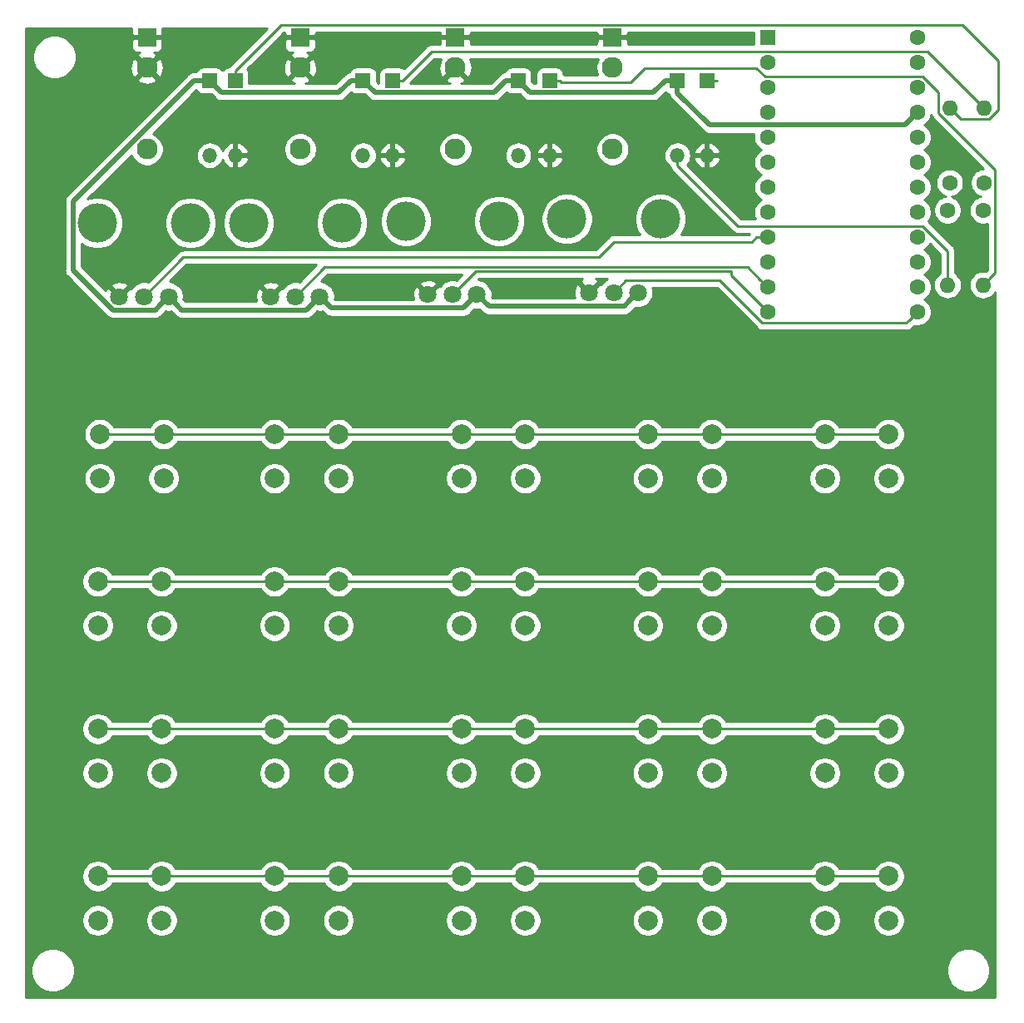
<source format=gbr>
G04 #@! TF.GenerationSoftware,KiCad,Pcbnew,(5.1.4-0-10_14)*
G04 #@! TF.CreationDate,2021-06-29T18:32:42+12:00*
G04 #@! TF.ProjectId,recur_control,72656375-725f-4636-9f6e-74726f6c2e6b,rev?*
G04 #@! TF.SameCoordinates,Original*
G04 #@! TF.FileFunction,Copper,L2,Bot*
G04 #@! TF.FilePolarity,Positive*
%FSLAX46Y46*%
G04 Gerber Fmt 4.6, Leading zero omitted, Abs format (unit mm)*
G04 Created by KiCad (PCBNEW (5.1.4-0-10_14)) date 2021-06-29 18:32:42*
%MOMM*%
%LPD*%
G04 APERTURE LIST*
%ADD10O,1.500000X1.500000*%
%ADD11R,1.500000X1.500000*%
%ADD12C,2.130000*%
%ADD13R,1.930000X1.830000*%
%ADD14C,4.000000*%
%ADD15C,1.800000*%
%ADD16C,2.000000*%
%ADD17C,1.600000*%
%ADD18R,1.600000X1.600000*%
%ADD19O,1.600000X1.600000*%
%ADD20C,0.500000*%
%ADD21C,0.250000*%
%ADD22C,0.254000*%
G04 APERTURE END LIST*
D10*
X124400000Y-63620000D03*
D11*
X124400000Y-56000000D03*
D10*
X140000000Y-63620000D03*
D11*
X140000000Y-56000000D03*
D10*
X155800000Y-63620000D03*
D11*
X155800000Y-56000000D03*
D10*
X172000000Y-63620000D03*
D11*
X172000000Y-56000000D03*
D10*
X127000000Y-63620000D03*
D11*
X127000000Y-56000000D03*
D10*
X143000000Y-63620000D03*
D11*
X143000000Y-56000000D03*
D10*
X159000000Y-63620000D03*
D11*
X159000000Y-56000000D03*
D10*
X175000000Y-63620000D03*
D11*
X175000000Y-56000000D03*
D12*
X118000000Y-63000000D03*
D13*
X118000000Y-51600000D03*
D12*
X118000000Y-54700000D03*
X133600000Y-63000000D03*
D13*
X133600000Y-51600000D03*
D12*
X133600000Y-54700000D03*
X149400000Y-63000000D03*
D13*
X149400000Y-51600000D03*
D12*
X149400000Y-54700000D03*
X165400000Y-63000000D03*
D13*
X165400000Y-51600000D03*
D12*
X165400000Y-54700000D03*
D14*
X122450000Y-70500000D03*
X112950000Y-70500000D03*
D15*
X120200000Y-78000000D03*
X117700000Y-78000000D03*
X115200000Y-78000000D03*
D14*
X137850000Y-70500000D03*
X128350000Y-70500000D03*
D15*
X135600000Y-78000000D03*
X133100000Y-78000000D03*
X130600000Y-78000000D03*
D14*
X153850000Y-70300000D03*
X144350000Y-70300000D03*
D15*
X151600000Y-77800000D03*
X149100000Y-77800000D03*
X146600000Y-77800000D03*
D14*
X170250000Y-70100000D03*
X160750000Y-70100000D03*
D15*
X168000000Y-77600000D03*
X165500000Y-77600000D03*
X163000000Y-77600000D03*
D16*
X119700000Y-92000000D03*
X119700000Y-96500000D03*
X113200000Y-92000000D03*
X113200000Y-96500000D03*
X137500000Y-92000000D03*
X137500000Y-96500000D03*
X131000000Y-92000000D03*
X131000000Y-96500000D03*
X156500000Y-92000000D03*
X156500000Y-96500000D03*
X150000000Y-92000000D03*
X150000000Y-96500000D03*
X175500000Y-92000000D03*
X175500000Y-96500000D03*
X169000000Y-92000000D03*
X169000000Y-96500000D03*
X193500000Y-92000000D03*
X193500000Y-96500000D03*
X187000000Y-92000000D03*
X187000000Y-96500000D03*
X119500000Y-107000000D03*
X119500000Y-111500000D03*
X113000000Y-107000000D03*
X113000000Y-111500000D03*
X137500000Y-107000000D03*
X137500000Y-111500000D03*
X131000000Y-107000000D03*
X131000000Y-111500000D03*
X156500000Y-107000000D03*
X156500000Y-111500000D03*
X150000000Y-107000000D03*
X150000000Y-111500000D03*
X175500000Y-107000000D03*
X175500000Y-111500000D03*
X169000000Y-107000000D03*
X169000000Y-111500000D03*
X193500000Y-107000000D03*
X193500000Y-111500000D03*
X187000000Y-107000000D03*
X187000000Y-111500000D03*
X119500000Y-122000000D03*
X119500000Y-126500000D03*
X113000000Y-122000000D03*
X113000000Y-126500000D03*
X137500000Y-122000000D03*
X137500000Y-126500000D03*
X131000000Y-122000000D03*
X131000000Y-126500000D03*
X156500000Y-122000000D03*
X156500000Y-126500000D03*
X150000000Y-122000000D03*
X150000000Y-126500000D03*
X175500000Y-122000000D03*
X175500000Y-126500000D03*
X169000000Y-122000000D03*
X169000000Y-126500000D03*
X193500000Y-122000000D03*
X193500000Y-126500000D03*
X187000000Y-122000000D03*
X187000000Y-126500000D03*
X119500000Y-137000000D03*
X119500000Y-141500000D03*
X113000000Y-137000000D03*
X113000000Y-141500000D03*
X137500000Y-137000000D03*
X137500000Y-141500000D03*
X131000000Y-137000000D03*
X131000000Y-141500000D03*
X156500000Y-137000000D03*
X156500000Y-141500000D03*
X150000000Y-137000000D03*
X150000000Y-141500000D03*
X175500000Y-137000000D03*
X175500000Y-141500000D03*
X169000000Y-137000000D03*
X169000000Y-141500000D03*
X193500000Y-137000000D03*
X193500000Y-141500000D03*
X187000000Y-137000000D03*
X187000000Y-141500000D03*
D17*
X196420000Y-51630000D03*
X196420000Y-54170000D03*
X196420000Y-56710000D03*
X196420000Y-59250000D03*
X196420000Y-61790000D03*
X196420000Y-64330000D03*
X196420000Y-66870000D03*
X196420000Y-69410000D03*
X196420000Y-71950000D03*
X196420000Y-74490000D03*
X196420000Y-77030000D03*
X196420000Y-79570000D03*
X181180000Y-79570000D03*
X181180000Y-77030000D03*
X181180000Y-74490000D03*
X181180000Y-71950000D03*
X181180000Y-69410000D03*
X181180000Y-66870000D03*
X181180000Y-64330000D03*
X181180000Y-61790000D03*
X181180000Y-59250000D03*
X181180000Y-56710000D03*
X181180000Y-54170000D03*
D18*
X181180000Y-51630000D03*
D19*
X203100000Y-76820000D03*
D17*
X203100000Y-69200000D03*
X199500000Y-69200000D03*
D19*
X199500000Y-76820000D03*
X199700000Y-58780000D03*
D17*
X199700000Y-66400000D03*
X203200000Y-66400000D03*
D19*
X203200000Y-58780000D03*
D20*
X172000000Y-57250000D02*
X172000000Y-56000000D01*
X175289999Y-60539999D02*
X172000000Y-57250000D01*
X195130001Y-60539999D02*
X175289999Y-60539999D01*
X196420000Y-59250000D02*
X195130001Y-60539999D01*
X157000001Y-57200001D02*
X155800000Y-56000000D01*
X169549999Y-57200001D02*
X157000001Y-57200001D01*
X170750000Y-56000000D02*
X169549999Y-57200001D01*
X172000000Y-56000000D02*
X170750000Y-56000000D01*
X141200001Y-57200001D02*
X140000000Y-56000000D01*
X154550000Y-56000000D02*
X153349999Y-57200001D01*
X153349999Y-57200001D02*
X141200001Y-57200001D01*
X155800000Y-56000000D02*
X154550000Y-56000000D01*
X125600001Y-57200001D02*
X124400000Y-56000000D01*
X137549999Y-57200001D02*
X125600001Y-57200001D01*
X138750000Y-56000000D02*
X137549999Y-57200001D01*
X140000000Y-56000000D02*
X138750000Y-56000000D01*
X136750001Y-79150001D02*
X136499999Y-78899999D01*
X136499999Y-78899999D02*
X135600000Y-78000000D01*
X150249999Y-79150001D02*
X136750001Y-79150001D01*
X151600000Y-77800000D02*
X150249999Y-79150001D01*
X121099999Y-78899999D02*
X120200000Y-78000000D01*
X121550001Y-79350001D02*
X121099999Y-78899999D01*
X134249999Y-79350001D02*
X121550001Y-79350001D01*
X135600000Y-78000000D02*
X134249999Y-79350001D01*
X167100001Y-78499999D02*
X168000000Y-77600000D01*
X152800000Y-79000000D02*
X166600000Y-79000000D01*
X166600000Y-79000000D02*
X167100001Y-78499999D01*
X151600000Y-77800000D02*
X152800000Y-79000000D01*
X114551999Y-79350001D02*
X118849999Y-79350001D01*
X110499999Y-75298001D02*
X114551999Y-79350001D01*
X110499999Y-68257799D02*
X110499999Y-75298001D01*
X119300001Y-78899999D02*
X120200000Y-78000000D01*
X118849999Y-79350001D02*
X119300001Y-78899999D01*
X122757798Y-56000000D02*
X110499999Y-68257799D01*
X124400000Y-56000000D02*
X122757798Y-56000000D01*
D21*
X180048630Y-71950000D02*
X181180000Y-71950000D01*
X179573629Y-72425001D02*
X180048630Y-71950000D01*
X164000000Y-74000000D02*
X165574999Y-72425001D01*
X121700000Y-74000000D02*
X164000000Y-74000000D01*
X165574999Y-72425001D02*
X179573629Y-72425001D01*
X117700000Y-78000000D02*
X121700000Y-74000000D01*
X180380001Y-76230001D02*
X181180000Y-77030000D01*
X179150000Y-75000000D02*
X180380001Y-76230001D01*
X136100000Y-75000000D02*
X179150000Y-75000000D01*
X133100000Y-78000000D02*
X136100000Y-75000000D01*
X151449990Y-75450010D02*
X177450010Y-75450010D01*
X149100000Y-77800000D02*
X151449990Y-75450010D01*
X177450010Y-75840010D02*
X181180000Y-79570000D01*
X177450010Y-75450010D02*
X177450010Y-75840010D01*
X195294999Y-80695001D02*
X195620001Y-80369999D01*
X180639999Y-80695001D02*
X195294999Y-80695001D01*
X195620001Y-80369999D02*
X196420000Y-79570000D01*
X176319997Y-76374999D02*
X180639999Y-80695001D01*
X166725001Y-76374999D02*
X176319997Y-76374999D01*
X165500000Y-77600000D02*
X166725001Y-76374999D01*
X119700000Y-92000000D02*
X131000000Y-92000000D01*
X137500000Y-92000000D02*
X150000000Y-92000000D01*
X156500000Y-92000000D02*
X169000000Y-92000000D01*
X175500000Y-92000000D02*
X187000000Y-92000000D01*
X119700000Y-92000000D02*
X113200000Y-92000000D01*
X131000000Y-92000000D02*
X137500000Y-92000000D01*
X150000000Y-92000000D02*
X156500000Y-92000000D01*
X169000000Y-92000000D02*
X175500000Y-92000000D01*
X187000000Y-92000000D02*
X193500000Y-92000000D01*
X187000000Y-107000000D02*
X175500000Y-107000000D01*
X169000000Y-107000000D02*
X156500000Y-107000000D01*
X150000000Y-107000000D02*
X137500000Y-107000000D01*
X131000000Y-107000000D02*
X119500000Y-107000000D01*
X193500000Y-107000000D02*
X187000000Y-107000000D01*
X175500000Y-107000000D02*
X169000000Y-107000000D01*
X156500000Y-107000000D02*
X150000000Y-107000000D01*
X137500000Y-107000000D02*
X131000000Y-107000000D01*
X119500000Y-107000000D02*
X113000000Y-107000000D01*
X119500000Y-122000000D02*
X131000000Y-122000000D01*
X137500000Y-122000000D02*
X150000000Y-122000000D01*
X156500000Y-122000000D02*
X169000000Y-122000000D01*
X175500000Y-122000000D02*
X187000000Y-122000000D01*
X119500000Y-122000000D02*
X113000000Y-122000000D01*
X131000000Y-122000000D02*
X137500000Y-122000000D01*
X150000000Y-122000000D02*
X156500000Y-122000000D01*
X169000000Y-122000000D02*
X175500000Y-122000000D01*
X187000000Y-122000000D02*
X193500000Y-122000000D01*
X187000000Y-137000000D02*
X175500000Y-137000000D01*
X169000000Y-137000000D02*
X156500000Y-137000000D01*
X150000000Y-137000000D02*
X137500000Y-137000000D01*
X131000000Y-137000000D02*
X119500000Y-137000000D01*
X193500000Y-137000000D02*
X187000000Y-137000000D01*
X175500000Y-137000000D02*
X169000000Y-137000000D01*
X156500000Y-137000000D02*
X150000000Y-137000000D01*
X137500000Y-137000000D02*
X131000000Y-137000000D01*
X119500000Y-137000000D02*
X113000000Y-137000000D01*
X131640001Y-50359999D02*
X201009001Y-50359999D01*
X127000000Y-55000000D02*
X131640001Y-50359999D01*
X201009001Y-50359999D02*
X204649990Y-54000988D01*
X127000000Y-56000000D02*
X127000000Y-55000000D01*
X200499999Y-59579999D02*
X199700000Y-58780000D01*
X203740001Y-59905001D02*
X200825001Y-59905001D01*
X204649990Y-58995012D02*
X203740001Y-59905001D01*
X200825001Y-59905001D02*
X200499999Y-59579999D01*
X204649990Y-54000988D02*
X204649990Y-58995012D01*
X202400001Y-57980001D02*
X203200000Y-58780000D01*
X197464999Y-53044999D02*
X202400001Y-57980001D01*
X146955001Y-53044999D02*
X197464999Y-53044999D01*
X144000000Y-56000000D02*
X146955001Y-53044999D01*
X143000000Y-56000000D02*
X144000000Y-56000000D01*
X160000000Y-56000000D02*
X159000000Y-56000000D01*
X160200000Y-56200000D02*
X167200000Y-56200000D01*
X160000000Y-56000000D02*
X160200000Y-56200000D01*
X203899999Y-76020001D02*
X203100000Y-76820000D01*
X204325001Y-75594999D02*
X203899999Y-76020001D01*
X198574999Y-59320001D02*
X204325001Y-65070003D01*
X180054999Y-54710001D02*
X180929997Y-55584999D01*
X196960001Y-55584999D02*
X198574999Y-57199997D01*
X180929997Y-55584999D02*
X196960001Y-55584999D01*
X168689999Y-54710001D02*
X180054999Y-54710001D01*
X204325001Y-65070003D02*
X204325001Y-75594999D01*
X198574999Y-57199997D02*
X198574999Y-59320001D01*
X167200000Y-56200000D02*
X168689999Y-54710001D01*
X175000000Y-56000000D02*
X176000000Y-56000000D01*
X199500000Y-75688630D02*
X199500000Y-76820000D01*
X199500000Y-73364998D02*
X199500000Y-75688630D01*
X178144339Y-70824999D02*
X196960001Y-70824999D01*
X196960001Y-70824999D02*
X199500000Y-73364998D01*
X172000000Y-64680660D02*
X178144339Y-70824999D01*
X172000000Y-63620000D02*
X172000000Y-64680660D01*
D22*
G36*
X116396928Y-50685000D02*
G01*
X116400000Y-51314250D01*
X116558750Y-51473000D01*
X117873000Y-51473000D01*
X117873000Y-51453000D01*
X118127000Y-51453000D01*
X118127000Y-51473000D01*
X119441250Y-51473000D01*
X119600000Y-51314250D01*
X119603072Y-50685000D01*
X119600610Y-50660000D01*
X130265198Y-50660000D01*
X126488998Y-54436201D01*
X126460000Y-54459999D01*
X126436202Y-54488997D01*
X126436201Y-54488998D01*
X126365026Y-54575724D01*
X126345674Y-54611928D01*
X126250000Y-54611928D01*
X126125518Y-54624188D01*
X126005820Y-54660498D01*
X125895506Y-54719463D01*
X125798815Y-54798815D01*
X125719463Y-54895506D01*
X125700000Y-54931918D01*
X125680537Y-54895506D01*
X125601185Y-54798815D01*
X125504494Y-54719463D01*
X125394180Y-54660498D01*
X125274482Y-54624188D01*
X125150000Y-54611928D01*
X123650000Y-54611928D01*
X123525518Y-54624188D01*
X123405820Y-54660498D01*
X123295506Y-54719463D01*
X123198815Y-54798815D01*
X123119463Y-54895506D01*
X123060498Y-55005820D01*
X123027379Y-55115000D01*
X122801267Y-55115000D01*
X122757798Y-55110719D01*
X122714329Y-55115000D01*
X122714321Y-55115000D01*
X122584308Y-55127805D01*
X122417484Y-55178411D01*
X122263739Y-55260589D01*
X122162751Y-55343468D01*
X122162749Y-55343470D01*
X122128981Y-55371183D01*
X122101268Y-55404951D01*
X109904955Y-67601265D01*
X109871182Y-67628982D01*
X109760588Y-67763741D01*
X109678410Y-67917487D01*
X109627804Y-68084310D01*
X109614999Y-68214323D01*
X109614999Y-68214330D01*
X109610718Y-68257799D01*
X109614999Y-68301268D01*
X109615000Y-75254522D01*
X109610718Y-75298001D01*
X109627804Y-75471491D01*
X109678411Y-75638314D01*
X109760589Y-75792060D01*
X109843467Y-75893047D01*
X109843470Y-75893050D01*
X109871183Y-75926818D01*
X109904950Y-75954531D01*
X113895469Y-79945050D01*
X113923182Y-79978818D01*
X113956950Y-80006531D01*
X113956952Y-80006533D01*
X113996857Y-80039282D01*
X114057940Y-80089412D01*
X114211686Y-80171590D01*
X114378509Y-80222196D01*
X114508522Y-80235001D01*
X114508532Y-80235001D01*
X114551998Y-80239282D01*
X114595464Y-80235001D01*
X118806530Y-80235001D01*
X118849999Y-80239282D01*
X118893468Y-80235001D01*
X118893476Y-80235001D01*
X119023489Y-80222196D01*
X119190312Y-80171590D01*
X119344058Y-80089412D01*
X119478816Y-79978818D01*
X119506533Y-79945045D01*
X119938518Y-79513060D01*
X120048816Y-79535000D01*
X120351184Y-79535000D01*
X120461482Y-79513061D01*
X120504952Y-79556531D01*
X120504958Y-79556536D01*
X120893467Y-79945045D01*
X120921184Y-79978818D01*
X121055942Y-80089412D01*
X121209688Y-80171590D01*
X121319735Y-80204973D01*
X121376510Y-80222196D01*
X121391307Y-80223653D01*
X121506524Y-80235001D01*
X121506532Y-80235001D01*
X121550001Y-80239282D01*
X121593470Y-80235001D01*
X134206530Y-80235001D01*
X134249999Y-80239282D01*
X134293468Y-80235001D01*
X134293476Y-80235001D01*
X134423489Y-80222196D01*
X134590312Y-80171590D01*
X134744058Y-80089412D01*
X134878816Y-79978818D01*
X134906533Y-79945045D01*
X135338518Y-79513060D01*
X135448816Y-79535000D01*
X135751184Y-79535000D01*
X135861482Y-79513061D01*
X135904952Y-79556531D01*
X135904958Y-79556536D01*
X136093467Y-79745045D01*
X136121184Y-79778818D01*
X136255942Y-79889412D01*
X136409688Y-79971590D01*
X136576511Y-80022196D01*
X136706524Y-80035001D01*
X136706534Y-80035001D01*
X136750000Y-80039282D01*
X136793466Y-80035001D01*
X150206530Y-80035001D01*
X150249999Y-80039282D01*
X150293468Y-80035001D01*
X150293476Y-80035001D01*
X150423489Y-80022196D01*
X150590312Y-79971590D01*
X150744058Y-79889412D01*
X150878816Y-79778818D01*
X150906533Y-79745045D01*
X151338518Y-79313060D01*
X151448816Y-79335000D01*
X151751184Y-79335000D01*
X151861482Y-79313061D01*
X152143470Y-79595049D01*
X152171183Y-79628817D01*
X152204951Y-79656530D01*
X152204953Y-79656532D01*
X152271731Y-79711335D01*
X152305941Y-79739411D01*
X152459687Y-79821589D01*
X152626510Y-79872195D01*
X152756523Y-79885000D01*
X152756533Y-79885000D01*
X152799999Y-79889281D01*
X152843465Y-79885000D01*
X166556531Y-79885000D01*
X166600000Y-79889281D01*
X166643469Y-79885000D01*
X166643477Y-79885000D01*
X166773490Y-79872195D01*
X166940313Y-79821589D01*
X167094059Y-79739411D01*
X167228817Y-79628817D01*
X167256534Y-79595044D01*
X167738518Y-79113060D01*
X167848816Y-79135000D01*
X168151184Y-79135000D01*
X168447743Y-79076011D01*
X168727095Y-78960299D01*
X168978505Y-78792312D01*
X169192312Y-78578505D01*
X169360299Y-78327095D01*
X169476011Y-78047743D01*
X169535000Y-77751184D01*
X169535000Y-77448816D01*
X169476011Y-77152257D01*
X169468862Y-77134999D01*
X176005196Y-77134999D01*
X180076204Y-81206009D01*
X180099998Y-81235002D01*
X180128991Y-81258796D01*
X180128995Y-81258800D01*
X180199684Y-81316812D01*
X180215723Y-81329975D01*
X180347752Y-81400547D01*
X180491013Y-81444004D01*
X180602666Y-81455001D01*
X180602675Y-81455001D01*
X180639998Y-81458677D01*
X180677321Y-81455001D01*
X195257677Y-81455001D01*
X195294999Y-81458677D01*
X195332321Y-81455001D01*
X195332332Y-81455001D01*
X195443985Y-81444004D01*
X195587246Y-81400547D01*
X195719275Y-81329975D01*
X195835000Y-81235002D01*
X195858803Y-81205998D01*
X196096113Y-80968688D01*
X196278665Y-81005000D01*
X196561335Y-81005000D01*
X196838574Y-80949853D01*
X197099727Y-80841680D01*
X197334759Y-80684637D01*
X197534637Y-80484759D01*
X197691680Y-80249727D01*
X197799853Y-79988574D01*
X197855000Y-79711335D01*
X197855000Y-79428665D01*
X197799853Y-79151426D01*
X197691680Y-78890273D01*
X197534637Y-78655241D01*
X197334759Y-78455363D01*
X197102241Y-78300000D01*
X197334759Y-78144637D01*
X197534637Y-77944759D01*
X197691680Y-77709727D01*
X197799853Y-77448574D01*
X197855000Y-77171335D01*
X197855000Y-76888665D01*
X197799853Y-76611426D01*
X197691680Y-76350273D01*
X197534637Y-76115241D01*
X197334759Y-75915363D01*
X197102241Y-75760000D01*
X197334759Y-75604637D01*
X197534637Y-75404759D01*
X197691680Y-75169727D01*
X197799853Y-74908574D01*
X197855000Y-74631335D01*
X197855000Y-74348665D01*
X197799853Y-74071426D01*
X197691680Y-73810273D01*
X197534637Y-73575241D01*
X197334759Y-73375363D01*
X197102241Y-73220000D01*
X197334759Y-73064637D01*
X197534637Y-72864759D01*
X197690978Y-72630778D01*
X198740000Y-73679800D01*
X198740001Y-75599099D01*
X198698899Y-75621068D01*
X198480392Y-75800392D01*
X198301068Y-76018899D01*
X198167818Y-76268192D01*
X198085764Y-76538691D01*
X198058057Y-76820000D01*
X198085764Y-77101309D01*
X198167818Y-77371808D01*
X198301068Y-77621101D01*
X198480392Y-77839608D01*
X198698899Y-78018932D01*
X198948192Y-78152182D01*
X199218691Y-78234236D01*
X199429508Y-78255000D01*
X199570492Y-78255000D01*
X199781309Y-78234236D01*
X200051808Y-78152182D01*
X200301101Y-78018932D01*
X200519608Y-77839608D01*
X200698932Y-77621101D01*
X200832182Y-77371808D01*
X200914236Y-77101309D01*
X200941943Y-76820000D01*
X200914236Y-76538691D01*
X200832182Y-76268192D01*
X200698932Y-76018899D01*
X200519608Y-75800392D01*
X200301101Y-75621068D01*
X200260000Y-75599099D01*
X200260000Y-73402320D01*
X200263676Y-73364997D01*
X200260000Y-73327674D01*
X200260000Y-73327665D01*
X200249003Y-73216012D01*
X200205546Y-73072751D01*
X200196058Y-73055000D01*
X200134974Y-72940721D01*
X200063799Y-72853995D01*
X200040001Y-72824997D01*
X200011004Y-72801200D01*
X197534600Y-70324796D01*
X197534637Y-70324759D01*
X197691680Y-70089727D01*
X197799853Y-69828574D01*
X197855000Y-69551335D01*
X197855000Y-69268665D01*
X197813228Y-69058665D01*
X198065000Y-69058665D01*
X198065000Y-69341335D01*
X198120147Y-69618574D01*
X198228320Y-69879727D01*
X198385363Y-70114759D01*
X198585241Y-70314637D01*
X198820273Y-70471680D01*
X199081426Y-70579853D01*
X199358665Y-70635000D01*
X199641335Y-70635000D01*
X199918574Y-70579853D01*
X200179727Y-70471680D01*
X200414759Y-70314637D01*
X200614637Y-70114759D01*
X200771680Y-69879727D01*
X200879853Y-69618574D01*
X200935000Y-69341335D01*
X200935000Y-69058665D01*
X200879853Y-68781426D01*
X200771680Y-68520273D01*
X200614637Y-68285241D01*
X200414759Y-68085363D01*
X200179727Y-67928320D01*
X199918574Y-67820147D01*
X199917290Y-67819892D01*
X200118574Y-67779853D01*
X200379727Y-67671680D01*
X200614759Y-67514637D01*
X200814637Y-67314759D01*
X200971680Y-67079727D01*
X201079853Y-66818574D01*
X201135000Y-66541335D01*
X201135000Y-66258665D01*
X201079853Y-65981426D01*
X200971680Y-65720273D01*
X200814637Y-65485241D01*
X200614759Y-65285363D01*
X200379727Y-65128320D01*
X200118574Y-65020147D01*
X199841335Y-64965000D01*
X199558665Y-64965000D01*
X199281426Y-65020147D01*
X199020273Y-65128320D01*
X198785241Y-65285363D01*
X198585363Y-65485241D01*
X198428320Y-65720273D01*
X198320147Y-65981426D01*
X198265000Y-66258665D01*
X198265000Y-66541335D01*
X198320147Y-66818574D01*
X198428320Y-67079727D01*
X198585363Y-67314759D01*
X198785241Y-67514637D01*
X199020273Y-67671680D01*
X199281426Y-67779853D01*
X199282710Y-67780108D01*
X199081426Y-67820147D01*
X198820273Y-67928320D01*
X198585241Y-68085363D01*
X198385363Y-68285241D01*
X198228320Y-68520273D01*
X198120147Y-68781426D01*
X198065000Y-69058665D01*
X197813228Y-69058665D01*
X197799853Y-68991426D01*
X197691680Y-68730273D01*
X197534637Y-68495241D01*
X197334759Y-68295363D01*
X197102241Y-68140000D01*
X197334759Y-67984637D01*
X197534637Y-67784759D01*
X197691680Y-67549727D01*
X197799853Y-67288574D01*
X197855000Y-67011335D01*
X197855000Y-66728665D01*
X197799853Y-66451426D01*
X197691680Y-66190273D01*
X197534637Y-65955241D01*
X197334759Y-65755363D01*
X197102241Y-65600000D01*
X197334759Y-65444637D01*
X197534637Y-65244759D01*
X197691680Y-65009727D01*
X197799853Y-64748574D01*
X197855000Y-64471335D01*
X197855000Y-64188665D01*
X197799853Y-63911426D01*
X197691680Y-63650273D01*
X197534637Y-63415241D01*
X197334759Y-63215363D01*
X197102241Y-63060000D01*
X197334759Y-62904637D01*
X197534637Y-62704759D01*
X197691680Y-62469727D01*
X197799853Y-62208574D01*
X197855000Y-61931335D01*
X197855000Y-61648665D01*
X197799853Y-61371426D01*
X197691680Y-61110273D01*
X197534637Y-60875241D01*
X197334759Y-60675363D01*
X197102241Y-60520000D01*
X197334759Y-60364637D01*
X197534637Y-60164759D01*
X197691680Y-59929727D01*
X197799853Y-59668574D01*
X197834185Y-59495979D01*
X197869453Y-59612247D01*
X197940025Y-59744277D01*
X197986239Y-59800588D01*
X198034999Y-59860002D01*
X198063997Y-59883800D01*
X203145196Y-64965000D01*
X203058665Y-64965000D01*
X202781426Y-65020147D01*
X202520273Y-65128320D01*
X202285241Y-65285363D01*
X202085363Y-65485241D01*
X201928320Y-65720273D01*
X201820147Y-65981426D01*
X201765000Y-66258665D01*
X201765000Y-66541335D01*
X201820147Y-66818574D01*
X201928320Y-67079727D01*
X202085363Y-67314759D01*
X202285241Y-67514637D01*
X202520273Y-67671680D01*
X202781426Y-67779853D01*
X202832710Y-67790054D01*
X202681426Y-67820147D01*
X202420273Y-67928320D01*
X202185241Y-68085363D01*
X201985363Y-68285241D01*
X201828320Y-68520273D01*
X201720147Y-68781426D01*
X201665000Y-69058665D01*
X201665000Y-69341335D01*
X201720147Y-69618574D01*
X201828320Y-69879727D01*
X201985363Y-70114759D01*
X202185241Y-70314637D01*
X202420273Y-70471680D01*
X202681426Y-70579853D01*
X202958665Y-70635000D01*
X203241335Y-70635000D01*
X203518574Y-70579853D01*
X203565002Y-70560622D01*
X203565002Y-75280197D01*
X203425907Y-75419292D01*
X203381309Y-75405764D01*
X203170492Y-75385000D01*
X203029508Y-75385000D01*
X202818691Y-75405764D01*
X202548192Y-75487818D01*
X202298899Y-75621068D01*
X202080392Y-75800392D01*
X201901068Y-76018899D01*
X201767818Y-76268192D01*
X201685764Y-76538691D01*
X201658057Y-76820000D01*
X201685764Y-77101309D01*
X201767818Y-77371808D01*
X201901068Y-77621101D01*
X202080392Y-77839608D01*
X202298899Y-78018932D01*
X202548192Y-78152182D01*
X202818691Y-78234236D01*
X203029508Y-78255000D01*
X203170492Y-78255000D01*
X203381309Y-78234236D01*
X203651808Y-78152182D01*
X203901101Y-78018932D01*
X204119608Y-77839608D01*
X204298932Y-77621101D01*
X204340000Y-77544268D01*
X204340001Y-149340000D01*
X105660000Y-149340000D01*
X105660000Y-146379872D01*
X106165000Y-146379872D01*
X106165000Y-146820128D01*
X106250890Y-147251925D01*
X106419369Y-147658669D01*
X106663962Y-148024729D01*
X106975271Y-148336038D01*
X107341331Y-148580631D01*
X107748075Y-148749110D01*
X108179872Y-148835000D01*
X108620128Y-148835000D01*
X109051925Y-148749110D01*
X109458669Y-148580631D01*
X109824729Y-148336038D01*
X110136038Y-148024729D01*
X110380631Y-147658669D01*
X110549110Y-147251925D01*
X110635000Y-146820128D01*
X110635000Y-146379872D01*
X199365000Y-146379872D01*
X199365000Y-146820128D01*
X199450890Y-147251925D01*
X199619369Y-147658669D01*
X199863962Y-148024729D01*
X200175271Y-148336038D01*
X200541331Y-148580631D01*
X200948075Y-148749110D01*
X201379872Y-148835000D01*
X201820128Y-148835000D01*
X202251925Y-148749110D01*
X202658669Y-148580631D01*
X203024729Y-148336038D01*
X203336038Y-148024729D01*
X203580631Y-147658669D01*
X203749110Y-147251925D01*
X203835000Y-146820128D01*
X203835000Y-146379872D01*
X203749110Y-145948075D01*
X203580631Y-145541331D01*
X203336038Y-145175271D01*
X203024729Y-144863962D01*
X202658669Y-144619369D01*
X202251925Y-144450890D01*
X201820128Y-144365000D01*
X201379872Y-144365000D01*
X200948075Y-144450890D01*
X200541331Y-144619369D01*
X200175271Y-144863962D01*
X199863962Y-145175271D01*
X199619369Y-145541331D01*
X199450890Y-145948075D01*
X199365000Y-146379872D01*
X110635000Y-146379872D01*
X110549110Y-145948075D01*
X110380631Y-145541331D01*
X110136038Y-145175271D01*
X109824729Y-144863962D01*
X109458669Y-144619369D01*
X109051925Y-144450890D01*
X108620128Y-144365000D01*
X108179872Y-144365000D01*
X107748075Y-144450890D01*
X107341331Y-144619369D01*
X106975271Y-144863962D01*
X106663962Y-145175271D01*
X106419369Y-145541331D01*
X106250890Y-145948075D01*
X106165000Y-146379872D01*
X105660000Y-146379872D01*
X105660000Y-141338967D01*
X111365000Y-141338967D01*
X111365000Y-141661033D01*
X111427832Y-141976912D01*
X111551082Y-142274463D01*
X111730013Y-142542252D01*
X111957748Y-142769987D01*
X112225537Y-142948918D01*
X112523088Y-143072168D01*
X112838967Y-143135000D01*
X113161033Y-143135000D01*
X113476912Y-143072168D01*
X113774463Y-142948918D01*
X114042252Y-142769987D01*
X114269987Y-142542252D01*
X114448918Y-142274463D01*
X114572168Y-141976912D01*
X114635000Y-141661033D01*
X114635000Y-141338967D01*
X117865000Y-141338967D01*
X117865000Y-141661033D01*
X117927832Y-141976912D01*
X118051082Y-142274463D01*
X118230013Y-142542252D01*
X118457748Y-142769987D01*
X118725537Y-142948918D01*
X119023088Y-143072168D01*
X119338967Y-143135000D01*
X119661033Y-143135000D01*
X119976912Y-143072168D01*
X120274463Y-142948918D01*
X120542252Y-142769987D01*
X120769987Y-142542252D01*
X120948918Y-142274463D01*
X121072168Y-141976912D01*
X121135000Y-141661033D01*
X121135000Y-141338967D01*
X129365000Y-141338967D01*
X129365000Y-141661033D01*
X129427832Y-141976912D01*
X129551082Y-142274463D01*
X129730013Y-142542252D01*
X129957748Y-142769987D01*
X130225537Y-142948918D01*
X130523088Y-143072168D01*
X130838967Y-143135000D01*
X131161033Y-143135000D01*
X131476912Y-143072168D01*
X131774463Y-142948918D01*
X132042252Y-142769987D01*
X132269987Y-142542252D01*
X132448918Y-142274463D01*
X132572168Y-141976912D01*
X132635000Y-141661033D01*
X132635000Y-141338967D01*
X135865000Y-141338967D01*
X135865000Y-141661033D01*
X135927832Y-141976912D01*
X136051082Y-142274463D01*
X136230013Y-142542252D01*
X136457748Y-142769987D01*
X136725537Y-142948918D01*
X137023088Y-143072168D01*
X137338967Y-143135000D01*
X137661033Y-143135000D01*
X137976912Y-143072168D01*
X138274463Y-142948918D01*
X138542252Y-142769987D01*
X138769987Y-142542252D01*
X138948918Y-142274463D01*
X139072168Y-141976912D01*
X139135000Y-141661033D01*
X139135000Y-141338967D01*
X148365000Y-141338967D01*
X148365000Y-141661033D01*
X148427832Y-141976912D01*
X148551082Y-142274463D01*
X148730013Y-142542252D01*
X148957748Y-142769987D01*
X149225537Y-142948918D01*
X149523088Y-143072168D01*
X149838967Y-143135000D01*
X150161033Y-143135000D01*
X150476912Y-143072168D01*
X150774463Y-142948918D01*
X151042252Y-142769987D01*
X151269987Y-142542252D01*
X151448918Y-142274463D01*
X151572168Y-141976912D01*
X151635000Y-141661033D01*
X151635000Y-141338967D01*
X154865000Y-141338967D01*
X154865000Y-141661033D01*
X154927832Y-141976912D01*
X155051082Y-142274463D01*
X155230013Y-142542252D01*
X155457748Y-142769987D01*
X155725537Y-142948918D01*
X156023088Y-143072168D01*
X156338967Y-143135000D01*
X156661033Y-143135000D01*
X156976912Y-143072168D01*
X157274463Y-142948918D01*
X157542252Y-142769987D01*
X157769987Y-142542252D01*
X157948918Y-142274463D01*
X158072168Y-141976912D01*
X158135000Y-141661033D01*
X158135000Y-141338967D01*
X167365000Y-141338967D01*
X167365000Y-141661033D01*
X167427832Y-141976912D01*
X167551082Y-142274463D01*
X167730013Y-142542252D01*
X167957748Y-142769987D01*
X168225537Y-142948918D01*
X168523088Y-143072168D01*
X168838967Y-143135000D01*
X169161033Y-143135000D01*
X169476912Y-143072168D01*
X169774463Y-142948918D01*
X170042252Y-142769987D01*
X170269987Y-142542252D01*
X170448918Y-142274463D01*
X170572168Y-141976912D01*
X170635000Y-141661033D01*
X170635000Y-141338967D01*
X173865000Y-141338967D01*
X173865000Y-141661033D01*
X173927832Y-141976912D01*
X174051082Y-142274463D01*
X174230013Y-142542252D01*
X174457748Y-142769987D01*
X174725537Y-142948918D01*
X175023088Y-143072168D01*
X175338967Y-143135000D01*
X175661033Y-143135000D01*
X175976912Y-143072168D01*
X176274463Y-142948918D01*
X176542252Y-142769987D01*
X176769987Y-142542252D01*
X176948918Y-142274463D01*
X177072168Y-141976912D01*
X177135000Y-141661033D01*
X177135000Y-141338967D01*
X185365000Y-141338967D01*
X185365000Y-141661033D01*
X185427832Y-141976912D01*
X185551082Y-142274463D01*
X185730013Y-142542252D01*
X185957748Y-142769987D01*
X186225537Y-142948918D01*
X186523088Y-143072168D01*
X186838967Y-143135000D01*
X187161033Y-143135000D01*
X187476912Y-143072168D01*
X187774463Y-142948918D01*
X188042252Y-142769987D01*
X188269987Y-142542252D01*
X188448918Y-142274463D01*
X188572168Y-141976912D01*
X188635000Y-141661033D01*
X188635000Y-141338967D01*
X191865000Y-141338967D01*
X191865000Y-141661033D01*
X191927832Y-141976912D01*
X192051082Y-142274463D01*
X192230013Y-142542252D01*
X192457748Y-142769987D01*
X192725537Y-142948918D01*
X193023088Y-143072168D01*
X193338967Y-143135000D01*
X193661033Y-143135000D01*
X193976912Y-143072168D01*
X194274463Y-142948918D01*
X194542252Y-142769987D01*
X194769987Y-142542252D01*
X194948918Y-142274463D01*
X195072168Y-141976912D01*
X195135000Y-141661033D01*
X195135000Y-141338967D01*
X195072168Y-141023088D01*
X194948918Y-140725537D01*
X194769987Y-140457748D01*
X194542252Y-140230013D01*
X194274463Y-140051082D01*
X193976912Y-139927832D01*
X193661033Y-139865000D01*
X193338967Y-139865000D01*
X193023088Y-139927832D01*
X192725537Y-140051082D01*
X192457748Y-140230013D01*
X192230013Y-140457748D01*
X192051082Y-140725537D01*
X191927832Y-141023088D01*
X191865000Y-141338967D01*
X188635000Y-141338967D01*
X188572168Y-141023088D01*
X188448918Y-140725537D01*
X188269987Y-140457748D01*
X188042252Y-140230013D01*
X187774463Y-140051082D01*
X187476912Y-139927832D01*
X187161033Y-139865000D01*
X186838967Y-139865000D01*
X186523088Y-139927832D01*
X186225537Y-140051082D01*
X185957748Y-140230013D01*
X185730013Y-140457748D01*
X185551082Y-140725537D01*
X185427832Y-141023088D01*
X185365000Y-141338967D01*
X177135000Y-141338967D01*
X177072168Y-141023088D01*
X176948918Y-140725537D01*
X176769987Y-140457748D01*
X176542252Y-140230013D01*
X176274463Y-140051082D01*
X175976912Y-139927832D01*
X175661033Y-139865000D01*
X175338967Y-139865000D01*
X175023088Y-139927832D01*
X174725537Y-140051082D01*
X174457748Y-140230013D01*
X174230013Y-140457748D01*
X174051082Y-140725537D01*
X173927832Y-141023088D01*
X173865000Y-141338967D01*
X170635000Y-141338967D01*
X170572168Y-141023088D01*
X170448918Y-140725537D01*
X170269987Y-140457748D01*
X170042252Y-140230013D01*
X169774463Y-140051082D01*
X169476912Y-139927832D01*
X169161033Y-139865000D01*
X168838967Y-139865000D01*
X168523088Y-139927832D01*
X168225537Y-140051082D01*
X167957748Y-140230013D01*
X167730013Y-140457748D01*
X167551082Y-140725537D01*
X167427832Y-141023088D01*
X167365000Y-141338967D01*
X158135000Y-141338967D01*
X158072168Y-141023088D01*
X157948918Y-140725537D01*
X157769987Y-140457748D01*
X157542252Y-140230013D01*
X157274463Y-140051082D01*
X156976912Y-139927832D01*
X156661033Y-139865000D01*
X156338967Y-139865000D01*
X156023088Y-139927832D01*
X155725537Y-140051082D01*
X155457748Y-140230013D01*
X155230013Y-140457748D01*
X155051082Y-140725537D01*
X154927832Y-141023088D01*
X154865000Y-141338967D01*
X151635000Y-141338967D01*
X151572168Y-141023088D01*
X151448918Y-140725537D01*
X151269987Y-140457748D01*
X151042252Y-140230013D01*
X150774463Y-140051082D01*
X150476912Y-139927832D01*
X150161033Y-139865000D01*
X149838967Y-139865000D01*
X149523088Y-139927832D01*
X149225537Y-140051082D01*
X148957748Y-140230013D01*
X148730013Y-140457748D01*
X148551082Y-140725537D01*
X148427832Y-141023088D01*
X148365000Y-141338967D01*
X139135000Y-141338967D01*
X139072168Y-141023088D01*
X138948918Y-140725537D01*
X138769987Y-140457748D01*
X138542252Y-140230013D01*
X138274463Y-140051082D01*
X137976912Y-139927832D01*
X137661033Y-139865000D01*
X137338967Y-139865000D01*
X137023088Y-139927832D01*
X136725537Y-140051082D01*
X136457748Y-140230013D01*
X136230013Y-140457748D01*
X136051082Y-140725537D01*
X135927832Y-141023088D01*
X135865000Y-141338967D01*
X132635000Y-141338967D01*
X132572168Y-141023088D01*
X132448918Y-140725537D01*
X132269987Y-140457748D01*
X132042252Y-140230013D01*
X131774463Y-140051082D01*
X131476912Y-139927832D01*
X131161033Y-139865000D01*
X130838967Y-139865000D01*
X130523088Y-139927832D01*
X130225537Y-140051082D01*
X129957748Y-140230013D01*
X129730013Y-140457748D01*
X129551082Y-140725537D01*
X129427832Y-141023088D01*
X129365000Y-141338967D01*
X121135000Y-141338967D01*
X121072168Y-141023088D01*
X120948918Y-140725537D01*
X120769987Y-140457748D01*
X120542252Y-140230013D01*
X120274463Y-140051082D01*
X119976912Y-139927832D01*
X119661033Y-139865000D01*
X119338967Y-139865000D01*
X119023088Y-139927832D01*
X118725537Y-140051082D01*
X118457748Y-140230013D01*
X118230013Y-140457748D01*
X118051082Y-140725537D01*
X117927832Y-141023088D01*
X117865000Y-141338967D01*
X114635000Y-141338967D01*
X114572168Y-141023088D01*
X114448918Y-140725537D01*
X114269987Y-140457748D01*
X114042252Y-140230013D01*
X113774463Y-140051082D01*
X113476912Y-139927832D01*
X113161033Y-139865000D01*
X112838967Y-139865000D01*
X112523088Y-139927832D01*
X112225537Y-140051082D01*
X111957748Y-140230013D01*
X111730013Y-140457748D01*
X111551082Y-140725537D01*
X111427832Y-141023088D01*
X111365000Y-141338967D01*
X105660000Y-141338967D01*
X105660000Y-136838967D01*
X111365000Y-136838967D01*
X111365000Y-137161033D01*
X111427832Y-137476912D01*
X111551082Y-137774463D01*
X111730013Y-138042252D01*
X111957748Y-138269987D01*
X112225537Y-138448918D01*
X112523088Y-138572168D01*
X112838967Y-138635000D01*
X113161033Y-138635000D01*
X113476912Y-138572168D01*
X113774463Y-138448918D01*
X114042252Y-138269987D01*
X114269987Y-138042252D01*
X114448918Y-137774463D01*
X114454909Y-137760000D01*
X118045091Y-137760000D01*
X118051082Y-137774463D01*
X118230013Y-138042252D01*
X118457748Y-138269987D01*
X118725537Y-138448918D01*
X119023088Y-138572168D01*
X119338967Y-138635000D01*
X119661033Y-138635000D01*
X119976912Y-138572168D01*
X120274463Y-138448918D01*
X120542252Y-138269987D01*
X120769987Y-138042252D01*
X120948918Y-137774463D01*
X120954909Y-137760000D01*
X129545091Y-137760000D01*
X129551082Y-137774463D01*
X129730013Y-138042252D01*
X129957748Y-138269987D01*
X130225537Y-138448918D01*
X130523088Y-138572168D01*
X130838967Y-138635000D01*
X131161033Y-138635000D01*
X131476912Y-138572168D01*
X131774463Y-138448918D01*
X132042252Y-138269987D01*
X132269987Y-138042252D01*
X132448918Y-137774463D01*
X132454909Y-137760000D01*
X136045091Y-137760000D01*
X136051082Y-137774463D01*
X136230013Y-138042252D01*
X136457748Y-138269987D01*
X136725537Y-138448918D01*
X137023088Y-138572168D01*
X137338967Y-138635000D01*
X137661033Y-138635000D01*
X137976912Y-138572168D01*
X138274463Y-138448918D01*
X138542252Y-138269987D01*
X138769987Y-138042252D01*
X138948918Y-137774463D01*
X138954909Y-137760000D01*
X148545091Y-137760000D01*
X148551082Y-137774463D01*
X148730013Y-138042252D01*
X148957748Y-138269987D01*
X149225537Y-138448918D01*
X149523088Y-138572168D01*
X149838967Y-138635000D01*
X150161033Y-138635000D01*
X150476912Y-138572168D01*
X150774463Y-138448918D01*
X151042252Y-138269987D01*
X151269987Y-138042252D01*
X151448918Y-137774463D01*
X151454909Y-137760000D01*
X155045091Y-137760000D01*
X155051082Y-137774463D01*
X155230013Y-138042252D01*
X155457748Y-138269987D01*
X155725537Y-138448918D01*
X156023088Y-138572168D01*
X156338967Y-138635000D01*
X156661033Y-138635000D01*
X156976912Y-138572168D01*
X157274463Y-138448918D01*
X157542252Y-138269987D01*
X157769987Y-138042252D01*
X157948918Y-137774463D01*
X157954909Y-137760000D01*
X167545091Y-137760000D01*
X167551082Y-137774463D01*
X167730013Y-138042252D01*
X167957748Y-138269987D01*
X168225537Y-138448918D01*
X168523088Y-138572168D01*
X168838967Y-138635000D01*
X169161033Y-138635000D01*
X169476912Y-138572168D01*
X169774463Y-138448918D01*
X170042252Y-138269987D01*
X170269987Y-138042252D01*
X170448918Y-137774463D01*
X170454909Y-137760000D01*
X174045091Y-137760000D01*
X174051082Y-137774463D01*
X174230013Y-138042252D01*
X174457748Y-138269987D01*
X174725537Y-138448918D01*
X175023088Y-138572168D01*
X175338967Y-138635000D01*
X175661033Y-138635000D01*
X175976912Y-138572168D01*
X176274463Y-138448918D01*
X176542252Y-138269987D01*
X176769987Y-138042252D01*
X176948918Y-137774463D01*
X176954909Y-137760000D01*
X185545091Y-137760000D01*
X185551082Y-137774463D01*
X185730013Y-138042252D01*
X185957748Y-138269987D01*
X186225537Y-138448918D01*
X186523088Y-138572168D01*
X186838967Y-138635000D01*
X187161033Y-138635000D01*
X187476912Y-138572168D01*
X187774463Y-138448918D01*
X188042252Y-138269987D01*
X188269987Y-138042252D01*
X188448918Y-137774463D01*
X188454909Y-137760000D01*
X192045091Y-137760000D01*
X192051082Y-137774463D01*
X192230013Y-138042252D01*
X192457748Y-138269987D01*
X192725537Y-138448918D01*
X193023088Y-138572168D01*
X193338967Y-138635000D01*
X193661033Y-138635000D01*
X193976912Y-138572168D01*
X194274463Y-138448918D01*
X194542252Y-138269987D01*
X194769987Y-138042252D01*
X194948918Y-137774463D01*
X195072168Y-137476912D01*
X195135000Y-137161033D01*
X195135000Y-136838967D01*
X195072168Y-136523088D01*
X194948918Y-136225537D01*
X194769987Y-135957748D01*
X194542252Y-135730013D01*
X194274463Y-135551082D01*
X193976912Y-135427832D01*
X193661033Y-135365000D01*
X193338967Y-135365000D01*
X193023088Y-135427832D01*
X192725537Y-135551082D01*
X192457748Y-135730013D01*
X192230013Y-135957748D01*
X192051082Y-136225537D01*
X192045091Y-136240000D01*
X188454909Y-136240000D01*
X188448918Y-136225537D01*
X188269987Y-135957748D01*
X188042252Y-135730013D01*
X187774463Y-135551082D01*
X187476912Y-135427832D01*
X187161033Y-135365000D01*
X186838967Y-135365000D01*
X186523088Y-135427832D01*
X186225537Y-135551082D01*
X185957748Y-135730013D01*
X185730013Y-135957748D01*
X185551082Y-136225537D01*
X185545091Y-136240000D01*
X176954909Y-136240000D01*
X176948918Y-136225537D01*
X176769987Y-135957748D01*
X176542252Y-135730013D01*
X176274463Y-135551082D01*
X175976912Y-135427832D01*
X175661033Y-135365000D01*
X175338967Y-135365000D01*
X175023088Y-135427832D01*
X174725537Y-135551082D01*
X174457748Y-135730013D01*
X174230013Y-135957748D01*
X174051082Y-136225537D01*
X174045091Y-136240000D01*
X170454909Y-136240000D01*
X170448918Y-136225537D01*
X170269987Y-135957748D01*
X170042252Y-135730013D01*
X169774463Y-135551082D01*
X169476912Y-135427832D01*
X169161033Y-135365000D01*
X168838967Y-135365000D01*
X168523088Y-135427832D01*
X168225537Y-135551082D01*
X167957748Y-135730013D01*
X167730013Y-135957748D01*
X167551082Y-136225537D01*
X167545091Y-136240000D01*
X157954909Y-136240000D01*
X157948918Y-136225537D01*
X157769987Y-135957748D01*
X157542252Y-135730013D01*
X157274463Y-135551082D01*
X156976912Y-135427832D01*
X156661033Y-135365000D01*
X156338967Y-135365000D01*
X156023088Y-135427832D01*
X155725537Y-135551082D01*
X155457748Y-135730013D01*
X155230013Y-135957748D01*
X155051082Y-136225537D01*
X155045091Y-136240000D01*
X151454909Y-136240000D01*
X151448918Y-136225537D01*
X151269987Y-135957748D01*
X151042252Y-135730013D01*
X150774463Y-135551082D01*
X150476912Y-135427832D01*
X150161033Y-135365000D01*
X149838967Y-135365000D01*
X149523088Y-135427832D01*
X149225537Y-135551082D01*
X148957748Y-135730013D01*
X148730013Y-135957748D01*
X148551082Y-136225537D01*
X148545091Y-136240000D01*
X138954909Y-136240000D01*
X138948918Y-136225537D01*
X138769987Y-135957748D01*
X138542252Y-135730013D01*
X138274463Y-135551082D01*
X137976912Y-135427832D01*
X137661033Y-135365000D01*
X137338967Y-135365000D01*
X137023088Y-135427832D01*
X136725537Y-135551082D01*
X136457748Y-135730013D01*
X136230013Y-135957748D01*
X136051082Y-136225537D01*
X136045091Y-136240000D01*
X132454909Y-136240000D01*
X132448918Y-136225537D01*
X132269987Y-135957748D01*
X132042252Y-135730013D01*
X131774463Y-135551082D01*
X131476912Y-135427832D01*
X131161033Y-135365000D01*
X130838967Y-135365000D01*
X130523088Y-135427832D01*
X130225537Y-135551082D01*
X129957748Y-135730013D01*
X129730013Y-135957748D01*
X129551082Y-136225537D01*
X129545091Y-136240000D01*
X120954909Y-136240000D01*
X120948918Y-136225537D01*
X120769987Y-135957748D01*
X120542252Y-135730013D01*
X120274463Y-135551082D01*
X119976912Y-135427832D01*
X119661033Y-135365000D01*
X119338967Y-135365000D01*
X119023088Y-135427832D01*
X118725537Y-135551082D01*
X118457748Y-135730013D01*
X118230013Y-135957748D01*
X118051082Y-136225537D01*
X118045091Y-136240000D01*
X114454909Y-136240000D01*
X114448918Y-136225537D01*
X114269987Y-135957748D01*
X114042252Y-135730013D01*
X113774463Y-135551082D01*
X113476912Y-135427832D01*
X113161033Y-135365000D01*
X112838967Y-135365000D01*
X112523088Y-135427832D01*
X112225537Y-135551082D01*
X111957748Y-135730013D01*
X111730013Y-135957748D01*
X111551082Y-136225537D01*
X111427832Y-136523088D01*
X111365000Y-136838967D01*
X105660000Y-136838967D01*
X105660000Y-126338967D01*
X111365000Y-126338967D01*
X111365000Y-126661033D01*
X111427832Y-126976912D01*
X111551082Y-127274463D01*
X111730013Y-127542252D01*
X111957748Y-127769987D01*
X112225537Y-127948918D01*
X112523088Y-128072168D01*
X112838967Y-128135000D01*
X113161033Y-128135000D01*
X113476912Y-128072168D01*
X113774463Y-127948918D01*
X114042252Y-127769987D01*
X114269987Y-127542252D01*
X114448918Y-127274463D01*
X114572168Y-126976912D01*
X114635000Y-126661033D01*
X114635000Y-126338967D01*
X117865000Y-126338967D01*
X117865000Y-126661033D01*
X117927832Y-126976912D01*
X118051082Y-127274463D01*
X118230013Y-127542252D01*
X118457748Y-127769987D01*
X118725537Y-127948918D01*
X119023088Y-128072168D01*
X119338967Y-128135000D01*
X119661033Y-128135000D01*
X119976912Y-128072168D01*
X120274463Y-127948918D01*
X120542252Y-127769987D01*
X120769987Y-127542252D01*
X120948918Y-127274463D01*
X121072168Y-126976912D01*
X121135000Y-126661033D01*
X121135000Y-126338967D01*
X129365000Y-126338967D01*
X129365000Y-126661033D01*
X129427832Y-126976912D01*
X129551082Y-127274463D01*
X129730013Y-127542252D01*
X129957748Y-127769987D01*
X130225537Y-127948918D01*
X130523088Y-128072168D01*
X130838967Y-128135000D01*
X131161033Y-128135000D01*
X131476912Y-128072168D01*
X131774463Y-127948918D01*
X132042252Y-127769987D01*
X132269987Y-127542252D01*
X132448918Y-127274463D01*
X132572168Y-126976912D01*
X132635000Y-126661033D01*
X132635000Y-126338967D01*
X135865000Y-126338967D01*
X135865000Y-126661033D01*
X135927832Y-126976912D01*
X136051082Y-127274463D01*
X136230013Y-127542252D01*
X136457748Y-127769987D01*
X136725537Y-127948918D01*
X137023088Y-128072168D01*
X137338967Y-128135000D01*
X137661033Y-128135000D01*
X137976912Y-128072168D01*
X138274463Y-127948918D01*
X138542252Y-127769987D01*
X138769987Y-127542252D01*
X138948918Y-127274463D01*
X139072168Y-126976912D01*
X139135000Y-126661033D01*
X139135000Y-126338967D01*
X148365000Y-126338967D01*
X148365000Y-126661033D01*
X148427832Y-126976912D01*
X148551082Y-127274463D01*
X148730013Y-127542252D01*
X148957748Y-127769987D01*
X149225537Y-127948918D01*
X149523088Y-128072168D01*
X149838967Y-128135000D01*
X150161033Y-128135000D01*
X150476912Y-128072168D01*
X150774463Y-127948918D01*
X151042252Y-127769987D01*
X151269987Y-127542252D01*
X151448918Y-127274463D01*
X151572168Y-126976912D01*
X151635000Y-126661033D01*
X151635000Y-126338967D01*
X154865000Y-126338967D01*
X154865000Y-126661033D01*
X154927832Y-126976912D01*
X155051082Y-127274463D01*
X155230013Y-127542252D01*
X155457748Y-127769987D01*
X155725537Y-127948918D01*
X156023088Y-128072168D01*
X156338967Y-128135000D01*
X156661033Y-128135000D01*
X156976912Y-128072168D01*
X157274463Y-127948918D01*
X157542252Y-127769987D01*
X157769987Y-127542252D01*
X157948918Y-127274463D01*
X158072168Y-126976912D01*
X158135000Y-126661033D01*
X158135000Y-126338967D01*
X167365000Y-126338967D01*
X167365000Y-126661033D01*
X167427832Y-126976912D01*
X167551082Y-127274463D01*
X167730013Y-127542252D01*
X167957748Y-127769987D01*
X168225537Y-127948918D01*
X168523088Y-128072168D01*
X168838967Y-128135000D01*
X169161033Y-128135000D01*
X169476912Y-128072168D01*
X169774463Y-127948918D01*
X170042252Y-127769987D01*
X170269987Y-127542252D01*
X170448918Y-127274463D01*
X170572168Y-126976912D01*
X170635000Y-126661033D01*
X170635000Y-126338967D01*
X173865000Y-126338967D01*
X173865000Y-126661033D01*
X173927832Y-126976912D01*
X174051082Y-127274463D01*
X174230013Y-127542252D01*
X174457748Y-127769987D01*
X174725537Y-127948918D01*
X175023088Y-128072168D01*
X175338967Y-128135000D01*
X175661033Y-128135000D01*
X175976912Y-128072168D01*
X176274463Y-127948918D01*
X176542252Y-127769987D01*
X176769987Y-127542252D01*
X176948918Y-127274463D01*
X177072168Y-126976912D01*
X177135000Y-126661033D01*
X177135000Y-126338967D01*
X185365000Y-126338967D01*
X185365000Y-126661033D01*
X185427832Y-126976912D01*
X185551082Y-127274463D01*
X185730013Y-127542252D01*
X185957748Y-127769987D01*
X186225537Y-127948918D01*
X186523088Y-128072168D01*
X186838967Y-128135000D01*
X187161033Y-128135000D01*
X187476912Y-128072168D01*
X187774463Y-127948918D01*
X188042252Y-127769987D01*
X188269987Y-127542252D01*
X188448918Y-127274463D01*
X188572168Y-126976912D01*
X188635000Y-126661033D01*
X188635000Y-126338967D01*
X191865000Y-126338967D01*
X191865000Y-126661033D01*
X191927832Y-126976912D01*
X192051082Y-127274463D01*
X192230013Y-127542252D01*
X192457748Y-127769987D01*
X192725537Y-127948918D01*
X193023088Y-128072168D01*
X193338967Y-128135000D01*
X193661033Y-128135000D01*
X193976912Y-128072168D01*
X194274463Y-127948918D01*
X194542252Y-127769987D01*
X194769987Y-127542252D01*
X194948918Y-127274463D01*
X195072168Y-126976912D01*
X195135000Y-126661033D01*
X195135000Y-126338967D01*
X195072168Y-126023088D01*
X194948918Y-125725537D01*
X194769987Y-125457748D01*
X194542252Y-125230013D01*
X194274463Y-125051082D01*
X193976912Y-124927832D01*
X193661033Y-124865000D01*
X193338967Y-124865000D01*
X193023088Y-124927832D01*
X192725537Y-125051082D01*
X192457748Y-125230013D01*
X192230013Y-125457748D01*
X192051082Y-125725537D01*
X191927832Y-126023088D01*
X191865000Y-126338967D01*
X188635000Y-126338967D01*
X188572168Y-126023088D01*
X188448918Y-125725537D01*
X188269987Y-125457748D01*
X188042252Y-125230013D01*
X187774463Y-125051082D01*
X187476912Y-124927832D01*
X187161033Y-124865000D01*
X186838967Y-124865000D01*
X186523088Y-124927832D01*
X186225537Y-125051082D01*
X185957748Y-125230013D01*
X185730013Y-125457748D01*
X185551082Y-125725537D01*
X185427832Y-126023088D01*
X185365000Y-126338967D01*
X177135000Y-126338967D01*
X177072168Y-126023088D01*
X176948918Y-125725537D01*
X176769987Y-125457748D01*
X176542252Y-125230013D01*
X176274463Y-125051082D01*
X175976912Y-124927832D01*
X175661033Y-124865000D01*
X175338967Y-124865000D01*
X175023088Y-124927832D01*
X174725537Y-125051082D01*
X174457748Y-125230013D01*
X174230013Y-125457748D01*
X174051082Y-125725537D01*
X173927832Y-126023088D01*
X173865000Y-126338967D01*
X170635000Y-126338967D01*
X170572168Y-126023088D01*
X170448918Y-125725537D01*
X170269987Y-125457748D01*
X170042252Y-125230013D01*
X169774463Y-125051082D01*
X169476912Y-124927832D01*
X169161033Y-124865000D01*
X168838967Y-124865000D01*
X168523088Y-124927832D01*
X168225537Y-125051082D01*
X167957748Y-125230013D01*
X167730013Y-125457748D01*
X167551082Y-125725537D01*
X167427832Y-126023088D01*
X167365000Y-126338967D01*
X158135000Y-126338967D01*
X158072168Y-126023088D01*
X157948918Y-125725537D01*
X157769987Y-125457748D01*
X157542252Y-125230013D01*
X157274463Y-125051082D01*
X156976912Y-124927832D01*
X156661033Y-124865000D01*
X156338967Y-124865000D01*
X156023088Y-124927832D01*
X155725537Y-125051082D01*
X155457748Y-125230013D01*
X155230013Y-125457748D01*
X155051082Y-125725537D01*
X154927832Y-126023088D01*
X154865000Y-126338967D01*
X151635000Y-126338967D01*
X151572168Y-126023088D01*
X151448918Y-125725537D01*
X151269987Y-125457748D01*
X151042252Y-125230013D01*
X150774463Y-125051082D01*
X150476912Y-124927832D01*
X150161033Y-124865000D01*
X149838967Y-124865000D01*
X149523088Y-124927832D01*
X149225537Y-125051082D01*
X148957748Y-125230013D01*
X148730013Y-125457748D01*
X148551082Y-125725537D01*
X148427832Y-126023088D01*
X148365000Y-126338967D01*
X139135000Y-126338967D01*
X139072168Y-126023088D01*
X138948918Y-125725537D01*
X138769987Y-125457748D01*
X138542252Y-125230013D01*
X138274463Y-125051082D01*
X137976912Y-124927832D01*
X137661033Y-124865000D01*
X137338967Y-124865000D01*
X137023088Y-124927832D01*
X136725537Y-125051082D01*
X136457748Y-125230013D01*
X136230013Y-125457748D01*
X136051082Y-125725537D01*
X135927832Y-126023088D01*
X135865000Y-126338967D01*
X132635000Y-126338967D01*
X132572168Y-126023088D01*
X132448918Y-125725537D01*
X132269987Y-125457748D01*
X132042252Y-125230013D01*
X131774463Y-125051082D01*
X131476912Y-124927832D01*
X131161033Y-124865000D01*
X130838967Y-124865000D01*
X130523088Y-124927832D01*
X130225537Y-125051082D01*
X129957748Y-125230013D01*
X129730013Y-125457748D01*
X129551082Y-125725537D01*
X129427832Y-126023088D01*
X129365000Y-126338967D01*
X121135000Y-126338967D01*
X121072168Y-126023088D01*
X120948918Y-125725537D01*
X120769987Y-125457748D01*
X120542252Y-125230013D01*
X120274463Y-125051082D01*
X119976912Y-124927832D01*
X119661033Y-124865000D01*
X119338967Y-124865000D01*
X119023088Y-124927832D01*
X118725537Y-125051082D01*
X118457748Y-125230013D01*
X118230013Y-125457748D01*
X118051082Y-125725537D01*
X117927832Y-126023088D01*
X117865000Y-126338967D01*
X114635000Y-126338967D01*
X114572168Y-126023088D01*
X114448918Y-125725537D01*
X114269987Y-125457748D01*
X114042252Y-125230013D01*
X113774463Y-125051082D01*
X113476912Y-124927832D01*
X113161033Y-124865000D01*
X112838967Y-124865000D01*
X112523088Y-124927832D01*
X112225537Y-125051082D01*
X111957748Y-125230013D01*
X111730013Y-125457748D01*
X111551082Y-125725537D01*
X111427832Y-126023088D01*
X111365000Y-126338967D01*
X105660000Y-126338967D01*
X105660000Y-121838967D01*
X111365000Y-121838967D01*
X111365000Y-122161033D01*
X111427832Y-122476912D01*
X111551082Y-122774463D01*
X111730013Y-123042252D01*
X111957748Y-123269987D01*
X112225537Y-123448918D01*
X112523088Y-123572168D01*
X112838967Y-123635000D01*
X113161033Y-123635000D01*
X113476912Y-123572168D01*
X113774463Y-123448918D01*
X114042252Y-123269987D01*
X114269987Y-123042252D01*
X114448918Y-122774463D01*
X114454909Y-122760000D01*
X118045091Y-122760000D01*
X118051082Y-122774463D01*
X118230013Y-123042252D01*
X118457748Y-123269987D01*
X118725537Y-123448918D01*
X119023088Y-123572168D01*
X119338967Y-123635000D01*
X119661033Y-123635000D01*
X119976912Y-123572168D01*
X120274463Y-123448918D01*
X120542252Y-123269987D01*
X120769987Y-123042252D01*
X120948918Y-122774463D01*
X120954909Y-122760000D01*
X129545091Y-122760000D01*
X129551082Y-122774463D01*
X129730013Y-123042252D01*
X129957748Y-123269987D01*
X130225537Y-123448918D01*
X130523088Y-123572168D01*
X130838967Y-123635000D01*
X131161033Y-123635000D01*
X131476912Y-123572168D01*
X131774463Y-123448918D01*
X132042252Y-123269987D01*
X132269987Y-123042252D01*
X132448918Y-122774463D01*
X132454909Y-122760000D01*
X136045091Y-122760000D01*
X136051082Y-122774463D01*
X136230013Y-123042252D01*
X136457748Y-123269987D01*
X136725537Y-123448918D01*
X137023088Y-123572168D01*
X137338967Y-123635000D01*
X137661033Y-123635000D01*
X137976912Y-123572168D01*
X138274463Y-123448918D01*
X138542252Y-123269987D01*
X138769987Y-123042252D01*
X138948918Y-122774463D01*
X138954909Y-122760000D01*
X148545091Y-122760000D01*
X148551082Y-122774463D01*
X148730013Y-123042252D01*
X148957748Y-123269987D01*
X149225537Y-123448918D01*
X149523088Y-123572168D01*
X149838967Y-123635000D01*
X150161033Y-123635000D01*
X150476912Y-123572168D01*
X150774463Y-123448918D01*
X151042252Y-123269987D01*
X151269987Y-123042252D01*
X151448918Y-122774463D01*
X151454909Y-122760000D01*
X155045091Y-122760000D01*
X155051082Y-122774463D01*
X155230013Y-123042252D01*
X155457748Y-123269987D01*
X155725537Y-123448918D01*
X156023088Y-123572168D01*
X156338967Y-123635000D01*
X156661033Y-123635000D01*
X156976912Y-123572168D01*
X157274463Y-123448918D01*
X157542252Y-123269987D01*
X157769987Y-123042252D01*
X157948918Y-122774463D01*
X157954909Y-122760000D01*
X167545091Y-122760000D01*
X167551082Y-122774463D01*
X167730013Y-123042252D01*
X167957748Y-123269987D01*
X168225537Y-123448918D01*
X168523088Y-123572168D01*
X168838967Y-123635000D01*
X169161033Y-123635000D01*
X169476912Y-123572168D01*
X169774463Y-123448918D01*
X170042252Y-123269987D01*
X170269987Y-123042252D01*
X170448918Y-122774463D01*
X170454909Y-122760000D01*
X174045091Y-122760000D01*
X174051082Y-122774463D01*
X174230013Y-123042252D01*
X174457748Y-123269987D01*
X174725537Y-123448918D01*
X175023088Y-123572168D01*
X175338967Y-123635000D01*
X175661033Y-123635000D01*
X175976912Y-123572168D01*
X176274463Y-123448918D01*
X176542252Y-123269987D01*
X176769987Y-123042252D01*
X176948918Y-122774463D01*
X176954909Y-122760000D01*
X185545091Y-122760000D01*
X185551082Y-122774463D01*
X185730013Y-123042252D01*
X185957748Y-123269987D01*
X186225537Y-123448918D01*
X186523088Y-123572168D01*
X186838967Y-123635000D01*
X187161033Y-123635000D01*
X187476912Y-123572168D01*
X187774463Y-123448918D01*
X188042252Y-123269987D01*
X188269987Y-123042252D01*
X188448918Y-122774463D01*
X188454909Y-122760000D01*
X192045091Y-122760000D01*
X192051082Y-122774463D01*
X192230013Y-123042252D01*
X192457748Y-123269987D01*
X192725537Y-123448918D01*
X193023088Y-123572168D01*
X193338967Y-123635000D01*
X193661033Y-123635000D01*
X193976912Y-123572168D01*
X194274463Y-123448918D01*
X194542252Y-123269987D01*
X194769987Y-123042252D01*
X194948918Y-122774463D01*
X195072168Y-122476912D01*
X195135000Y-122161033D01*
X195135000Y-121838967D01*
X195072168Y-121523088D01*
X194948918Y-121225537D01*
X194769987Y-120957748D01*
X194542252Y-120730013D01*
X194274463Y-120551082D01*
X193976912Y-120427832D01*
X193661033Y-120365000D01*
X193338967Y-120365000D01*
X193023088Y-120427832D01*
X192725537Y-120551082D01*
X192457748Y-120730013D01*
X192230013Y-120957748D01*
X192051082Y-121225537D01*
X192045091Y-121240000D01*
X188454909Y-121240000D01*
X188448918Y-121225537D01*
X188269987Y-120957748D01*
X188042252Y-120730013D01*
X187774463Y-120551082D01*
X187476912Y-120427832D01*
X187161033Y-120365000D01*
X186838967Y-120365000D01*
X186523088Y-120427832D01*
X186225537Y-120551082D01*
X185957748Y-120730013D01*
X185730013Y-120957748D01*
X185551082Y-121225537D01*
X185545091Y-121240000D01*
X176954909Y-121240000D01*
X176948918Y-121225537D01*
X176769987Y-120957748D01*
X176542252Y-120730013D01*
X176274463Y-120551082D01*
X175976912Y-120427832D01*
X175661033Y-120365000D01*
X175338967Y-120365000D01*
X175023088Y-120427832D01*
X174725537Y-120551082D01*
X174457748Y-120730013D01*
X174230013Y-120957748D01*
X174051082Y-121225537D01*
X174045091Y-121240000D01*
X170454909Y-121240000D01*
X170448918Y-121225537D01*
X170269987Y-120957748D01*
X170042252Y-120730013D01*
X169774463Y-120551082D01*
X169476912Y-120427832D01*
X169161033Y-120365000D01*
X168838967Y-120365000D01*
X168523088Y-120427832D01*
X168225537Y-120551082D01*
X167957748Y-120730013D01*
X167730013Y-120957748D01*
X167551082Y-121225537D01*
X167545091Y-121240000D01*
X157954909Y-121240000D01*
X157948918Y-121225537D01*
X157769987Y-120957748D01*
X157542252Y-120730013D01*
X157274463Y-120551082D01*
X156976912Y-120427832D01*
X156661033Y-120365000D01*
X156338967Y-120365000D01*
X156023088Y-120427832D01*
X155725537Y-120551082D01*
X155457748Y-120730013D01*
X155230013Y-120957748D01*
X155051082Y-121225537D01*
X155045091Y-121240000D01*
X151454909Y-121240000D01*
X151448918Y-121225537D01*
X151269987Y-120957748D01*
X151042252Y-120730013D01*
X150774463Y-120551082D01*
X150476912Y-120427832D01*
X150161033Y-120365000D01*
X149838967Y-120365000D01*
X149523088Y-120427832D01*
X149225537Y-120551082D01*
X148957748Y-120730013D01*
X148730013Y-120957748D01*
X148551082Y-121225537D01*
X148545091Y-121240000D01*
X138954909Y-121240000D01*
X138948918Y-121225537D01*
X138769987Y-120957748D01*
X138542252Y-120730013D01*
X138274463Y-120551082D01*
X137976912Y-120427832D01*
X137661033Y-120365000D01*
X137338967Y-120365000D01*
X137023088Y-120427832D01*
X136725537Y-120551082D01*
X136457748Y-120730013D01*
X136230013Y-120957748D01*
X136051082Y-121225537D01*
X136045091Y-121240000D01*
X132454909Y-121240000D01*
X132448918Y-121225537D01*
X132269987Y-120957748D01*
X132042252Y-120730013D01*
X131774463Y-120551082D01*
X131476912Y-120427832D01*
X131161033Y-120365000D01*
X130838967Y-120365000D01*
X130523088Y-120427832D01*
X130225537Y-120551082D01*
X129957748Y-120730013D01*
X129730013Y-120957748D01*
X129551082Y-121225537D01*
X129545091Y-121240000D01*
X120954909Y-121240000D01*
X120948918Y-121225537D01*
X120769987Y-120957748D01*
X120542252Y-120730013D01*
X120274463Y-120551082D01*
X119976912Y-120427832D01*
X119661033Y-120365000D01*
X119338967Y-120365000D01*
X119023088Y-120427832D01*
X118725537Y-120551082D01*
X118457748Y-120730013D01*
X118230013Y-120957748D01*
X118051082Y-121225537D01*
X118045091Y-121240000D01*
X114454909Y-121240000D01*
X114448918Y-121225537D01*
X114269987Y-120957748D01*
X114042252Y-120730013D01*
X113774463Y-120551082D01*
X113476912Y-120427832D01*
X113161033Y-120365000D01*
X112838967Y-120365000D01*
X112523088Y-120427832D01*
X112225537Y-120551082D01*
X111957748Y-120730013D01*
X111730013Y-120957748D01*
X111551082Y-121225537D01*
X111427832Y-121523088D01*
X111365000Y-121838967D01*
X105660000Y-121838967D01*
X105660000Y-111338967D01*
X111365000Y-111338967D01*
X111365000Y-111661033D01*
X111427832Y-111976912D01*
X111551082Y-112274463D01*
X111730013Y-112542252D01*
X111957748Y-112769987D01*
X112225537Y-112948918D01*
X112523088Y-113072168D01*
X112838967Y-113135000D01*
X113161033Y-113135000D01*
X113476912Y-113072168D01*
X113774463Y-112948918D01*
X114042252Y-112769987D01*
X114269987Y-112542252D01*
X114448918Y-112274463D01*
X114572168Y-111976912D01*
X114635000Y-111661033D01*
X114635000Y-111338967D01*
X117865000Y-111338967D01*
X117865000Y-111661033D01*
X117927832Y-111976912D01*
X118051082Y-112274463D01*
X118230013Y-112542252D01*
X118457748Y-112769987D01*
X118725537Y-112948918D01*
X119023088Y-113072168D01*
X119338967Y-113135000D01*
X119661033Y-113135000D01*
X119976912Y-113072168D01*
X120274463Y-112948918D01*
X120542252Y-112769987D01*
X120769987Y-112542252D01*
X120948918Y-112274463D01*
X121072168Y-111976912D01*
X121135000Y-111661033D01*
X121135000Y-111338967D01*
X129365000Y-111338967D01*
X129365000Y-111661033D01*
X129427832Y-111976912D01*
X129551082Y-112274463D01*
X129730013Y-112542252D01*
X129957748Y-112769987D01*
X130225537Y-112948918D01*
X130523088Y-113072168D01*
X130838967Y-113135000D01*
X131161033Y-113135000D01*
X131476912Y-113072168D01*
X131774463Y-112948918D01*
X132042252Y-112769987D01*
X132269987Y-112542252D01*
X132448918Y-112274463D01*
X132572168Y-111976912D01*
X132635000Y-111661033D01*
X132635000Y-111338967D01*
X135865000Y-111338967D01*
X135865000Y-111661033D01*
X135927832Y-111976912D01*
X136051082Y-112274463D01*
X136230013Y-112542252D01*
X136457748Y-112769987D01*
X136725537Y-112948918D01*
X137023088Y-113072168D01*
X137338967Y-113135000D01*
X137661033Y-113135000D01*
X137976912Y-113072168D01*
X138274463Y-112948918D01*
X138542252Y-112769987D01*
X138769987Y-112542252D01*
X138948918Y-112274463D01*
X139072168Y-111976912D01*
X139135000Y-111661033D01*
X139135000Y-111338967D01*
X148365000Y-111338967D01*
X148365000Y-111661033D01*
X148427832Y-111976912D01*
X148551082Y-112274463D01*
X148730013Y-112542252D01*
X148957748Y-112769987D01*
X149225537Y-112948918D01*
X149523088Y-113072168D01*
X149838967Y-113135000D01*
X150161033Y-113135000D01*
X150476912Y-113072168D01*
X150774463Y-112948918D01*
X151042252Y-112769987D01*
X151269987Y-112542252D01*
X151448918Y-112274463D01*
X151572168Y-111976912D01*
X151635000Y-111661033D01*
X151635000Y-111338967D01*
X154865000Y-111338967D01*
X154865000Y-111661033D01*
X154927832Y-111976912D01*
X155051082Y-112274463D01*
X155230013Y-112542252D01*
X155457748Y-112769987D01*
X155725537Y-112948918D01*
X156023088Y-113072168D01*
X156338967Y-113135000D01*
X156661033Y-113135000D01*
X156976912Y-113072168D01*
X157274463Y-112948918D01*
X157542252Y-112769987D01*
X157769987Y-112542252D01*
X157948918Y-112274463D01*
X158072168Y-111976912D01*
X158135000Y-111661033D01*
X158135000Y-111338967D01*
X167365000Y-111338967D01*
X167365000Y-111661033D01*
X167427832Y-111976912D01*
X167551082Y-112274463D01*
X167730013Y-112542252D01*
X167957748Y-112769987D01*
X168225537Y-112948918D01*
X168523088Y-113072168D01*
X168838967Y-113135000D01*
X169161033Y-113135000D01*
X169476912Y-113072168D01*
X169774463Y-112948918D01*
X170042252Y-112769987D01*
X170269987Y-112542252D01*
X170448918Y-112274463D01*
X170572168Y-111976912D01*
X170635000Y-111661033D01*
X170635000Y-111338967D01*
X173865000Y-111338967D01*
X173865000Y-111661033D01*
X173927832Y-111976912D01*
X174051082Y-112274463D01*
X174230013Y-112542252D01*
X174457748Y-112769987D01*
X174725537Y-112948918D01*
X175023088Y-113072168D01*
X175338967Y-113135000D01*
X175661033Y-113135000D01*
X175976912Y-113072168D01*
X176274463Y-112948918D01*
X176542252Y-112769987D01*
X176769987Y-112542252D01*
X176948918Y-112274463D01*
X177072168Y-111976912D01*
X177135000Y-111661033D01*
X177135000Y-111338967D01*
X185365000Y-111338967D01*
X185365000Y-111661033D01*
X185427832Y-111976912D01*
X185551082Y-112274463D01*
X185730013Y-112542252D01*
X185957748Y-112769987D01*
X186225537Y-112948918D01*
X186523088Y-113072168D01*
X186838967Y-113135000D01*
X187161033Y-113135000D01*
X187476912Y-113072168D01*
X187774463Y-112948918D01*
X188042252Y-112769987D01*
X188269987Y-112542252D01*
X188448918Y-112274463D01*
X188572168Y-111976912D01*
X188635000Y-111661033D01*
X188635000Y-111338967D01*
X191865000Y-111338967D01*
X191865000Y-111661033D01*
X191927832Y-111976912D01*
X192051082Y-112274463D01*
X192230013Y-112542252D01*
X192457748Y-112769987D01*
X192725537Y-112948918D01*
X193023088Y-113072168D01*
X193338967Y-113135000D01*
X193661033Y-113135000D01*
X193976912Y-113072168D01*
X194274463Y-112948918D01*
X194542252Y-112769987D01*
X194769987Y-112542252D01*
X194948918Y-112274463D01*
X195072168Y-111976912D01*
X195135000Y-111661033D01*
X195135000Y-111338967D01*
X195072168Y-111023088D01*
X194948918Y-110725537D01*
X194769987Y-110457748D01*
X194542252Y-110230013D01*
X194274463Y-110051082D01*
X193976912Y-109927832D01*
X193661033Y-109865000D01*
X193338967Y-109865000D01*
X193023088Y-109927832D01*
X192725537Y-110051082D01*
X192457748Y-110230013D01*
X192230013Y-110457748D01*
X192051082Y-110725537D01*
X191927832Y-111023088D01*
X191865000Y-111338967D01*
X188635000Y-111338967D01*
X188572168Y-111023088D01*
X188448918Y-110725537D01*
X188269987Y-110457748D01*
X188042252Y-110230013D01*
X187774463Y-110051082D01*
X187476912Y-109927832D01*
X187161033Y-109865000D01*
X186838967Y-109865000D01*
X186523088Y-109927832D01*
X186225537Y-110051082D01*
X185957748Y-110230013D01*
X185730013Y-110457748D01*
X185551082Y-110725537D01*
X185427832Y-111023088D01*
X185365000Y-111338967D01*
X177135000Y-111338967D01*
X177072168Y-111023088D01*
X176948918Y-110725537D01*
X176769987Y-110457748D01*
X176542252Y-110230013D01*
X176274463Y-110051082D01*
X175976912Y-109927832D01*
X175661033Y-109865000D01*
X175338967Y-109865000D01*
X175023088Y-109927832D01*
X174725537Y-110051082D01*
X174457748Y-110230013D01*
X174230013Y-110457748D01*
X174051082Y-110725537D01*
X173927832Y-111023088D01*
X173865000Y-111338967D01*
X170635000Y-111338967D01*
X170572168Y-111023088D01*
X170448918Y-110725537D01*
X170269987Y-110457748D01*
X170042252Y-110230013D01*
X169774463Y-110051082D01*
X169476912Y-109927832D01*
X169161033Y-109865000D01*
X168838967Y-109865000D01*
X168523088Y-109927832D01*
X168225537Y-110051082D01*
X167957748Y-110230013D01*
X167730013Y-110457748D01*
X167551082Y-110725537D01*
X167427832Y-111023088D01*
X167365000Y-111338967D01*
X158135000Y-111338967D01*
X158072168Y-111023088D01*
X157948918Y-110725537D01*
X157769987Y-110457748D01*
X157542252Y-110230013D01*
X157274463Y-110051082D01*
X156976912Y-109927832D01*
X156661033Y-109865000D01*
X156338967Y-109865000D01*
X156023088Y-109927832D01*
X155725537Y-110051082D01*
X155457748Y-110230013D01*
X155230013Y-110457748D01*
X155051082Y-110725537D01*
X154927832Y-111023088D01*
X154865000Y-111338967D01*
X151635000Y-111338967D01*
X151572168Y-111023088D01*
X151448918Y-110725537D01*
X151269987Y-110457748D01*
X151042252Y-110230013D01*
X150774463Y-110051082D01*
X150476912Y-109927832D01*
X150161033Y-109865000D01*
X149838967Y-109865000D01*
X149523088Y-109927832D01*
X149225537Y-110051082D01*
X148957748Y-110230013D01*
X148730013Y-110457748D01*
X148551082Y-110725537D01*
X148427832Y-111023088D01*
X148365000Y-111338967D01*
X139135000Y-111338967D01*
X139072168Y-111023088D01*
X138948918Y-110725537D01*
X138769987Y-110457748D01*
X138542252Y-110230013D01*
X138274463Y-110051082D01*
X137976912Y-109927832D01*
X137661033Y-109865000D01*
X137338967Y-109865000D01*
X137023088Y-109927832D01*
X136725537Y-110051082D01*
X136457748Y-110230013D01*
X136230013Y-110457748D01*
X136051082Y-110725537D01*
X135927832Y-111023088D01*
X135865000Y-111338967D01*
X132635000Y-111338967D01*
X132572168Y-111023088D01*
X132448918Y-110725537D01*
X132269987Y-110457748D01*
X132042252Y-110230013D01*
X131774463Y-110051082D01*
X131476912Y-109927832D01*
X131161033Y-109865000D01*
X130838967Y-109865000D01*
X130523088Y-109927832D01*
X130225537Y-110051082D01*
X129957748Y-110230013D01*
X129730013Y-110457748D01*
X129551082Y-110725537D01*
X129427832Y-111023088D01*
X129365000Y-111338967D01*
X121135000Y-111338967D01*
X121072168Y-111023088D01*
X120948918Y-110725537D01*
X120769987Y-110457748D01*
X120542252Y-110230013D01*
X120274463Y-110051082D01*
X119976912Y-109927832D01*
X119661033Y-109865000D01*
X119338967Y-109865000D01*
X119023088Y-109927832D01*
X118725537Y-110051082D01*
X118457748Y-110230013D01*
X118230013Y-110457748D01*
X118051082Y-110725537D01*
X117927832Y-111023088D01*
X117865000Y-111338967D01*
X114635000Y-111338967D01*
X114572168Y-111023088D01*
X114448918Y-110725537D01*
X114269987Y-110457748D01*
X114042252Y-110230013D01*
X113774463Y-110051082D01*
X113476912Y-109927832D01*
X113161033Y-109865000D01*
X112838967Y-109865000D01*
X112523088Y-109927832D01*
X112225537Y-110051082D01*
X111957748Y-110230013D01*
X111730013Y-110457748D01*
X111551082Y-110725537D01*
X111427832Y-111023088D01*
X111365000Y-111338967D01*
X105660000Y-111338967D01*
X105660000Y-106838967D01*
X111365000Y-106838967D01*
X111365000Y-107161033D01*
X111427832Y-107476912D01*
X111551082Y-107774463D01*
X111730013Y-108042252D01*
X111957748Y-108269987D01*
X112225537Y-108448918D01*
X112523088Y-108572168D01*
X112838967Y-108635000D01*
X113161033Y-108635000D01*
X113476912Y-108572168D01*
X113774463Y-108448918D01*
X114042252Y-108269987D01*
X114269987Y-108042252D01*
X114448918Y-107774463D01*
X114454909Y-107760000D01*
X118045091Y-107760000D01*
X118051082Y-107774463D01*
X118230013Y-108042252D01*
X118457748Y-108269987D01*
X118725537Y-108448918D01*
X119023088Y-108572168D01*
X119338967Y-108635000D01*
X119661033Y-108635000D01*
X119976912Y-108572168D01*
X120274463Y-108448918D01*
X120542252Y-108269987D01*
X120769987Y-108042252D01*
X120948918Y-107774463D01*
X120954909Y-107760000D01*
X129545091Y-107760000D01*
X129551082Y-107774463D01*
X129730013Y-108042252D01*
X129957748Y-108269987D01*
X130225537Y-108448918D01*
X130523088Y-108572168D01*
X130838967Y-108635000D01*
X131161033Y-108635000D01*
X131476912Y-108572168D01*
X131774463Y-108448918D01*
X132042252Y-108269987D01*
X132269987Y-108042252D01*
X132448918Y-107774463D01*
X132454909Y-107760000D01*
X136045091Y-107760000D01*
X136051082Y-107774463D01*
X136230013Y-108042252D01*
X136457748Y-108269987D01*
X136725537Y-108448918D01*
X137023088Y-108572168D01*
X137338967Y-108635000D01*
X137661033Y-108635000D01*
X137976912Y-108572168D01*
X138274463Y-108448918D01*
X138542252Y-108269987D01*
X138769987Y-108042252D01*
X138948918Y-107774463D01*
X138954909Y-107760000D01*
X148545091Y-107760000D01*
X148551082Y-107774463D01*
X148730013Y-108042252D01*
X148957748Y-108269987D01*
X149225537Y-108448918D01*
X149523088Y-108572168D01*
X149838967Y-108635000D01*
X150161033Y-108635000D01*
X150476912Y-108572168D01*
X150774463Y-108448918D01*
X151042252Y-108269987D01*
X151269987Y-108042252D01*
X151448918Y-107774463D01*
X151454909Y-107760000D01*
X155045091Y-107760000D01*
X155051082Y-107774463D01*
X155230013Y-108042252D01*
X155457748Y-108269987D01*
X155725537Y-108448918D01*
X156023088Y-108572168D01*
X156338967Y-108635000D01*
X156661033Y-108635000D01*
X156976912Y-108572168D01*
X157274463Y-108448918D01*
X157542252Y-108269987D01*
X157769987Y-108042252D01*
X157948918Y-107774463D01*
X157954909Y-107760000D01*
X167545091Y-107760000D01*
X167551082Y-107774463D01*
X167730013Y-108042252D01*
X167957748Y-108269987D01*
X168225537Y-108448918D01*
X168523088Y-108572168D01*
X168838967Y-108635000D01*
X169161033Y-108635000D01*
X169476912Y-108572168D01*
X169774463Y-108448918D01*
X170042252Y-108269987D01*
X170269987Y-108042252D01*
X170448918Y-107774463D01*
X170454909Y-107760000D01*
X174045091Y-107760000D01*
X174051082Y-107774463D01*
X174230013Y-108042252D01*
X174457748Y-108269987D01*
X174725537Y-108448918D01*
X175023088Y-108572168D01*
X175338967Y-108635000D01*
X175661033Y-108635000D01*
X175976912Y-108572168D01*
X176274463Y-108448918D01*
X176542252Y-108269987D01*
X176769987Y-108042252D01*
X176948918Y-107774463D01*
X176954909Y-107760000D01*
X185545091Y-107760000D01*
X185551082Y-107774463D01*
X185730013Y-108042252D01*
X185957748Y-108269987D01*
X186225537Y-108448918D01*
X186523088Y-108572168D01*
X186838967Y-108635000D01*
X187161033Y-108635000D01*
X187476912Y-108572168D01*
X187774463Y-108448918D01*
X188042252Y-108269987D01*
X188269987Y-108042252D01*
X188448918Y-107774463D01*
X188454909Y-107760000D01*
X192045091Y-107760000D01*
X192051082Y-107774463D01*
X192230013Y-108042252D01*
X192457748Y-108269987D01*
X192725537Y-108448918D01*
X193023088Y-108572168D01*
X193338967Y-108635000D01*
X193661033Y-108635000D01*
X193976912Y-108572168D01*
X194274463Y-108448918D01*
X194542252Y-108269987D01*
X194769987Y-108042252D01*
X194948918Y-107774463D01*
X195072168Y-107476912D01*
X195135000Y-107161033D01*
X195135000Y-106838967D01*
X195072168Y-106523088D01*
X194948918Y-106225537D01*
X194769987Y-105957748D01*
X194542252Y-105730013D01*
X194274463Y-105551082D01*
X193976912Y-105427832D01*
X193661033Y-105365000D01*
X193338967Y-105365000D01*
X193023088Y-105427832D01*
X192725537Y-105551082D01*
X192457748Y-105730013D01*
X192230013Y-105957748D01*
X192051082Y-106225537D01*
X192045091Y-106240000D01*
X188454909Y-106240000D01*
X188448918Y-106225537D01*
X188269987Y-105957748D01*
X188042252Y-105730013D01*
X187774463Y-105551082D01*
X187476912Y-105427832D01*
X187161033Y-105365000D01*
X186838967Y-105365000D01*
X186523088Y-105427832D01*
X186225537Y-105551082D01*
X185957748Y-105730013D01*
X185730013Y-105957748D01*
X185551082Y-106225537D01*
X185545091Y-106240000D01*
X176954909Y-106240000D01*
X176948918Y-106225537D01*
X176769987Y-105957748D01*
X176542252Y-105730013D01*
X176274463Y-105551082D01*
X175976912Y-105427832D01*
X175661033Y-105365000D01*
X175338967Y-105365000D01*
X175023088Y-105427832D01*
X174725537Y-105551082D01*
X174457748Y-105730013D01*
X174230013Y-105957748D01*
X174051082Y-106225537D01*
X174045091Y-106240000D01*
X170454909Y-106240000D01*
X170448918Y-106225537D01*
X170269987Y-105957748D01*
X170042252Y-105730013D01*
X169774463Y-105551082D01*
X169476912Y-105427832D01*
X169161033Y-105365000D01*
X168838967Y-105365000D01*
X168523088Y-105427832D01*
X168225537Y-105551082D01*
X167957748Y-105730013D01*
X167730013Y-105957748D01*
X167551082Y-106225537D01*
X167545091Y-106240000D01*
X157954909Y-106240000D01*
X157948918Y-106225537D01*
X157769987Y-105957748D01*
X157542252Y-105730013D01*
X157274463Y-105551082D01*
X156976912Y-105427832D01*
X156661033Y-105365000D01*
X156338967Y-105365000D01*
X156023088Y-105427832D01*
X155725537Y-105551082D01*
X155457748Y-105730013D01*
X155230013Y-105957748D01*
X155051082Y-106225537D01*
X155045091Y-106240000D01*
X151454909Y-106240000D01*
X151448918Y-106225537D01*
X151269987Y-105957748D01*
X151042252Y-105730013D01*
X150774463Y-105551082D01*
X150476912Y-105427832D01*
X150161033Y-105365000D01*
X149838967Y-105365000D01*
X149523088Y-105427832D01*
X149225537Y-105551082D01*
X148957748Y-105730013D01*
X148730013Y-105957748D01*
X148551082Y-106225537D01*
X148545091Y-106240000D01*
X138954909Y-106240000D01*
X138948918Y-106225537D01*
X138769987Y-105957748D01*
X138542252Y-105730013D01*
X138274463Y-105551082D01*
X137976912Y-105427832D01*
X137661033Y-105365000D01*
X137338967Y-105365000D01*
X137023088Y-105427832D01*
X136725537Y-105551082D01*
X136457748Y-105730013D01*
X136230013Y-105957748D01*
X136051082Y-106225537D01*
X136045091Y-106240000D01*
X132454909Y-106240000D01*
X132448918Y-106225537D01*
X132269987Y-105957748D01*
X132042252Y-105730013D01*
X131774463Y-105551082D01*
X131476912Y-105427832D01*
X131161033Y-105365000D01*
X130838967Y-105365000D01*
X130523088Y-105427832D01*
X130225537Y-105551082D01*
X129957748Y-105730013D01*
X129730013Y-105957748D01*
X129551082Y-106225537D01*
X129545091Y-106240000D01*
X120954909Y-106240000D01*
X120948918Y-106225537D01*
X120769987Y-105957748D01*
X120542252Y-105730013D01*
X120274463Y-105551082D01*
X119976912Y-105427832D01*
X119661033Y-105365000D01*
X119338967Y-105365000D01*
X119023088Y-105427832D01*
X118725537Y-105551082D01*
X118457748Y-105730013D01*
X118230013Y-105957748D01*
X118051082Y-106225537D01*
X118045091Y-106240000D01*
X114454909Y-106240000D01*
X114448918Y-106225537D01*
X114269987Y-105957748D01*
X114042252Y-105730013D01*
X113774463Y-105551082D01*
X113476912Y-105427832D01*
X113161033Y-105365000D01*
X112838967Y-105365000D01*
X112523088Y-105427832D01*
X112225537Y-105551082D01*
X111957748Y-105730013D01*
X111730013Y-105957748D01*
X111551082Y-106225537D01*
X111427832Y-106523088D01*
X111365000Y-106838967D01*
X105660000Y-106838967D01*
X105660000Y-96338967D01*
X111565000Y-96338967D01*
X111565000Y-96661033D01*
X111627832Y-96976912D01*
X111751082Y-97274463D01*
X111930013Y-97542252D01*
X112157748Y-97769987D01*
X112425537Y-97948918D01*
X112723088Y-98072168D01*
X113038967Y-98135000D01*
X113361033Y-98135000D01*
X113676912Y-98072168D01*
X113974463Y-97948918D01*
X114242252Y-97769987D01*
X114469987Y-97542252D01*
X114648918Y-97274463D01*
X114772168Y-96976912D01*
X114835000Y-96661033D01*
X114835000Y-96338967D01*
X118065000Y-96338967D01*
X118065000Y-96661033D01*
X118127832Y-96976912D01*
X118251082Y-97274463D01*
X118430013Y-97542252D01*
X118657748Y-97769987D01*
X118925537Y-97948918D01*
X119223088Y-98072168D01*
X119538967Y-98135000D01*
X119861033Y-98135000D01*
X120176912Y-98072168D01*
X120474463Y-97948918D01*
X120742252Y-97769987D01*
X120969987Y-97542252D01*
X121148918Y-97274463D01*
X121272168Y-96976912D01*
X121335000Y-96661033D01*
X121335000Y-96338967D01*
X129365000Y-96338967D01*
X129365000Y-96661033D01*
X129427832Y-96976912D01*
X129551082Y-97274463D01*
X129730013Y-97542252D01*
X129957748Y-97769987D01*
X130225537Y-97948918D01*
X130523088Y-98072168D01*
X130838967Y-98135000D01*
X131161033Y-98135000D01*
X131476912Y-98072168D01*
X131774463Y-97948918D01*
X132042252Y-97769987D01*
X132269987Y-97542252D01*
X132448918Y-97274463D01*
X132572168Y-96976912D01*
X132635000Y-96661033D01*
X132635000Y-96338967D01*
X135865000Y-96338967D01*
X135865000Y-96661033D01*
X135927832Y-96976912D01*
X136051082Y-97274463D01*
X136230013Y-97542252D01*
X136457748Y-97769987D01*
X136725537Y-97948918D01*
X137023088Y-98072168D01*
X137338967Y-98135000D01*
X137661033Y-98135000D01*
X137976912Y-98072168D01*
X138274463Y-97948918D01*
X138542252Y-97769987D01*
X138769987Y-97542252D01*
X138948918Y-97274463D01*
X139072168Y-96976912D01*
X139135000Y-96661033D01*
X139135000Y-96338967D01*
X148365000Y-96338967D01*
X148365000Y-96661033D01*
X148427832Y-96976912D01*
X148551082Y-97274463D01*
X148730013Y-97542252D01*
X148957748Y-97769987D01*
X149225537Y-97948918D01*
X149523088Y-98072168D01*
X149838967Y-98135000D01*
X150161033Y-98135000D01*
X150476912Y-98072168D01*
X150774463Y-97948918D01*
X151042252Y-97769987D01*
X151269987Y-97542252D01*
X151448918Y-97274463D01*
X151572168Y-96976912D01*
X151635000Y-96661033D01*
X151635000Y-96338967D01*
X154865000Y-96338967D01*
X154865000Y-96661033D01*
X154927832Y-96976912D01*
X155051082Y-97274463D01*
X155230013Y-97542252D01*
X155457748Y-97769987D01*
X155725537Y-97948918D01*
X156023088Y-98072168D01*
X156338967Y-98135000D01*
X156661033Y-98135000D01*
X156976912Y-98072168D01*
X157274463Y-97948918D01*
X157542252Y-97769987D01*
X157769987Y-97542252D01*
X157948918Y-97274463D01*
X158072168Y-96976912D01*
X158135000Y-96661033D01*
X158135000Y-96338967D01*
X167365000Y-96338967D01*
X167365000Y-96661033D01*
X167427832Y-96976912D01*
X167551082Y-97274463D01*
X167730013Y-97542252D01*
X167957748Y-97769987D01*
X168225537Y-97948918D01*
X168523088Y-98072168D01*
X168838967Y-98135000D01*
X169161033Y-98135000D01*
X169476912Y-98072168D01*
X169774463Y-97948918D01*
X170042252Y-97769987D01*
X170269987Y-97542252D01*
X170448918Y-97274463D01*
X170572168Y-96976912D01*
X170635000Y-96661033D01*
X170635000Y-96338967D01*
X173865000Y-96338967D01*
X173865000Y-96661033D01*
X173927832Y-96976912D01*
X174051082Y-97274463D01*
X174230013Y-97542252D01*
X174457748Y-97769987D01*
X174725537Y-97948918D01*
X175023088Y-98072168D01*
X175338967Y-98135000D01*
X175661033Y-98135000D01*
X175976912Y-98072168D01*
X176274463Y-97948918D01*
X176542252Y-97769987D01*
X176769987Y-97542252D01*
X176948918Y-97274463D01*
X177072168Y-96976912D01*
X177135000Y-96661033D01*
X177135000Y-96338967D01*
X185365000Y-96338967D01*
X185365000Y-96661033D01*
X185427832Y-96976912D01*
X185551082Y-97274463D01*
X185730013Y-97542252D01*
X185957748Y-97769987D01*
X186225537Y-97948918D01*
X186523088Y-98072168D01*
X186838967Y-98135000D01*
X187161033Y-98135000D01*
X187476912Y-98072168D01*
X187774463Y-97948918D01*
X188042252Y-97769987D01*
X188269987Y-97542252D01*
X188448918Y-97274463D01*
X188572168Y-96976912D01*
X188635000Y-96661033D01*
X188635000Y-96338967D01*
X191865000Y-96338967D01*
X191865000Y-96661033D01*
X191927832Y-96976912D01*
X192051082Y-97274463D01*
X192230013Y-97542252D01*
X192457748Y-97769987D01*
X192725537Y-97948918D01*
X193023088Y-98072168D01*
X193338967Y-98135000D01*
X193661033Y-98135000D01*
X193976912Y-98072168D01*
X194274463Y-97948918D01*
X194542252Y-97769987D01*
X194769987Y-97542252D01*
X194948918Y-97274463D01*
X195072168Y-96976912D01*
X195135000Y-96661033D01*
X195135000Y-96338967D01*
X195072168Y-96023088D01*
X194948918Y-95725537D01*
X194769987Y-95457748D01*
X194542252Y-95230013D01*
X194274463Y-95051082D01*
X193976912Y-94927832D01*
X193661033Y-94865000D01*
X193338967Y-94865000D01*
X193023088Y-94927832D01*
X192725537Y-95051082D01*
X192457748Y-95230013D01*
X192230013Y-95457748D01*
X192051082Y-95725537D01*
X191927832Y-96023088D01*
X191865000Y-96338967D01*
X188635000Y-96338967D01*
X188572168Y-96023088D01*
X188448918Y-95725537D01*
X188269987Y-95457748D01*
X188042252Y-95230013D01*
X187774463Y-95051082D01*
X187476912Y-94927832D01*
X187161033Y-94865000D01*
X186838967Y-94865000D01*
X186523088Y-94927832D01*
X186225537Y-95051082D01*
X185957748Y-95230013D01*
X185730013Y-95457748D01*
X185551082Y-95725537D01*
X185427832Y-96023088D01*
X185365000Y-96338967D01*
X177135000Y-96338967D01*
X177072168Y-96023088D01*
X176948918Y-95725537D01*
X176769987Y-95457748D01*
X176542252Y-95230013D01*
X176274463Y-95051082D01*
X175976912Y-94927832D01*
X175661033Y-94865000D01*
X175338967Y-94865000D01*
X175023088Y-94927832D01*
X174725537Y-95051082D01*
X174457748Y-95230013D01*
X174230013Y-95457748D01*
X174051082Y-95725537D01*
X173927832Y-96023088D01*
X173865000Y-96338967D01*
X170635000Y-96338967D01*
X170572168Y-96023088D01*
X170448918Y-95725537D01*
X170269987Y-95457748D01*
X170042252Y-95230013D01*
X169774463Y-95051082D01*
X169476912Y-94927832D01*
X169161033Y-94865000D01*
X168838967Y-94865000D01*
X168523088Y-94927832D01*
X168225537Y-95051082D01*
X167957748Y-95230013D01*
X167730013Y-95457748D01*
X167551082Y-95725537D01*
X167427832Y-96023088D01*
X167365000Y-96338967D01*
X158135000Y-96338967D01*
X158072168Y-96023088D01*
X157948918Y-95725537D01*
X157769987Y-95457748D01*
X157542252Y-95230013D01*
X157274463Y-95051082D01*
X156976912Y-94927832D01*
X156661033Y-94865000D01*
X156338967Y-94865000D01*
X156023088Y-94927832D01*
X155725537Y-95051082D01*
X155457748Y-95230013D01*
X155230013Y-95457748D01*
X155051082Y-95725537D01*
X154927832Y-96023088D01*
X154865000Y-96338967D01*
X151635000Y-96338967D01*
X151572168Y-96023088D01*
X151448918Y-95725537D01*
X151269987Y-95457748D01*
X151042252Y-95230013D01*
X150774463Y-95051082D01*
X150476912Y-94927832D01*
X150161033Y-94865000D01*
X149838967Y-94865000D01*
X149523088Y-94927832D01*
X149225537Y-95051082D01*
X148957748Y-95230013D01*
X148730013Y-95457748D01*
X148551082Y-95725537D01*
X148427832Y-96023088D01*
X148365000Y-96338967D01*
X139135000Y-96338967D01*
X139072168Y-96023088D01*
X138948918Y-95725537D01*
X138769987Y-95457748D01*
X138542252Y-95230013D01*
X138274463Y-95051082D01*
X137976912Y-94927832D01*
X137661033Y-94865000D01*
X137338967Y-94865000D01*
X137023088Y-94927832D01*
X136725537Y-95051082D01*
X136457748Y-95230013D01*
X136230013Y-95457748D01*
X136051082Y-95725537D01*
X135927832Y-96023088D01*
X135865000Y-96338967D01*
X132635000Y-96338967D01*
X132572168Y-96023088D01*
X132448918Y-95725537D01*
X132269987Y-95457748D01*
X132042252Y-95230013D01*
X131774463Y-95051082D01*
X131476912Y-94927832D01*
X131161033Y-94865000D01*
X130838967Y-94865000D01*
X130523088Y-94927832D01*
X130225537Y-95051082D01*
X129957748Y-95230013D01*
X129730013Y-95457748D01*
X129551082Y-95725537D01*
X129427832Y-96023088D01*
X129365000Y-96338967D01*
X121335000Y-96338967D01*
X121272168Y-96023088D01*
X121148918Y-95725537D01*
X120969987Y-95457748D01*
X120742252Y-95230013D01*
X120474463Y-95051082D01*
X120176912Y-94927832D01*
X119861033Y-94865000D01*
X119538967Y-94865000D01*
X119223088Y-94927832D01*
X118925537Y-95051082D01*
X118657748Y-95230013D01*
X118430013Y-95457748D01*
X118251082Y-95725537D01*
X118127832Y-96023088D01*
X118065000Y-96338967D01*
X114835000Y-96338967D01*
X114772168Y-96023088D01*
X114648918Y-95725537D01*
X114469987Y-95457748D01*
X114242252Y-95230013D01*
X113974463Y-95051082D01*
X113676912Y-94927832D01*
X113361033Y-94865000D01*
X113038967Y-94865000D01*
X112723088Y-94927832D01*
X112425537Y-95051082D01*
X112157748Y-95230013D01*
X111930013Y-95457748D01*
X111751082Y-95725537D01*
X111627832Y-96023088D01*
X111565000Y-96338967D01*
X105660000Y-96338967D01*
X105660000Y-91838967D01*
X111565000Y-91838967D01*
X111565000Y-92161033D01*
X111627832Y-92476912D01*
X111751082Y-92774463D01*
X111930013Y-93042252D01*
X112157748Y-93269987D01*
X112425537Y-93448918D01*
X112723088Y-93572168D01*
X113038967Y-93635000D01*
X113361033Y-93635000D01*
X113676912Y-93572168D01*
X113974463Y-93448918D01*
X114242252Y-93269987D01*
X114469987Y-93042252D01*
X114648918Y-92774463D01*
X114654909Y-92760000D01*
X118245091Y-92760000D01*
X118251082Y-92774463D01*
X118430013Y-93042252D01*
X118657748Y-93269987D01*
X118925537Y-93448918D01*
X119223088Y-93572168D01*
X119538967Y-93635000D01*
X119861033Y-93635000D01*
X120176912Y-93572168D01*
X120474463Y-93448918D01*
X120742252Y-93269987D01*
X120969987Y-93042252D01*
X121148918Y-92774463D01*
X121154909Y-92760000D01*
X129545091Y-92760000D01*
X129551082Y-92774463D01*
X129730013Y-93042252D01*
X129957748Y-93269987D01*
X130225537Y-93448918D01*
X130523088Y-93572168D01*
X130838967Y-93635000D01*
X131161033Y-93635000D01*
X131476912Y-93572168D01*
X131774463Y-93448918D01*
X132042252Y-93269987D01*
X132269987Y-93042252D01*
X132448918Y-92774463D01*
X132454909Y-92760000D01*
X136045091Y-92760000D01*
X136051082Y-92774463D01*
X136230013Y-93042252D01*
X136457748Y-93269987D01*
X136725537Y-93448918D01*
X137023088Y-93572168D01*
X137338967Y-93635000D01*
X137661033Y-93635000D01*
X137976912Y-93572168D01*
X138274463Y-93448918D01*
X138542252Y-93269987D01*
X138769987Y-93042252D01*
X138948918Y-92774463D01*
X138954909Y-92760000D01*
X148545091Y-92760000D01*
X148551082Y-92774463D01*
X148730013Y-93042252D01*
X148957748Y-93269987D01*
X149225537Y-93448918D01*
X149523088Y-93572168D01*
X149838967Y-93635000D01*
X150161033Y-93635000D01*
X150476912Y-93572168D01*
X150774463Y-93448918D01*
X151042252Y-93269987D01*
X151269987Y-93042252D01*
X151448918Y-92774463D01*
X151454909Y-92760000D01*
X155045091Y-92760000D01*
X155051082Y-92774463D01*
X155230013Y-93042252D01*
X155457748Y-93269987D01*
X155725537Y-93448918D01*
X156023088Y-93572168D01*
X156338967Y-93635000D01*
X156661033Y-93635000D01*
X156976912Y-93572168D01*
X157274463Y-93448918D01*
X157542252Y-93269987D01*
X157769987Y-93042252D01*
X157948918Y-92774463D01*
X157954909Y-92760000D01*
X167545091Y-92760000D01*
X167551082Y-92774463D01*
X167730013Y-93042252D01*
X167957748Y-93269987D01*
X168225537Y-93448918D01*
X168523088Y-93572168D01*
X168838967Y-93635000D01*
X169161033Y-93635000D01*
X169476912Y-93572168D01*
X169774463Y-93448918D01*
X170042252Y-93269987D01*
X170269987Y-93042252D01*
X170448918Y-92774463D01*
X170454909Y-92760000D01*
X174045091Y-92760000D01*
X174051082Y-92774463D01*
X174230013Y-93042252D01*
X174457748Y-93269987D01*
X174725537Y-93448918D01*
X175023088Y-93572168D01*
X175338967Y-93635000D01*
X175661033Y-93635000D01*
X175976912Y-93572168D01*
X176274463Y-93448918D01*
X176542252Y-93269987D01*
X176769987Y-93042252D01*
X176948918Y-92774463D01*
X176954909Y-92760000D01*
X185545091Y-92760000D01*
X185551082Y-92774463D01*
X185730013Y-93042252D01*
X185957748Y-93269987D01*
X186225537Y-93448918D01*
X186523088Y-93572168D01*
X186838967Y-93635000D01*
X187161033Y-93635000D01*
X187476912Y-93572168D01*
X187774463Y-93448918D01*
X188042252Y-93269987D01*
X188269987Y-93042252D01*
X188448918Y-92774463D01*
X188454909Y-92760000D01*
X192045091Y-92760000D01*
X192051082Y-92774463D01*
X192230013Y-93042252D01*
X192457748Y-93269987D01*
X192725537Y-93448918D01*
X193023088Y-93572168D01*
X193338967Y-93635000D01*
X193661033Y-93635000D01*
X193976912Y-93572168D01*
X194274463Y-93448918D01*
X194542252Y-93269987D01*
X194769987Y-93042252D01*
X194948918Y-92774463D01*
X195072168Y-92476912D01*
X195135000Y-92161033D01*
X195135000Y-91838967D01*
X195072168Y-91523088D01*
X194948918Y-91225537D01*
X194769987Y-90957748D01*
X194542252Y-90730013D01*
X194274463Y-90551082D01*
X193976912Y-90427832D01*
X193661033Y-90365000D01*
X193338967Y-90365000D01*
X193023088Y-90427832D01*
X192725537Y-90551082D01*
X192457748Y-90730013D01*
X192230013Y-90957748D01*
X192051082Y-91225537D01*
X192045091Y-91240000D01*
X188454909Y-91240000D01*
X188448918Y-91225537D01*
X188269987Y-90957748D01*
X188042252Y-90730013D01*
X187774463Y-90551082D01*
X187476912Y-90427832D01*
X187161033Y-90365000D01*
X186838967Y-90365000D01*
X186523088Y-90427832D01*
X186225537Y-90551082D01*
X185957748Y-90730013D01*
X185730013Y-90957748D01*
X185551082Y-91225537D01*
X185545091Y-91240000D01*
X176954909Y-91240000D01*
X176948918Y-91225537D01*
X176769987Y-90957748D01*
X176542252Y-90730013D01*
X176274463Y-90551082D01*
X175976912Y-90427832D01*
X175661033Y-90365000D01*
X175338967Y-90365000D01*
X175023088Y-90427832D01*
X174725537Y-90551082D01*
X174457748Y-90730013D01*
X174230013Y-90957748D01*
X174051082Y-91225537D01*
X174045091Y-91240000D01*
X170454909Y-91240000D01*
X170448918Y-91225537D01*
X170269987Y-90957748D01*
X170042252Y-90730013D01*
X169774463Y-90551082D01*
X169476912Y-90427832D01*
X169161033Y-90365000D01*
X168838967Y-90365000D01*
X168523088Y-90427832D01*
X168225537Y-90551082D01*
X167957748Y-90730013D01*
X167730013Y-90957748D01*
X167551082Y-91225537D01*
X167545091Y-91240000D01*
X157954909Y-91240000D01*
X157948918Y-91225537D01*
X157769987Y-90957748D01*
X157542252Y-90730013D01*
X157274463Y-90551082D01*
X156976912Y-90427832D01*
X156661033Y-90365000D01*
X156338967Y-90365000D01*
X156023088Y-90427832D01*
X155725537Y-90551082D01*
X155457748Y-90730013D01*
X155230013Y-90957748D01*
X155051082Y-91225537D01*
X155045091Y-91240000D01*
X151454909Y-91240000D01*
X151448918Y-91225537D01*
X151269987Y-90957748D01*
X151042252Y-90730013D01*
X150774463Y-90551082D01*
X150476912Y-90427832D01*
X150161033Y-90365000D01*
X149838967Y-90365000D01*
X149523088Y-90427832D01*
X149225537Y-90551082D01*
X148957748Y-90730013D01*
X148730013Y-90957748D01*
X148551082Y-91225537D01*
X148545091Y-91240000D01*
X138954909Y-91240000D01*
X138948918Y-91225537D01*
X138769987Y-90957748D01*
X138542252Y-90730013D01*
X138274463Y-90551082D01*
X137976912Y-90427832D01*
X137661033Y-90365000D01*
X137338967Y-90365000D01*
X137023088Y-90427832D01*
X136725537Y-90551082D01*
X136457748Y-90730013D01*
X136230013Y-90957748D01*
X136051082Y-91225537D01*
X136045091Y-91240000D01*
X132454909Y-91240000D01*
X132448918Y-91225537D01*
X132269987Y-90957748D01*
X132042252Y-90730013D01*
X131774463Y-90551082D01*
X131476912Y-90427832D01*
X131161033Y-90365000D01*
X130838967Y-90365000D01*
X130523088Y-90427832D01*
X130225537Y-90551082D01*
X129957748Y-90730013D01*
X129730013Y-90957748D01*
X129551082Y-91225537D01*
X129545091Y-91240000D01*
X121154909Y-91240000D01*
X121148918Y-91225537D01*
X120969987Y-90957748D01*
X120742252Y-90730013D01*
X120474463Y-90551082D01*
X120176912Y-90427832D01*
X119861033Y-90365000D01*
X119538967Y-90365000D01*
X119223088Y-90427832D01*
X118925537Y-90551082D01*
X118657748Y-90730013D01*
X118430013Y-90957748D01*
X118251082Y-91225537D01*
X118245091Y-91240000D01*
X114654909Y-91240000D01*
X114648918Y-91225537D01*
X114469987Y-90957748D01*
X114242252Y-90730013D01*
X113974463Y-90551082D01*
X113676912Y-90427832D01*
X113361033Y-90365000D01*
X113038967Y-90365000D01*
X112723088Y-90427832D01*
X112425537Y-90551082D01*
X112157748Y-90730013D01*
X111930013Y-90957748D01*
X111751082Y-91225537D01*
X111627832Y-91523088D01*
X111565000Y-91838967D01*
X105660000Y-91838967D01*
X105660000Y-55881761D01*
X116997844Y-55881761D01*
X117101454Y-56152807D01*
X117402148Y-56300190D01*
X117725818Y-56386078D01*
X118060023Y-56407171D01*
X118391922Y-56362658D01*
X118708760Y-56254250D01*
X118898546Y-56152807D01*
X119002156Y-55881761D01*
X118000000Y-54879605D01*
X116997844Y-55881761D01*
X105660000Y-55881761D01*
X105660000Y-53379872D01*
X106365000Y-53379872D01*
X106365000Y-53820128D01*
X106450890Y-54251925D01*
X106619369Y-54658669D01*
X106863962Y-55024729D01*
X107175271Y-55336038D01*
X107541331Y-55580631D01*
X107948075Y-55749110D01*
X108379872Y-55835000D01*
X108820128Y-55835000D01*
X109251925Y-55749110D01*
X109658669Y-55580631D01*
X110024729Y-55336038D01*
X110336038Y-55024729D01*
X110512908Y-54760023D01*
X116292829Y-54760023D01*
X116337342Y-55091922D01*
X116445750Y-55408760D01*
X116547193Y-55598546D01*
X116818239Y-55702156D01*
X117820395Y-54700000D01*
X118179605Y-54700000D01*
X119181761Y-55702156D01*
X119452807Y-55598546D01*
X119600190Y-55297852D01*
X119686078Y-54974182D01*
X119707171Y-54639977D01*
X119662658Y-54308078D01*
X119554250Y-53991240D01*
X119452807Y-53801454D01*
X119181761Y-53697844D01*
X118179605Y-54700000D01*
X117820395Y-54700000D01*
X116818239Y-53697844D01*
X116547193Y-53801454D01*
X116399810Y-54102148D01*
X116313922Y-54425818D01*
X116292829Y-54760023D01*
X110512908Y-54760023D01*
X110580631Y-54658669D01*
X110749110Y-54251925D01*
X110835000Y-53820128D01*
X110835000Y-53379872D01*
X110749110Y-52948075D01*
X110580631Y-52541331D01*
X110563038Y-52515000D01*
X116396928Y-52515000D01*
X116409188Y-52639482D01*
X116445498Y-52759180D01*
X116504463Y-52869494D01*
X116583815Y-52966185D01*
X116680506Y-53045537D01*
X116790820Y-53104502D01*
X116910518Y-53140812D01*
X117035000Y-53153072D01*
X117279611Y-53151966D01*
X117101454Y-53247193D01*
X116997844Y-53518239D01*
X118000000Y-54520395D01*
X119002156Y-53518239D01*
X118898546Y-53247193D01*
X118704111Y-53151892D01*
X118965000Y-53153072D01*
X119089482Y-53140812D01*
X119209180Y-53104502D01*
X119319494Y-53045537D01*
X119416185Y-52966185D01*
X119495537Y-52869494D01*
X119554502Y-52759180D01*
X119590812Y-52639482D01*
X119603072Y-52515000D01*
X119600000Y-51885750D01*
X119441250Y-51727000D01*
X118127000Y-51727000D01*
X118127000Y-51747000D01*
X117873000Y-51747000D01*
X117873000Y-51727000D01*
X116558750Y-51727000D01*
X116400000Y-51885750D01*
X116396928Y-52515000D01*
X110563038Y-52515000D01*
X110336038Y-52175271D01*
X110024729Y-51863962D01*
X109658669Y-51619369D01*
X109251925Y-51450890D01*
X108820128Y-51365000D01*
X108379872Y-51365000D01*
X107948075Y-51450890D01*
X107541331Y-51619369D01*
X107175271Y-51863962D01*
X106863962Y-52175271D01*
X106619369Y-52541331D01*
X106450890Y-52948075D01*
X106365000Y-53379872D01*
X105660000Y-53379872D01*
X105660000Y-50660000D01*
X116399390Y-50660000D01*
X116396928Y-50685000D01*
X116396928Y-50685000D01*
G37*
X116396928Y-50685000D02*
X116400000Y-51314250D01*
X116558750Y-51473000D01*
X117873000Y-51473000D01*
X117873000Y-51453000D01*
X118127000Y-51453000D01*
X118127000Y-51473000D01*
X119441250Y-51473000D01*
X119600000Y-51314250D01*
X119603072Y-50685000D01*
X119600610Y-50660000D01*
X130265198Y-50660000D01*
X126488998Y-54436201D01*
X126460000Y-54459999D01*
X126436202Y-54488997D01*
X126436201Y-54488998D01*
X126365026Y-54575724D01*
X126345674Y-54611928D01*
X126250000Y-54611928D01*
X126125518Y-54624188D01*
X126005820Y-54660498D01*
X125895506Y-54719463D01*
X125798815Y-54798815D01*
X125719463Y-54895506D01*
X125700000Y-54931918D01*
X125680537Y-54895506D01*
X125601185Y-54798815D01*
X125504494Y-54719463D01*
X125394180Y-54660498D01*
X125274482Y-54624188D01*
X125150000Y-54611928D01*
X123650000Y-54611928D01*
X123525518Y-54624188D01*
X123405820Y-54660498D01*
X123295506Y-54719463D01*
X123198815Y-54798815D01*
X123119463Y-54895506D01*
X123060498Y-55005820D01*
X123027379Y-55115000D01*
X122801267Y-55115000D01*
X122757798Y-55110719D01*
X122714329Y-55115000D01*
X122714321Y-55115000D01*
X122584308Y-55127805D01*
X122417484Y-55178411D01*
X122263739Y-55260589D01*
X122162751Y-55343468D01*
X122162749Y-55343470D01*
X122128981Y-55371183D01*
X122101268Y-55404951D01*
X109904955Y-67601265D01*
X109871182Y-67628982D01*
X109760588Y-67763741D01*
X109678410Y-67917487D01*
X109627804Y-68084310D01*
X109614999Y-68214323D01*
X109614999Y-68214330D01*
X109610718Y-68257799D01*
X109614999Y-68301268D01*
X109615000Y-75254522D01*
X109610718Y-75298001D01*
X109627804Y-75471491D01*
X109678411Y-75638314D01*
X109760589Y-75792060D01*
X109843467Y-75893047D01*
X109843470Y-75893050D01*
X109871183Y-75926818D01*
X109904950Y-75954531D01*
X113895469Y-79945050D01*
X113923182Y-79978818D01*
X113956950Y-80006531D01*
X113956952Y-80006533D01*
X113996857Y-80039282D01*
X114057940Y-80089412D01*
X114211686Y-80171590D01*
X114378509Y-80222196D01*
X114508522Y-80235001D01*
X114508532Y-80235001D01*
X114551998Y-80239282D01*
X114595464Y-80235001D01*
X118806530Y-80235001D01*
X118849999Y-80239282D01*
X118893468Y-80235001D01*
X118893476Y-80235001D01*
X119023489Y-80222196D01*
X119190312Y-80171590D01*
X119344058Y-80089412D01*
X119478816Y-79978818D01*
X119506533Y-79945045D01*
X119938518Y-79513060D01*
X120048816Y-79535000D01*
X120351184Y-79535000D01*
X120461482Y-79513061D01*
X120504952Y-79556531D01*
X120504958Y-79556536D01*
X120893467Y-79945045D01*
X120921184Y-79978818D01*
X121055942Y-80089412D01*
X121209688Y-80171590D01*
X121319735Y-80204973D01*
X121376510Y-80222196D01*
X121391307Y-80223653D01*
X121506524Y-80235001D01*
X121506532Y-80235001D01*
X121550001Y-80239282D01*
X121593470Y-80235001D01*
X134206530Y-80235001D01*
X134249999Y-80239282D01*
X134293468Y-80235001D01*
X134293476Y-80235001D01*
X134423489Y-80222196D01*
X134590312Y-80171590D01*
X134744058Y-80089412D01*
X134878816Y-79978818D01*
X134906533Y-79945045D01*
X135338518Y-79513060D01*
X135448816Y-79535000D01*
X135751184Y-79535000D01*
X135861482Y-79513061D01*
X135904952Y-79556531D01*
X135904958Y-79556536D01*
X136093467Y-79745045D01*
X136121184Y-79778818D01*
X136255942Y-79889412D01*
X136409688Y-79971590D01*
X136576511Y-80022196D01*
X136706524Y-80035001D01*
X136706534Y-80035001D01*
X136750000Y-80039282D01*
X136793466Y-80035001D01*
X150206530Y-80035001D01*
X150249999Y-80039282D01*
X150293468Y-80035001D01*
X150293476Y-80035001D01*
X150423489Y-80022196D01*
X150590312Y-79971590D01*
X150744058Y-79889412D01*
X150878816Y-79778818D01*
X150906533Y-79745045D01*
X151338518Y-79313060D01*
X151448816Y-79335000D01*
X151751184Y-79335000D01*
X151861482Y-79313061D01*
X152143470Y-79595049D01*
X152171183Y-79628817D01*
X152204951Y-79656530D01*
X152204953Y-79656532D01*
X152271731Y-79711335D01*
X152305941Y-79739411D01*
X152459687Y-79821589D01*
X152626510Y-79872195D01*
X152756523Y-79885000D01*
X152756533Y-79885000D01*
X152799999Y-79889281D01*
X152843465Y-79885000D01*
X166556531Y-79885000D01*
X166600000Y-79889281D01*
X166643469Y-79885000D01*
X166643477Y-79885000D01*
X166773490Y-79872195D01*
X166940313Y-79821589D01*
X167094059Y-79739411D01*
X167228817Y-79628817D01*
X167256534Y-79595044D01*
X167738518Y-79113060D01*
X167848816Y-79135000D01*
X168151184Y-79135000D01*
X168447743Y-79076011D01*
X168727095Y-78960299D01*
X168978505Y-78792312D01*
X169192312Y-78578505D01*
X169360299Y-78327095D01*
X169476011Y-78047743D01*
X169535000Y-77751184D01*
X169535000Y-77448816D01*
X169476011Y-77152257D01*
X169468862Y-77134999D01*
X176005196Y-77134999D01*
X180076204Y-81206009D01*
X180099998Y-81235002D01*
X180128991Y-81258796D01*
X180128995Y-81258800D01*
X180199684Y-81316812D01*
X180215723Y-81329975D01*
X180347752Y-81400547D01*
X180491013Y-81444004D01*
X180602666Y-81455001D01*
X180602675Y-81455001D01*
X180639998Y-81458677D01*
X180677321Y-81455001D01*
X195257677Y-81455001D01*
X195294999Y-81458677D01*
X195332321Y-81455001D01*
X195332332Y-81455001D01*
X195443985Y-81444004D01*
X195587246Y-81400547D01*
X195719275Y-81329975D01*
X195835000Y-81235002D01*
X195858803Y-81205998D01*
X196096113Y-80968688D01*
X196278665Y-81005000D01*
X196561335Y-81005000D01*
X196838574Y-80949853D01*
X197099727Y-80841680D01*
X197334759Y-80684637D01*
X197534637Y-80484759D01*
X197691680Y-80249727D01*
X197799853Y-79988574D01*
X197855000Y-79711335D01*
X197855000Y-79428665D01*
X197799853Y-79151426D01*
X197691680Y-78890273D01*
X197534637Y-78655241D01*
X197334759Y-78455363D01*
X197102241Y-78300000D01*
X197334759Y-78144637D01*
X197534637Y-77944759D01*
X197691680Y-77709727D01*
X197799853Y-77448574D01*
X197855000Y-77171335D01*
X197855000Y-76888665D01*
X197799853Y-76611426D01*
X197691680Y-76350273D01*
X197534637Y-76115241D01*
X197334759Y-75915363D01*
X197102241Y-75760000D01*
X197334759Y-75604637D01*
X197534637Y-75404759D01*
X197691680Y-75169727D01*
X197799853Y-74908574D01*
X197855000Y-74631335D01*
X197855000Y-74348665D01*
X197799853Y-74071426D01*
X197691680Y-73810273D01*
X197534637Y-73575241D01*
X197334759Y-73375363D01*
X197102241Y-73220000D01*
X197334759Y-73064637D01*
X197534637Y-72864759D01*
X197690978Y-72630778D01*
X198740000Y-73679800D01*
X198740001Y-75599099D01*
X198698899Y-75621068D01*
X198480392Y-75800392D01*
X198301068Y-76018899D01*
X198167818Y-76268192D01*
X198085764Y-76538691D01*
X198058057Y-76820000D01*
X198085764Y-77101309D01*
X198167818Y-77371808D01*
X198301068Y-77621101D01*
X198480392Y-77839608D01*
X198698899Y-78018932D01*
X198948192Y-78152182D01*
X199218691Y-78234236D01*
X199429508Y-78255000D01*
X199570492Y-78255000D01*
X199781309Y-78234236D01*
X200051808Y-78152182D01*
X200301101Y-78018932D01*
X200519608Y-77839608D01*
X200698932Y-77621101D01*
X200832182Y-77371808D01*
X200914236Y-77101309D01*
X200941943Y-76820000D01*
X200914236Y-76538691D01*
X200832182Y-76268192D01*
X200698932Y-76018899D01*
X200519608Y-75800392D01*
X200301101Y-75621068D01*
X200260000Y-75599099D01*
X200260000Y-73402320D01*
X200263676Y-73364997D01*
X200260000Y-73327674D01*
X200260000Y-73327665D01*
X200249003Y-73216012D01*
X200205546Y-73072751D01*
X200196058Y-73055000D01*
X200134974Y-72940721D01*
X200063799Y-72853995D01*
X200040001Y-72824997D01*
X200011004Y-72801200D01*
X197534600Y-70324796D01*
X197534637Y-70324759D01*
X197691680Y-70089727D01*
X197799853Y-69828574D01*
X197855000Y-69551335D01*
X197855000Y-69268665D01*
X197813228Y-69058665D01*
X198065000Y-69058665D01*
X198065000Y-69341335D01*
X198120147Y-69618574D01*
X198228320Y-69879727D01*
X198385363Y-70114759D01*
X198585241Y-70314637D01*
X198820273Y-70471680D01*
X199081426Y-70579853D01*
X199358665Y-70635000D01*
X199641335Y-70635000D01*
X199918574Y-70579853D01*
X200179727Y-70471680D01*
X200414759Y-70314637D01*
X200614637Y-70114759D01*
X200771680Y-69879727D01*
X200879853Y-69618574D01*
X200935000Y-69341335D01*
X200935000Y-69058665D01*
X200879853Y-68781426D01*
X200771680Y-68520273D01*
X200614637Y-68285241D01*
X200414759Y-68085363D01*
X200179727Y-67928320D01*
X199918574Y-67820147D01*
X199917290Y-67819892D01*
X200118574Y-67779853D01*
X200379727Y-67671680D01*
X200614759Y-67514637D01*
X200814637Y-67314759D01*
X200971680Y-67079727D01*
X201079853Y-66818574D01*
X201135000Y-66541335D01*
X201135000Y-66258665D01*
X201079853Y-65981426D01*
X200971680Y-65720273D01*
X200814637Y-65485241D01*
X200614759Y-65285363D01*
X200379727Y-65128320D01*
X200118574Y-65020147D01*
X199841335Y-64965000D01*
X199558665Y-64965000D01*
X199281426Y-65020147D01*
X199020273Y-65128320D01*
X198785241Y-65285363D01*
X198585363Y-65485241D01*
X198428320Y-65720273D01*
X198320147Y-65981426D01*
X198265000Y-66258665D01*
X198265000Y-66541335D01*
X198320147Y-66818574D01*
X198428320Y-67079727D01*
X198585363Y-67314759D01*
X198785241Y-67514637D01*
X199020273Y-67671680D01*
X199281426Y-67779853D01*
X199282710Y-67780108D01*
X199081426Y-67820147D01*
X198820273Y-67928320D01*
X198585241Y-68085363D01*
X198385363Y-68285241D01*
X198228320Y-68520273D01*
X198120147Y-68781426D01*
X198065000Y-69058665D01*
X197813228Y-69058665D01*
X197799853Y-68991426D01*
X197691680Y-68730273D01*
X197534637Y-68495241D01*
X197334759Y-68295363D01*
X197102241Y-68140000D01*
X197334759Y-67984637D01*
X197534637Y-67784759D01*
X197691680Y-67549727D01*
X197799853Y-67288574D01*
X197855000Y-67011335D01*
X197855000Y-66728665D01*
X197799853Y-66451426D01*
X197691680Y-66190273D01*
X197534637Y-65955241D01*
X197334759Y-65755363D01*
X197102241Y-65600000D01*
X197334759Y-65444637D01*
X197534637Y-65244759D01*
X197691680Y-65009727D01*
X197799853Y-64748574D01*
X197855000Y-64471335D01*
X197855000Y-64188665D01*
X197799853Y-63911426D01*
X197691680Y-63650273D01*
X197534637Y-63415241D01*
X197334759Y-63215363D01*
X197102241Y-63060000D01*
X197334759Y-62904637D01*
X197534637Y-62704759D01*
X197691680Y-62469727D01*
X197799853Y-62208574D01*
X197855000Y-61931335D01*
X197855000Y-61648665D01*
X197799853Y-61371426D01*
X197691680Y-61110273D01*
X197534637Y-60875241D01*
X197334759Y-60675363D01*
X197102241Y-60520000D01*
X197334759Y-60364637D01*
X197534637Y-60164759D01*
X197691680Y-59929727D01*
X197799853Y-59668574D01*
X197834185Y-59495979D01*
X197869453Y-59612247D01*
X197940025Y-59744277D01*
X197986239Y-59800588D01*
X198034999Y-59860002D01*
X198063997Y-59883800D01*
X203145196Y-64965000D01*
X203058665Y-64965000D01*
X202781426Y-65020147D01*
X202520273Y-65128320D01*
X202285241Y-65285363D01*
X202085363Y-65485241D01*
X201928320Y-65720273D01*
X201820147Y-65981426D01*
X201765000Y-66258665D01*
X201765000Y-66541335D01*
X201820147Y-66818574D01*
X201928320Y-67079727D01*
X202085363Y-67314759D01*
X202285241Y-67514637D01*
X202520273Y-67671680D01*
X202781426Y-67779853D01*
X202832710Y-67790054D01*
X202681426Y-67820147D01*
X202420273Y-67928320D01*
X202185241Y-68085363D01*
X201985363Y-68285241D01*
X201828320Y-68520273D01*
X201720147Y-68781426D01*
X201665000Y-69058665D01*
X201665000Y-69341335D01*
X201720147Y-69618574D01*
X201828320Y-69879727D01*
X201985363Y-70114759D01*
X202185241Y-70314637D01*
X202420273Y-70471680D01*
X202681426Y-70579853D01*
X202958665Y-70635000D01*
X203241335Y-70635000D01*
X203518574Y-70579853D01*
X203565002Y-70560622D01*
X203565002Y-75280197D01*
X203425907Y-75419292D01*
X203381309Y-75405764D01*
X203170492Y-75385000D01*
X203029508Y-75385000D01*
X202818691Y-75405764D01*
X202548192Y-75487818D01*
X202298899Y-75621068D01*
X202080392Y-75800392D01*
X201901068Y-76018899D01*
X201767818Y-76268192D01*
X201685764Y-76538691D01*
X201658057Y-76820000D01*
X201685764Y-77101309D01*
X201767818Y-77371808D01*
X201901068Y-77621101D01*
X202080392Y-77839608D01*
X202298899Y-78018932D01*
X202548192Y-78152182D01*
X202818691Y-78234236D01*
X203029508Y-78255000D01*
X203170492Y-78255000D01*
X203381309Y-78234236D01*
X203651808Y-78152182D01*
X203901101Y-78018932D01*
X204119608Y-77839608D01*
X204298932Y-77621101D01*
X204340000Y-77544268D01*
X204340001Y-149340000D01*
X105660000Y-149340000D01*
X105660000Y-146379872D01*
X106165000Y-146379872D01*
X106165000Y-146820128D01*
X106250890Y-147251925D01*
X106419369Y-147658669D01*
X106663962Y-148024729D01*
X106975271Y-148336038D01*
X107341331Y-148580631D01*
X107748075Y-148749110D01*
X108179872Y-148835000D01*
X108620128Y-148835000D01*
X109051925Y-148749110D01*
X109458669Y-148580631D01*
X109824729Y-148336038D01*
X110136038Y-148024729D01*
X110380631Y-147658669D01*
X110549110Y-147251925D01*
X110635000Y-146820128D01*
X110635000Y-146379872D01*
X199365000Y-146379872D01*
X199365000Y-146820128D01*
X199450890Y-147251925D01*
X199619369Y-147658669D01*
X199863962Y-148024729D01*
X200175271Y-148336038D01*
X200541331Y-148580631D01*
X200948075Y-148749110D01*
X201379872Y-148835000D01*
X201820128Y-148835000D01*
X202251925Y-148749110D01*
X202658669Y-148580631D01*
X203024729Y-148336038D01*
X203336038Y-148024729D01*
X203580631Y-147658669D01*
X203749110Y-147251925D01*
X203835000Y-146820128D01*
X203835000Y-146379872D01*
X203749110Y-145948075D01*
X203580631Y-145541331D01*
X203336038Y-145175271D01*
X203024729Y-144863962D01*
X202658669Y-144619369D01*
X202251925Y-144450890D01*
X201820128Y-144365000D01*
X201379872Y-144365000D01*
X200948075Y-144450890D01*
X200541331Y-144619369D01*
X200175271Y-144863962D01*
X199863962Y-145175271D01*
X199619369Y-145541331D01*
X199450890Y-145948075D01*
X199365000Y-146379872D01*
X110635000Y-146379872D01*
X110549110Y-145948075D01*
X110380631Y-145541331D01*
X110136038Y-145175271D01*
X109824729Y-144863962D01*
X109458669Y-144619369D01*
X109051925Y-144450890D01*
X108620128Y-144365000D01*
X108179872Y-144365000D01*
X107748075Y-144450890D01*
X107341331Y-144619369D01*
X106975271Y-144863962D01*
X106663962Y-145175271D01*
X106419369Y-145541331D01*
X106250890Y-145948075D01*
X106165000Y-146379872D01*
X105660000Y-146379872D01*
X105660000Y-141338967D01*
X111365000Y-141338967D01*
X111365000Y-141661033D01*
X111427832Y-141976912D01*
X111551082Y-142274463D01*
X111730013Y-142542252D01*
X111957748Y-142769987D01*
X112225537Y-142948918D01*
X112523088Y-143072168D01*
X112838967Y-143135000D01*
X113161033Y-143135000D01*
X113476912Y-143072168D01*
X113774463Y-142948918D01*
X114042252Y-142769987D01*
X114269987Y-142542252D01*
X114448918Y-142274463D01*
X114572168Y-141976912D01*
X114635000Y-141661033D01*
X114635000Y-141338967D01*
X117865000Y-141338967D01*
X117865000Y-141661033D01*
X117927832Y-141976912D01*
X118051082Y-142274463D01*
X118230013Y-142542252D01*
X118457748Y-142769987D01*
X118725537Y-142948918D01*
X119023088Y-143072168D01*
X119338967Y-143135000D01*
X119661033Y-143135000D01*
X119976912Y-143072168D01*
X120274463Y-142948918D01*
X120542252Y-142769987D01*
X120769987Y-142542252D01*
X120948918Y-142274463D01*
X121072168Y-141976912D01*
X121135000Y-141661033D01*
X121135000Y-141338967D01*
X129365000Y-141338967D01*
X129365000Y-141661033D01*
X129427832Y-141976912D01*
X129551082Y-142274463D01*
X129730013Y-142542252D01*
X129957748Y-142769987D01*
X130225537Y-142948918D01*
X130523088Y-143072168D01*
X130838967Y-143135000D01*
X131161033Y-143135000D01*
X131476912Y-143072168D01*
X131774463Y-142948918D01*
X132042252Y-142769987D01*
X132269987Y-142542252D01*
X132448918Y-142274463D01*
X132572168Y-141976912D01*
X132635000Y-141661033D01*
X132635000Y-141338967D01*
X135865000Y-141338967D01*
X135865000Y-141661033D01*
X135927832Y-141976912D01*
X136051082Y-142274463D01*
X136230013Y-142542252D01*
X136457748Y-142769987D01*
X136725537Y-142948918D01*
X137023088Y-143072168D01*
X137338967Y-143135000D01*
X137661033Y-143135000D01*
X137976912Y-143072168D01*
X138274463Y-142948918D01*
X138542252Y-142769987D01*
X138769987Y-142542252D01*
X138948918Y-142274463D01*
X139072168Y-141976912D01*
X139135000Y-141661033D01*
X139135000Y-141338967D01*
X148365000Y-141338967D01*
X148365000Y-141661033D01*
X148427832Y-141976912D01*
X148551082Y-142274463D01*
X148730013Y-142542252D01*
X148957748Y-142769987D01*
X149225537Y-142948918D01*
X149523088Y-143072168D01*
X149838967Y-143135000D01*
X150161033Y-143135000D01*
X150476912Y-143072168D01*
X150774463Y-142948918D01*
X151042252Y-142769987D01*
X151269987Y-142542252D01*
X151448918Y-142274463D01*
X151572168Y-141976912D01*
X151635000Y-141661033D01*
X151635000Y-141338967D01*
X154865000Y-141338967D01*
X154865000Y-141661033D01*
X154927832Y-141976912D01*
X155051082Y-142274463D01*
X155230013Y-142542252D01*
X155457748Y-142769987D01*
X155725537Y-142948918D01*
X156023088Y-143072168D01*
X156338967Y-143135000D01*
X156661033Y-143135000D01*
X156976912Y-143072168D01*
X157274463Y-142948918D01*
X157542252Y-142769987D01*
X157769987Y-142542252D01*
X157948918Y-142274463D01*
X158072168Y-141976912D01*
X158135000Y-141661033D01*
X158135000Y-141338967D01*
X167365000Y-141338967D01*
X167365000Y-141661033D01*
X167427832Y-141976912D01*
X167551082Y-142274463D01*
X167730013Y-142542252D01*
X167957748Y-142769987D01*
X168225537Y-142948918D01*
X168523088Y-143072168D01*
X168838967Y-143135000D01*
X169161033Y-143135000D01*
X169476912Y-143072168D01*
X169774463Y-142948918D01*
X170042252Y-142769987D01*
X170269987Y-142542252D01*
X170448918Y-142274463D01*
X170572168Y-141976912D01*
X170635000Y-141661033D01*
X170635000Y-141338967D01*
X173865000Y-141338967D01*
X173865000Y-141661033D01*
X173927832Y-141976912D01*
X174051082Y-142274463D01*
X174230013Y-142542252D01*
X174457748Y-142769987D01*
X174725537Y-142948918D01*
X175023088Y-143072168D01*
X175338967Y-143135000D01*
X175661033Y-143135000D01*
X175976912Y-143072168D01*
X176274463Y-142948918D01*
X176542252Y-142769987D01*
X176769987Y-142542252D01*
X176948918Y-142274463D01*
X177072168Y-141976912D01*
X177135000Y-141661033D01*
X177135000Y-141338967D01*
X185365000Y-141338967D01*
X185365000Y-141661033D01*
X185427832Y-141976912D01*
X185551082Y-142274463D01*
X185730013Y-142542252D01*
X185957748Y-142769987D01*
X186225537Y-142948918D01*
X186523088Y-143072168D01*
X186838967Y-143135000D01*
X187161033Y-143135000D01*
X187476912Y-143072168D01*
X187774463Y-142948918D01*
X188042252Y-142769987D01*
X188269987Y-142542252D01*
X188448918Y-142274463D01*
X188572168Y-141976912D01*
X188635000Y-141661033D01*
X188635000Y-141338967D01*
X191865000Y-141338967D01*
X191865000Y-141661033D01*
X191927832Y-141976912D01*
X192051082Y-142274463D01*
X192230013Y-142542252D01*
X192457748Y-142769987D01*
X192725537Y-142948918D01*
X193023088Y-143072168D01*
X193338967Y-143135000D01*
X193661033Y-143135000D01*
X193976912Y-143072168D01*
X194274463Y-142948918D01*
X194542252Y-142769987D01*
X194769987Y-142542252D01*
X194948918Y-142274463D01*
X195072168Y-141976912D01*
X195135000Y-141661033D01*
X195135000Y-141338967D01*
X195072168Y-141023088D01*
X194948918Y-140725537D01*
X194769987Y-140457748D01*
X194542252Y-140230013D01*
X194274463Y-140051082D01*
X193976912Y-139927832D01*
X193661033Y-139865000D01*
X193338967Y-139865000D01*
X193023088Y-139927832D01*
X192725537Y-140051082D01*
X192457748Y-140230013D01*
X192230013Y-140457748D01*
X192051082Y-140725537D01*
X191927832Y-141023088D01*
X191865000Y-141338967D01*
X188635000Y-141338967D01*
X188572168Y-141023088D01*
X188448918Y-140725537D01*
X188269987Y-140457748D01*
X188042252Y-140230013D01*
X187774463Y-140051082D01*
X187476912Y-139927832D01*
X187161033Y-139865000D01*
X186838967Y-139865000D01*
X186523088Y-139927832D01*
X186225537Y-140051082D01*
X185957748Y-140230013D01*
X185730013Y-140457748D01*
X185551082Y-140725537D01*
X185427832Y-141023088D01*
X185365000Y-141338967D01*
X177135000Y-141338967D01*
X177072168Y-141023088D01*
X176948918Y-140725537D01*
X176769987Y-140457748D01*
X176542252Y-140230013D01*
X176274463Y-140051082D01*
X175976912Y-139927832D01*
X175661033Y-139865000D01*
X175338967Y-139865000D01*
X175023088Y-139927832D01*
X174725537Y-140051082D01*
X174457748Y-140230013D01*
X174230013Y-140457748D01*
X174051082Y-140725537D01*
X173927832Y-141023088D01*
X173865000Y-141338967D01*
X170635000Y-141338967D01*
X170572168Y-141023088D01*
X170448918Y-140725537D01*
X170269987Y-140457748D01*
X170042252Y-140230013D01*
X169774463Y-140051082D01*
X169476912Y-139927832D01*
X169161033Y-139865000D01*
X168838967Y-139865000D01*
X168523088Y-139927832D01*
X168225537Y-140051082D01*
X167957748Y-140230013D01*
X167730013Y-140457748D01*
X167551082Y-140725537D01*
X167427832Y-141023088D01*
X167365000Y-141338967D01*
X158135000Y-141338967D01*
X158072168Y-141023088D01*
X157948918Y-140725537D01*
X157769987Y-140457748D01*
X157542252Y-140230013D01*
X157274463Y-140051082D01*
X156976912Y-139927832D01*
X156661033Y-139865000D01*
X156338967Y-139865000D01*
X156023088Y-139927832D01*
X155725537Y-140051082D01*
X155457748Y-140230013D01*
X155230013Y-140457748D01*
X155051082Y-140725537D01*
X154927832Y-141023088D01*
X154865000Y-141338967D01*
X151635000Y-141338967D01*
X151572168Y-141023088D01*
X151448918Y-140725537D01*
X151269987Y-140457748D01*
X151042252Y-140230013D01*
X150774463Y-140051082D01*
X150476912Y-139927832D01*
X150161033Y-139865000D01*
X149838967Y-139865000D01*
X149523088Y-139927832D01*
X149225537Y-140051082D01*
X148957748Y-140230013D01*
X148730013Y-140457748D01*
X148551082Y-140725537D01*
X148427832Y-141023088D01*
X148365000Y-141338967D01*
X139135000Y-141338967D01*
X139072168Y-141023088D01*
X138948918Y-140725537D01*
X138769987Y-140457748D01*
X138542252Y-140230013D01*
X138274463Y-140051082D01*
X137976912Y-139927832D01*
X137661033Y-139865000D01*
X137338967Y-139865000D01*
X137023088Y-139927832D01*
X136725537Y-140051082D01*
X136457748Y-140230013D01*
X136230013Y-140457748D01*
X136051082Y-140725537D01*
X135927832Y-141023088D01*
X135865000Y-141338967D01*
X132635000Y-141338967D01*
X132572168Y-141023088D01*
X132448918Y-140725537D01*
X132269987Y-140457748D01*
X132042252Y-140230013D01*
X131774463Y-140051082D01*
X131476912Y-139927832D01*
X131161033Y-139865000D01*
X130838967Y-139865000D01*
X130523088Y-139927832D01*
X130225537Y-140051082D01*
X129957748Y-140230013D01*
X129730013Y-140457748D01*
X129551082Y-140725537D01*
X129427832Y-141023088D01*
X129365000Y-141338967D01*
X121135000Y-141338967D01*
X121072168Y-141023088D01*
X120948918Y-140725537D01*
X120769987Y-140457748D01*
X120542252Y-140230013D01*
X120274463Y-140051082D01*
X119976912Y-139927832D01*
X119661033Y-139865000D01*
X119338967Y-139865000D01*
X119023088Y-139927832D01*
X118725537Y-140051082D01*
X118457748Y-140230013D01*
X118230013Y-140457748D01*
X118051082Y-140725537D01*
X117927832Y-141023088D01*
X117865000Y-141338967D01*
X114635000Y-141338967D01*
X114572168Y-141023088D01*
X114448918Y-140725537D01*
X114269987Y-140457748D01*
X114042252Y-140230013D01*
X113774463Y-140051082D01*
X113476912Y-139927832D01*
X113161033Y-139865000D01*
X112838967Y-139865000D01*
X112523088Y-139927832D01*
X112225537Y-140051082D01*
X111957748Y-140230013D01*
X111730013Y-140457748D01*
X111551082Y-140725537D01*
X111427832Y-141023088D01*
X111365000Y-141338967D01*
X105660000Y-141338967D01*
X105660000Y-136838967D01*
X111365000Y-136838967D01*
X111365000Y-137161033D01*
X111427832Y-137476912D01*
X111551082Y-137774463D01*
X111730013Y-138042252D01*
X111957748Y-138269987D01*
X112225537Y-138448918D01*
X112523088Y-138572168D01*
X112838967Y-138635000D01*
X113161033Y-138635000D01*
X113476912Y-138572168D01*
X113774463Y-138448918D01*
X114042252Y-138269987D01*
X114269987Y-138042252D01*
X114448918Y-137774463D01*
X114454909Y-137760000D01*
X118045091Y-137760000D01*
X118051082Y-137774463D01*
X118230013Y-138042252D01*
X118457748Y-138269987D01*
X118725537Y-138448918D01*
X119023088Y-138572168D01*
X119338967Y-138635000D01*
X119661033Y-138635000D01*
X119976912Y-138572168D01*
X120274463Y-138448918D01*
X120542252Y-138269987D01*
X120769987Y-138042252D01*
X120948918Y-137774463D01*
X120954909Y-137760000D01*
X129545091Y-137760000D01*
X129551082Y-137774463D01*
X129730013Y-138042252D01*
X129957748Y-138269987D01*
X130225537Y-138448918D01*
X130523088Y-138572168D01*
X130838967Y-138635000D01*
X131161033Y-138635000D01*
X131476912Y-138572168D01*
X131774463Y-138448918D01*
X132042252Y-138269987D01*
X132269987Y-138042252D01*
X132448918Y-137774463D01*
X132454909Y-137760000D01*
X136045091Y-137760000D01*
X136051082Y-137774463D01*
X136230013Y-138042252D01*
X136457748Y-138269987D01*
X136725537Y-138448918D01*
X137023088Y-138572168D01*
X137338967Y-138635000D01*
X137661033Y-138635000D01*
X137976912Y-138572168D01*
X138274463Y-138448918D01*
X138542252Y-138269987D01*
X138769987Y-138042252D01*
X138948918Y-137774463D01*
X138954909Y-137760000D01*
X148545091Y-137760000D01*
X148551082Y-137774463D01*
X148730013Y-138042252D01*
X148957748Y-138269987D01*
X149225537Y-138448918D01*
X149523088Y-138572168D01*
X149838967Y-138635000D01*
X150161033Y-138635000D01*
X150476912Y-138572168D01*
X150774463Y-138448918D01*
X151042252Y-138269987D01*
X151269987Y-138042252D01*
X151448918Y-137774463D01*
X151454909Y-137760000D01*
X155045091Y-137760000D01*
X155051082Y-137774463D01*
X155230013Y-138042252D01*
X155457748Y-138269987D01*
X155725537Y-138448918D01*
X156023088Y-138572168D01*
X156338967Y-138635000D01*
X156661033Y-138635000D01*
X156976912Y-138572168D01*
X157274463Y-138448918D01*
X157542252Y-138269987D01*
X157769987Y-138042252D01*
X157948918Y-137774463D01*
X157954909Y-137760000D01*
X167545091Y-137760000D01*
X167551082Y-137774463D01*
X167730013Y-138042252D01*
X167957748Y-138269987D01*
X168225537Y-138448918D01*
X168523088Y-138572168D01*
X168838967Y-138635000D01*
X169161033Y-138635000D01*
X169476912Y-138572168D01*
X169774463Y-138448918D01*
X170042252Y-138269987D01*
X170269987Y-138042252D01*
X170448918Y-137774463D01*
X170454909Y-137760000D01*
X174045091Y-137760000D01*
X174051082Y-137774463D01*
X174230013Y-138042252D01*
X174457748Y-138269987D01*
X174725537Y-138448918D01*
X175023088Y-138572168D01*
X175338967Y-138635000D01*
X175661033Y-138635000D01*
X175976912Y-138572168D01*
X176274463Y-138448918D01*
X176542252Y-138269987D01*
X176769987Y-138042252D01*
X176948918Y-137774463D01*
X176954909Y-137760000D01*
X185545091Y-137760000D01*
X185551082Y-137774463D01*
X185730013Y-138042252D01*
X185957748Y-138269987D01*
X186225537Y-138448918D01*
X186523088Y-138572168D01*
X186838967Y-138635000D01*
X187161033Y-138635000D01*
X187476912Y-138572168D01*
X187774463Y-138448918D01*
X188042252Y-138269987D01*
X188269987Y-138042252D01*
X188448918Y-137774463D01*
X188454909Y-137760000D01*
X192045091Y-137760000D01*
X192051082Y-137774463D01*
X192230013Y-138042252D01*
X192457748Y-138269987D01*
X192725537Y-138448918D01*
X193023088Y-138572168D01*
X193338967Y-138635000D01*
X193661033Y-138635000D01*
X193976912Y-138572168D01*
X194274463Y-138448918D01*
X194542252Y-138269987D01*
X194769987Y-138042252D01*
X194948918Y-137774463D01*
X195072168Y-137476912D01*
X195135000Y-137161033D01*
X195135000Y-136838967D01*
X195072168Y-136523088D01*
X194948918Y-136225537D01*
X194769987Y-135957748D01*
X194542252Y-135730013D01*
X194274463Y-135551082D01*
X193976912Y-135427832D01*
X193661033Y-135365000D01*
X193338967Y-135365000D01*
X193023088Y-135427832D01*
X192725537Y-135551082D01*
X192457748Y-135730013D01*
X192230013Y-135957748D01*
X192051082Y-136225537D01*
X192045091Y-136240000D01*
X188454909Y-136240000D01*
X188448918Y-136225537D01*
X188269987Y-135957748D01*
X188042252Y-135730013D01*
X187774463Y-135551082D01*
X187476912Y-135427832D01*
X187161033Y-135365000D01*
X186838967Y-135365000D01*
X186523088Y-135427832D01*
X186225537Y-135551082D01*
X185957748Y-135730013D01*
X185730013Y-135957748D01*
X185551082Y-136225537D01*
X185545091Y-136240000D01*
X176954909Y-136240000D01*
X176948918Y-136225537D01*
X176769987Y-135957748D01*
X176542252Y-135730013D01*
X176274463Y-135551082D01*
X175976912Y-135427832D01*
X175661033Y-135365000D01*
X175338967Y-135365000D01*
X175023088Y-135427832D01*
X174725537Y-135551082D01*
X174457748Y-135730013D01*
X174230013Y-135957748D01*
X174051082Y-136225537D01*
X174045091Y-136240000D01*
X170454909Y-136240000D01*
X170448918Y-136225537D01*
X170269987Y-135957748D01*
X170042252Y-135730013D01*
X169774463Y-135551082D01*
X169476912Y-135427832D01*
X169161033Y-135365000D01*
X168838967Y-135365000D01*
X168523088Y-135427832D01*
X168225537Y-135551082D01*
X167957748Y-135730013D01*
X167730013Y-135957748D01*
X167551082Y-136225537D01*
X167545091Y-136240000D01*
X157954909Y-136240000D01*
X157948918Y-136225537D01*
X157769987Y-135957748D01*
X157542252Y-135730013D01*
X157274463Y-135551082D01*
X156976912Y-135427832D01*
X156661033Y-135365000D01*
X156338967Y-135365000D01*
X156023088Y-135427832D01*
X155725537Y-135551082D01*
X155457748Y-135730013D01*
X155230013Y-135957748D01*
X155051082Y-136225537D01*
X155045091Y-136240000D01*
X151454909Y-136240000D01*
X151448918Y-136225537D01*
X151269987Y-135957748D01*
X151042252Y-135730013D01*
X150774463Y-135551082D01*
X150476912Y-135427832D01*
X150161033Y-135365000D01*
X149838967Y-135365000D01*
X149523088Y-135427832D01*
X149225537Y-135551082D01*
X148957748Y-135730013D01*
X148730013Y-135957748D01*
X148551082Y-136225537D01*
X148545091Y-136240000D01*
X138954909Y-136240000D01*
X138948918Y-136225537D01*
X138769987Y-135957748D01*
X138542252Y-135730013D01*
X138274463Y-135551082D01*
X137976912Y-135427832D01*
X137661033Y-135365000D01*
X137338967Y-135365000D01*
X137023088Y-135427832D01*
X136725537Y-135551082D01*
X136457748Y-135730013D01*
X136230013Y-135957748D01*
X136051082Y-136225537D01*
X136045091Y-136240000D01*
X132454909Y-136240000D01*
X132448918Y-136225537D01*
X132269987Y-135957748D01*
X132042252Y-135730013D01*
X131774463Y-135551082D01*
X131476912Y-135427832D01*
X131161033Y-135365000D01*
X130838967Y-135365000D01*
X130523088Y-135427832D01*
X130225537Y-135551082D01*
X129957748Y-135730013D01*
X129730013Y-135957748D01*
X129551082Y-136225537D01*
X129545091Y-136240000D01*
X120954909Y-136240000D01*
X120948918Y-136225537D01*
X120769987Y-135957748D01*
X120542252Y-135730013D01*
X120274463Y-135551082D01*
X119976912Y-135427832D01*
X119661033Y-135365000D01*
X119338967Y-135365000D01*
X119023088Y-135427832D01*
X118725537Y-135551082D01*
X118457748Y-135730013D01*
X118230013Y-135957748D01*
X118051082Y-136225537D01*
X118045091Y-136240000D01*
X114454909Y-136240000D01*
X114448918Y-136225537D01*
X114269987Y-135957748D01*
X114042252Y-135730013D01*
X113774463Y-135551082D01*
X113476912Y-135427832D01*
X113161033Y-135365000D01*
X112838967Y-135365000D01*
X112523088Y-135427832D01*
X112225537Y-135551082D01*
X111957748Y-135730013D01*
X111730013Y-135957748D01*
X111551082Y-136225537D01*
X111427832Y-136523088D01*
X111365000Y-136838967D01*
X105660000Y-136838967D01*
X105660000Y-126338967D01*
X111365000Y-126338967D01*
X111365000Y-126661033D01*
X111427832Y-126976912D01*
X111551082Y-127274463D01*
X111730013Y-127542252D01*
X111957748Y-127769987D01*
X112225537Y-127948918D01*
X112523088Y-128072168D01*
X112838967Y-128135000D01*
X113161033Y-128135000D01*
X113476912Y-128072168D01*
X113774463Y-127948918D01*
X114042252Y-127769987D01*
X114269987Y-127542252D01*
X114448918Y-127274463D01*
X114572168Y-126976912D01*
X114635000Y-126661033D01*
X114635000Y-126338967D01*
X117865000Y-126338967D01*
X117865000Y-126661033D01*
X117927832Y-126976912D01*
X118051082Y-127274463D01*
X118230013Y-127542252D01*
X118457748Y-127769987D01*
X118725537Y-127948918D01*
X119023088Y-128072168D01*
X119338967Y-128135000D01*
X119661033Y-128135000D01*
X119976912Y-128072168D01*
X120274463Y-127948918D01*
X120542252Y-127769987D01*
X120769987Y-127542252D01*
X120948918Y-127274463D01*
X121072168Y-126976912D01*
X121135000Y-126661033D01*
X121135000Y-126338967D01*
X129365000Y-126338967D01*
X129365000Y-126661033D01*
X129427832Y-126976912D01*
X129551082Y-127274463D01*
X129730013Y-127542252D01*
X129957748Y-127769987D01*
X130225537Y-127948918D01*
X130523088Y-128072168D01*
X130838967Y-128135000D01*
X131161033Y-128135000D01*
X131476912Y-128072168D01*
X131774463Y-127948918D01*
X132042252Y-127769987D01*
X132269987Y-127542252D01*
X132448918Y-127274463D01*
X132572168Y-126976912D01*
X132635000Y-126661033D01*
X132635000Y-126338967D01*
X135865000Y-126338967D01*
X135865000Y-126661033D01*
X135927832Y-126976912D01*
X136051082Y-127274463D01*
X136230013Y-127542252D01*
X136457748Y-127769987D01*
X136725537Y-127948918D01*
X137023088Y-128072168D01*
X137338967Y-128135000D01*
X137661033Y-128135000D01*
X137976912Y-128072168D01*
X138274463Y-127948918D01*
X138542252Y-127769987D01*
X138769987Y-127542252D01*
X138948918Y-127274463D01*
X139072168Y-126976912D01*
X139135000Y-126661033D01*
X139135000Y-126338967D01*
X148365000Y-126338967D01*
X148365000Y-126661033D01*
X148427832Y-126976912D01*
X148551082Y-127274463D01*
X148730013Y-127542252D01*
X148957748Y-127769987D01*
X149225537Y-127948918D01*
X149523088Y-128072168D01*
X149838967Y-128135000D01*
X150161033Y-128135000D01*
X150476912Y-128072168D01*
X150774463Y-127948918D01*
X151042252Y-127769987D01*
X151269987Y-127542252D01*
X151448918Y-127274463D01*
X151572168Y-126976912D01*
X151635000Y-126661033D01*
X151635000Y-126338967D01*
X154865000Y-126338967D01*
X154865000Y-126661033D01*
X154927832Y-126976912D01*
X155051082Y-127274463D01*
X155230013Y-127542252D01*
X155457748Y-127769987D01*
X155725537Y-127948918D01*
X156023088Y-128072168D01*
X156338967Y-128135000D01*
X156661033Y-128135000D01*
X156976912Y-128072168D01*
X157274463Y-127948918D01*
X157542252Y-127769987D01*
X157769987Y-127542252D01*
X157948918Y-127274463D01*
X158072168Y-126976912D01*
X158135000Y-126661033D01*
X158135000Y-126338967D01*
X167365000Y-126338967D01*
X167365000Y-126661033D01*
X167427832Y-126976912D01*
X167551082Y-127274463D01*
X167730013Y-127542252D01*
X167957748Y-127769987D01*
X168225537Y-127948918D01*
X168523088Y-128072168D01*
X168838967Y-128135000D01*
X169161033Y-128135000D01*
X169476912Y-128072168D01*
X169774463Y-127948918D01*
X170042252Y-127769987D01*
X170269987Y-127542252D01*
X170448918Y-127274463D01*
X170572168Y-126976912D01*
X170635000Y-126661033D01*
X170635000Y-126338967D01*
X173865000Y-126338967D01*
X173865000Y-126661033D01*
X173927832Y-126976912D01*
X174051082Y-127274463D01*
X174230013Y-127542252D01*
X174457748Y-127769987D01*
X174725537Y-127948918D01*
X175023088Y-128072168D01*
X175338967Y-128135000D01*
X175661033Y-128135000D01*
X175976912Y-128072168D01*
X176274463Y-127948918D01*
X176542252Y-127769987D01*
X176769987Y-127542252D01*
X176948918Y-127274463D01*
X177072168Y-126976912D01*
X177135000Y-126661033D01*
X177135000Y-126338967D01*
X185365000Y-126338967D01*
X185365000Y-126661033D01*
X185427832Y-126976912D01*
X185551082Y-127274463D01*
X185730013Y-127542252D01*
X185957748Y-127769987D01*
X186225537Y-127948918D01*
X186523088Y-128072168D01*
X186838967Y-128135000D01*
X187161033Y-128135000D01*
X187476912Y-128072168D01*
X187774463Y-127948918D01*
X188042252Y-127769987D01*
X188269987Y-127542252D01*
X188448918Y-127274463D01*
X188572168Y-126976912D01*
X188635000Y-126661033D01*
X188635000Y-126338967D01*
X191865000Y-126338967D01*
X191865000Y-126661033D01*
X191927832Y-126976912D01*
X192051082Y-127274463D01*
X192230013Y-127542252D01*
X192457748Y-127769987D01*
X192725537Y-127948918D01*
X193023088Y-128072168D01*
X193338967Y-128135000D01*
X193661033Y-128135000D01*
X193976912Y-128072168D01*
X194274463Y-127948918D01*
X194542252Y-127769987D01*
X194769987Y-127542252D01*
X194948918Y-127274463D01*
X195072168Y-126976912D01*
X195135000Y-126661033D01*
X195135000Y-126338967D01*
X195072168Y-126023088D01*
X194948918Y-125725537D01*
X194769987Y-125457748D01*
X194542252Y-125230013D01*
X194274463Y-125051082D01*
X193976912Y-124927832D01*
X193661033Y-124865000D01*
X193338967Y-124865000D01*
X193023088Y-124927832D01*
X192725537Y-125051082D01*
X192457748Y-125230013D01*
X192230013Y-125457748D01*
X192051082Y-125725537D01*
X191927832Y-126023088D01*
X191865000Y-126338967D01*
X188635000Y-126338967D01*
X188572168Y-126023088D01*
X188448918Y-125725537D01*
X188269987Y-125457748D01*
X188042252Y-125230013D01*
X187774463Y-125051082D01*
X187476912Y-124927832D01*
X187161033Y-124865000D01*
X186838967Y-124865000D01*
X186523088Y-124927832D01*
X186225537Y-125051082D01*
X185957748Y-125230013D01*
X185730013Y-125457748D01*
X185551082Y-125725537D01*
X185427832Y-126023088D01*
X185365000Y-126338967D01*
X177135000Y-126338967D01*
X177072168Y-126023088D01*
X176948918Y-125725537D01*
X176769987Y-125457748D01*
X176542252Y-125230013D01*
X176274463Y-125051082D01*
X175976912Y-124927832D01*
X175661033Y-124865000D01*
X175338967Y-124865000D01*
X175023088Y-124927832D01*
X174725537Y-125051082D01*
X174457748Y-125230013D01*
X174230013Y-125457748D01*
X174051082Y-125725537D01*
X173927832Y-126023088D01*
X173865000Y-126338967D01*
X170635000Y-126338967D01*
X170572168Y-126023088D01*
X170448918Y-125725537D01*
X170269987Y-125457748D01*
X170042252Y-125230013D01*
X169774463Y-125051082D01*
X169476912Y-124927832D01*
X169161033Y-124865000D01*
X168838967Y-124865000D01*
X168523088Y-124927832D01*
X168225537Y-125051082D01*
X167957748Y-125230013D01*
X167730013Y-125457748D01*
X167551082Y-125725537D01*
X167427832Y-126023088D01*
X167365000Y-126338967D01*
X158135000Y-126338967D01*
X158072168Y-126023088D01*
X157948918Y-125725537D01*
X157769987Y-125457748D01*
X157542252Y-125230013D01*
X157274463Y-125051082D01*
X156976912Y-124927832D01*
X156661033Y-124865000D01*
X156338967Y-124865000D01*
X156023088Y-124927832D01*
X155725537Y-125051082D01*
X155457748Y-125230013D01*
X155230013Y-125457748D01*
X155051082Y-125725537D01*
X154927832Y-126023088D01*
X154865000Y-126338967D01*
X151635000Y-126338967D01*
X151572168Y-126023088D01*
X151448918Y-125725537D01*
X151269987Y-125457748D01*
X151042252Y-125230013D01*
X150774463Y-125051082D01*
X150476912Y-124927832D01*
X150161033Y-124865000D01*
X149838967Y-124865000D01*
X149523088Y-124927832D01*
X149225537Y-125051082D01*
X148957748Y-125230013D01*
X148730013Y-125457748D01*
X148551082Y-125725537D01*
X148427832Y-126023088D01*
X148365000Y-126338967D01*
X139135000Y-126338967D01*
X139072168Y-126023088D01*
X138948918Y-125725537D01*
X138769987Y-125457748D01*
X138542252Y-125230013D01*
X138274463Y-125051082D01*
X137976912Y-124927832D01*
X137661033Y-124865000D01*
X137338967Y-124865000D01*
X137023088Y-124927832D01*
X136725537Y-125051082D01*
X136457748Y-125230013D01*
X136230013Y-125457748D01*
X136051082Y-125725537D01*
X135927832Y-126023088D01*
X135865000Y-126338967D01*
X132635000Y-126338967D01*
X132572168Y-126023088D01*
X132448918Y-125725537D01*
X132269987Y-125457748D01*
X132042252Y-125230013D01*
X131774463Y-125051082D01*
X131476912Y-124927832D01*
X131161033Y-124865000D01*
X130838967Y-124865000D01*
X130523088Y-124927832D01*
X130225537Y-125051082D01*
X129957748Y-125230013D01*
X129730013Y-125457748D01*
X129551082Y-125725537D01*
X129427832Y-126023088D01*
X129365000Y-126338967D01*
X121135000Y-126338967D01*
X121072168Y-126023088D01*
X120948918Y-125725537D01*
X120769987Y-125457748D01*
X120542252Y-125230013D01*
X120274463Y-125051082D01*
X119976912Y-124927832D01*
X119661033Y-124865000D01*
X119338967Y-124865000D01*
X119023088Y-124927832D01*
X118725537Y-125051082D01*
X118457748Y-125230013D01*
X118230013Y-125457748D01*
X118051082Y-125725537D01*
X117927832Y-126023088D01*
X117865000Y-126338967D01*
X114635000Y-126338967D01*
X114572168Y-126023088D01*
X114448918Y-125725537D01*
X114269987Y-125457748D01*
X114042252Y-125230013D01*
X113774463Y-125051082D01*
X113476912Y-124927832D01*
X113161033Y-124865000D01*
X112838967Y-124865000D01*
X112523088Y-124927832D01*
X112225537Y-125051082D01*
X111957748Y-125230013D01*
X111730013Y-125457748D01*
X111551082Y-125725537D01*
X111427832Y-126023088D01*
X111365000Y-126338967D01*
X105660000Y-126338967D01*
X105660000Y-121838967D01*
X111365000Y-121838967D01*
X111365000Y-122161033D01*
X111427832Y-122476912D01*
X111551082Y-122774463D01*
X111730013Y-123042252D01*
X111957748Y-123269987D01*
X112225537Y-123448918D01*
X112523088Y-123572168D01*
X112838967Y-123635000D01*
X113161033Y-123635000D01*
X113476912Y-123572168D01*
X113774463Y-123448918D01*
X114042252Y-123269987D01*
X114269987Y-123042252D01*
X114448918Y-122774463D01*
X114454909Y-122760000D01*
X118045091Y-122760000D01*
X118051082Y-122774463D01*
X118230013Y-123042252D01*
X118457748Y-123269987D01*
X118725537Y-123448918D01*
X119023088Y-123572168D01*
X119338967Y-123635000D01*
X119661033Y-123635000D01*
X119976912Y-123572168D01*
X120274463Y-123448918D01*
X120542252Y-123269987D01*
X120769987Y-123042252D01*
X120948918Y-122774463D01*
X120954909Y-122760000D01*
X129545091Y-122760000D01*
X129551082Y-122774463D01*
X129730013Y-123042252D01*
X129957748Y-123269987D01*
X130225537Y-123448918D01*
X130523088Y-123572168D01*
X130838967Y-123635000D01*
X131161033Y-123635000D01*
X131476912Y-123572168D01*
X131774463Y-123448918D01*
X132042252Y-123269987D01*
X132269987Y-123042252D01*
X132448918Y-122774463D01*
X132454909Y-122760000D01*
X136045091Y-122760000D01*
X136051082Y-122774463D01*
X136230013Y-123042252D01*
X136457748Y-123269987D01*
X136725537Y-123448918D01*
X137023088Y-123572168D01*
X137338967Y-123635000D01*
X137661033Y-123635000D01*
X137976912Y-123572168D01*
X138274463Y-123448918D01*
X138542252Y-123269987D01*
X138769987Y-123042252D01*
X138948918Y-122774463D01*
X138954909Y-122760000D01*
X148545091Y-122760000D01*
X148551082Y-122774463D01*
X148730013Y-123042252D01*
X148957748Y-123269987D01*
X149225537Y-123448918D01*
X149523088Y-123572168D01*
X149838967Y-123635000D01*
X150161033Y-123635000D01*
X150476912Y-123572168D01*
X150774463Y-123448918D01*
X151042252Y-123269987D01*
X151269987Y-123042252D01*
X151448918Y-122774463D01*
X151454909Y-122760000D01*
X155045091Y-122760000D01*
X155051082Y-122774463D01*
X155230013Y-123042252D01*
X155457748Y-123269987D01*
X155725537Y-123448918D01*
X156023088Y-123572168D01*
X156338967Y-123635000D01*
X156661033Y-123635000D01*
X156976912Y-123572168D01*
X157274463Y-123448918D01*
X157542252Y-123269987D01*
X157769987Y-123042252D01*
X157948918Y-122774463D01*
X157954909Y-122760000D01*
X167545091Y-122760000D01*
X167551082Y-122774463D01*
X167730013Y-123042252D01*
X167957748Y-123269987D01*
X168225537Y-123448918D01*
X168523088Y-123572168D01*
X168838967Y-123635000D01*
X169161033Y-123635000D01*
X169476912Y-123572168D01*
X169774463Y-123448918D01*
X170042252Y-123269987D01*
X170269987Y-123042252D01*
X170448918Y-122774463D01*
X170454909Y-122760000D01*
X174045091Y-122760000D01*
X174051082Y-122774463D01*
X174230013Y-123042252D01*
X174457748Y-123269987D01*
X174725537Y-123448918D01*
X175023088Y-123572168D01*
X175338967Y-123635000D01*
X175661033Y-123635000D01*
X175976912Y-123572168D01*
X176274463Y-123448918D01*
X176542252Y-123269987D01*
X176769987Y-123042252D01*
X176948918Y-122774463D01*
X176954909Y-122760000D01*
X185545091Y-122760000D01*
X185551082Y-122774463D01*
X185730013Y-123042252D01*
X185957748Y-123269987D01*
X186225537Y-123448918D01*
X186523088Y-123572168D01*
X186838967Y-123635000D01*
X187161033Y-123635000D01*
X187476912Y-123572168D01*
X187774463Y-123448918D01*
X188042252Y-123269987D01*
X188269987Y-123042252D01*
X188448918Y-122774463D01*
X188454909Y-122760000D01*
X192045091Y-122760000D01*
X192051082Y-122774463D01*
X192230013Y-123042252D01*
X192457748Y-123269987D01*
X192725537Y-123448918D01*
X193023088Y-123572168D01*
X193338967Y-123635000D01*
X193661033Y-123635000D01*
X193976912Y-123572168D01*
X194274463Y-123448918D01*
X194542252Y-123269987D01*
X194769987Y-123042252D01*
X194948918Y-122774463D01*
X195072168Y-122476912D01*
X195135000Y-122161033D01*
X195135000Y-121838967D01*
X195072168Y-121523088D01*
X194948918Y-121225537D01*
X194769987Y-120957748D01*
X194542252Y-120730013D01*
X194274463Y-120551082D01*
X193976912Y-120427832D01*
X193661033Y-120365000D01*
X193338967Y-120365000D01*
X193023088Y-120427832D01*
X192725537Y-120551082D01*
X192457748Y-120730013D01*
X192230013Y-120957748D01*
X192051082Y-121225537D01*
X192045091Y-121240000D01*
X188454909Y-121240000D01*
X188448918Y-121225537D01*
X188269987Y-120957748D01*
X188042252Y-120730013D01*
X187774463Y-120551082D01*
X187476912Y-120427832D01*
X187161033Y-120365000D01*
X186838967Y-120365000D01*
X186523088Y-120427832D01*
X186225537Y-120551082D01*
X185957748Y-120730013D01*
X185730013Y-120957748D01*
X185551082Y-121225537D01*
X185545091Y-121240000D01*
X176954909Y-121240000D01*
X176948918Y-121225537D01*
X176769987Y-120957748D01*
X176542252Y-120730013D01*
X176274463Y-120551082D01*
X175976912Y-120427832D01*
X175661033Y-120365000D01*
X175338967Y-120365000D01*
X175023088Y-120427832D01*
X174725537Y-120551082D01*
X174457748Y-120730013D01*
X174230013Y-120957748D01*
X174051082Y-121225537D01*
X174045091Y-121240000D01*
X170454909Y-121240000D01*
X170448918Y-121225537D01*
X170269987Y-120957748D01*
X170042252Y-120730013D01*
X169774463Y-120551082D01*
X169476912Y-120427832D01*
X169161033Y-120365000D01*
X168838967Y-120365000D01*
X168523088Y-120427832D01*
X168225537Y-120551082D01*
X167957748Y-120730013D01*
X167730013Y-120957748D01*
X167551082Y-121225537D01*
X167545091Y-121240000D01*
X157954909Y-121240000D01*
X157948918Y-121225537D01*
X157769987Y-120957748D01*
X157542252Y-120730013D01*
X157274463Y-120551082D01*
X156976912Y-120427832D01*
X156661033Y-120365000D01*
X156338967Y-120365000D01*
X156023088Y-120427832D01*
X155725537Y-120551082D01*
X155457748Y-120730013D01*
X155230013Y-120957748D01*
X155051082Y-121225537D01*
X155045091Y-121240000D01*
X151454909Y-121240000D01*
X151448918Y-121225537D01*
X151269987Y-120957748D01*
X151042252Y-120730013D01*
X150774463Y-120551082D01*
X150476912Y-120427832D01*
X150161033Y-120365000D01*
X149838967Y-120365000D01*
X149523088Y-120427832D01*
X149225537Y-120551082D01*
X148957748Y-120730013D01*
X148730013Y-120957748D01*
X148551082Y-121225537D01*
X148545091Y-121240000D01*
X138954909Y-121240000D01*
X138948918Y-121225537D01*
X138769987Y-120957748D01*
X138542252Y-120730013D01*
X138274463Y-120551082D01*
X137976912Y-120427832D01*
X137661033Y-120365000D01*
X137338967Y-120365000D01*
X137023088Y-120427832D01*
X136725537Y-120551082D01*
X136457748Y-120730013D01*
X136230013Y-120957748D01*
X136051082Y-121225537D01*
X136045091Y-121240000D01*
X132454909Y-121240000D01*
X132448918Y-121225537D01*
X132269987Y-120957748D01*
X132042252Y-120730013D01*
X131774463Y-120551082D01*
X131476912Y-120427832D01*
X131161033Y-120365000D01*
X130838967Y-120365000D01*
X130523088Y-120427832D01*
X130225537Y-120551082D01*
X129957748Y-120730013D01*
X129730013Y-120957748D01*
X129551082Y-121225537D01*
X129545091Y-121240000D01*
X120954909Y-121240000D01*
X120948918Y-121225537D01*
X120769987Y-120957748D01*
X120542252Y-120730013D01*
X120274463Y-120551082D01*
X119976912Y-120427832D01*
X119661033Y-120365000D01*
X119338967Y-120365000D01*
X119023088Y-120427832D01*
X118725537Y-120551082D01*
X118457748Y-120730013D01*
X118230013Y-120957748D01*
X118051082Y-121225537D01*
X118045091Y-121240000D01*
X114454909Y-121240000D01*
X114448918Y-121225537D01*
X114269987Y-120957748D01*
X114042252Y-120730013D01*
X113774463Y-120551082D01*
X113476912Y-120427832D01*
X113161033Y-120365000D01*
X112838967Y-120365000D01*
X112523088Y-120427832D01*
X112225537Y-120551082D01*
X111957748Y-120730013D01*
X111730013Y-120957748D01*
X111551082Y-121225537D01*
X111427832Y-121523088D01*
X111365000Y-121838967D01*
X105660000Y-121838967D01*
X105660000Y-111338967D01*
X111365000Y-111338967D01*
X111365000Y-111661033D01*
X111427832Y-111976912D01*
X111551082Y-112274463D01*
X111730013Y-112542252D01*
X111957748Y-112769987D01*
X112225537Y-112948918D01*
X112523088Y-113072168D01*
X112838967Y-113135000D01*
X113161033Y-113135000D01*
X113476912Y-113072168D01*
X113774463Y-112948918D01*
X114042252Y-112769987D01*
X114269987Y-112542252D01*
X114448918Y-112274463D01*
X114572168Y-111976912D01*
X114635000Y-111661033D01*
X114635000Y-111338967D01*
X117865000Y-111338967D01*
X117865000Y-111661033D01*
X117927832Y-111976912D01*
X118051082Y-112274463D01*
X118230013Y-112542252D01*
X118457748Y-112769987D01*
X118725537Y-112948918D01*
X119023088Y-113072168D01*
X119338967Y-113135000D01*
X119661033Y-113135000D01*
X119976912Y-113072168D01*
X120274463Y-112948918D01*
X120542252Y-112769987D01*
X120769987Y-112542252D01*
X120948918Y-112274463D01*
X121072168Y-111976912D01*
X121135000Y-111661033D01*
X121135000Y-111338967D01*
X129365000Y-111338967D01*
X129365000Y-111661033D01*
X129427832Y-111976912D01*
X129551082Y-112274463D01*
X129730013Y-112542252D01*
X129957748Y-112769987D01*
X130225537Y-112948918D01*
X130523088Y-113072168D01*
X130838967Y-113135000D01*
X131161033Y-113135000D01*
X131476912Y-113072168D01*
X131774463Y-112948918D01*
X132042252Y-112769987D01*
X132269987Y-112542252D01*
X132448918Y-112274463D01*
X132572168Y-111976912D01*
X132635000Y-111661033D01*
X132635000Y-111338967D01*
X135865000Y-111338967D01*
X135865000Y-111661033D01*
X135927832Y-111976912D01*
X136051082Y-112274463D01*
X136230013Y-112542252D01*
X136457748Y-112769987D01*
X136725537Y-112948918D01*
X137023088Y-113072168D01*
X137338967Y-113135000D01*
X137661033Y-113135000D01*
X137976912Y-113072168D01*
X138274463Y-112948918D01*
X138542252Y-112769987D01*
X138769987Y-112542252D01*
X138948918Y-112274463D01*
X139072168Y-111976912D01*
X139135000Y-111661033D01*
X139135000Y-111338967D01*
X148365000Y-111338967D01*
X148365000Y-111661033D01*
X148427832Y-111976912D01*
X148551082Y-112274463D01*
X148730013Y-112542252D01*
X148957748Y-112769987D01*
X149225537Y-112948918D01*
X149523088Y-113072168D01*
X149838967Y-113135000D01*
X150161033Y-113135000D01*
X150476912Y-113072168D01*
X150774463Y-112948918D01*
X151042252Y-112769987D01*
X151269987Y-112542252D01*
X151448918Y-112274463D01*
X151572168Y-111976912D01*
X151635000Y-111661033D01*
X151635000Y-111338967D01*
X154865000Y-111338967D01*
X154865000Y-111661033D01*
X154927832Y-111976912D01*
X155051082Y-112274463D01*
X155230013Y-112542252D01*
X155457748Y-112769987D01*
X155725537Y-112948918D01*
X156023088Y-113072168D01*
X156338967Y-113135000D01*
X156661033Y-113135000D01*
X156976912Y-113072168D01*
X157274463Y-112948918D01*
X157542252Y-112769987D01*
X157769987Y-112542252D01*
X157948918Y-112274463D01*
X158072168Y-111976912D01*
X158135000Y-111661033D01*
X158135000Y-111338967D01*
X167365000Y-111338967D01*
X167365000Y-111661033D01*
X167427832Y-111976912D01*
X167551082Y-112274463D01*
X167730013Y-112542252D01*
X167957748Y-112769987D01*
X168225537Y-112948918D01*
X168523088Y-113072168D01*
X168838967Y-113135000D01*
X169161033Y-113135000D01*
X169476912Y-113072168D01*
X169774463Y-112948918D01*
X170042252Y-112769987D01*
X170269987Y-112542252D01*
X170448918Y-112274463D01*
X170572168Y-111976912D01*
X170635000Y-111661033D01*
X170635000Y-111338967D01*
X173865000Y-111338967D01*
X173865000Y-111661033D01*
X173927832Y-111976912D01*
X174051082Y-112274463D01*
X174230013Y-112542252D01*
X174457748Y-112769987D01*
X174725537Y-112948918D01*
X175023088Y-113072168D01*
X175338967Y-113135000D01*
X175661033Y-113135000D01*
X175976912Y-113072168D01*
X176274463Y-112948918D01*
X176542252Y-112769987D01*
X176769987Y-112542252D01*
X176948918Y-112274463D01*
X177072168Y-111976912D01*
X177135000Y-111661033D01*
X177135000Y-111338967D01*
X185365000Y-111338967D01*
X185365000Y-111661033D01*
X185427832Y-111976912D01*
X185551082Y-112274463D01*
X185730013Y-112542252D01*
X185957748Y-112769987D01*
X186225537Y-112948918D01*
X186523088Y-113072168D01*
X186838967Y-113135000D01*
X187161033Y-113135000D01*
X187476912Y-113072168D01*
X187774463Y-112948918D01*
X188042252Y-112769987D01*
X188269987Y-112542252D01*
X188448918Y-112274463D01*
X188572168Y-111976912D01*
X188635000Y-111661033D01*
X188635000Y-111338967D01*
X191865000Y-111338967D01*
X191865000Y-111661033D01*
X191927832Y-111976912D01*
X192051082Y-112274463D01*
X192230013Y-112542252D01*
X192457748Y-112769987D01*
X192725537Y-112948918D01*
X193023088Y-113072168D01*
X193338967Y-113135000D01*
X193661033Y-113135000D01*
X193976912Y-113072168D01*
X194274463Y-112948918D01*
X194542252Y-112769987D01*
X194769987Y-112542252D01*
X194948918Y-112274463D01*
X195072168Y-111976912D01*
X195135000Y-111661033D01*
X195135000Y-111338967D01*
X195072168Y-111023088D01*
X194948918Y-110725537D01*
X194769987Y-110457748D01*
X194542252Y-110230013D01*
X194274463Y-110051082D01*
X193976912Y-109927832D01*
X193661033Y-109865000D01*
X193338967Y-109865000D01*
X193023088Y-109927832D01*
X192725537Y-110051082D01*
X192457748Y-110230013D01*
X192230013Y-110457748D01*
X192051082Y-110725537D01*
X191927832Y-111023088D01*
X191865000Y-111338967D01*
X188635000Y-111338967D01*
X188572168Y-111023088D01*
X188448918Y-110725537D01*
X188269987Y-110457748D01*
X188042252Y-110230013D01*
X187774463Y-110051082D01*
X187476912Y-109927832D01*
X187161033Y-109865000D01*
X186838967Y-109865000D01*
X186523088Y-109927832D01*
X186225537Y-110051082D01*
X185957748Y-110230013D01*
X185730013Y-110457748D01*
X185551082Y-110725537D01*
X185427832Y-111023088D01*
X185365000Y-111338967D01*
X177135000Y-111338967D01*
X177072168Y-111023088D01*
X176948918Y-110725537D01*
X176769987Y-110457748D01*
X176542252Y-110230013D01*
X176274463Y-110051082D01*
X175976912Y-109927832D01*
X175661033Y-109865000D01*
X175338967Y-109865000D01*
X175023088Y-109927832D01*
X174725537Y-110051082D01*
X174457748Y-110230013D01*
X174230013Y-110457748D01*
X174051082Y-110725537D01*
X173927832Y-111023088D01*
X173865000Y-111338967D01*
X170635000Y-111338967D01*
X170572168Y-111023088D01*
X170448918Y-110725537D01*
X170269987Y-110457748D01*
X170042252Y-110230013D01*
X169774463Y-110051082D01*
X169476912Y-109927832D01*
X169161033Y-109865000D01*
X168838967Y-109865000D01*
X168523088Y-109927832D01*
X168225537Y-110051082D01*
X167957748Y-110230013D01*
X167730013Y-110457748D01*
X167551082Y-110725537D01*
X167427832Y-111023088D01*
X167365000Y-111338967D01*
X158135000Y-111338967D01*
X158072168Y-111023088D01*
X157948918Y-110725537D01*
X157769987Y-110457748D01*
X157542252Y-110230013D01*
X157274463Y-110051082D01*
X156976912Y-109927832D01*
X156661033Y-109865000D01*
X156338967Y-109865000D01*
X156023088Y-109927832D01*
X155725537Y-110051082D01*
X155457748Y-110230013D01*
X155230013Y-110457748D01*
X155051082Y-110725537D01*
X154927832Y-111023088D01*
X154865000Y-111338967D01*
X151635000Y-111338967D01*
X151572168Y-111023088D01*
X151448918Y-110725537D01*
X151269987Y-110457748D01*
X151042252Y-110230013D01*
X150774463Y-110051082D01*
X150476912Y-109927832D01*
X150161033Y-109865000D01*
X149838967Y-109865000D01*
X149523088Y-109927832D01*
X149225537Y-110051082D01*
X148957748Y-110230013D01*
X148730013Y-110457748D01*
X148551082Y-110725537D01*
X148427832Y-111023088D01*
X148365000Y-111338967D01*
X139135000Y-111338967D01*
X139072168Y-111023088D01*
X138948918Y-110725537D01*
X138769987Y-110457748D01*
X138542252Y-110230013D01*
X138274463Y-110051082D01*
X137976912Y-109927832D01*
X137661033Y-109865000D01*
X137338967Y-109865000D01*
X137023088Y-109927832D01*
X136725537Y-110051082D01*
X136457748Y-110230013D01*
X136230013Y-110457748D01*
X136051082Y-110725537D01*
X135927832Y-111023088D01*
X135865000Y-111338967D01*
X132635000Y-111338967D01*
X132572168Y-111023088D01*
X132448918Y-110725537D01*
X132269987Y-110457748D01*
X132042252Y-110230013D01*
X131774463Y-110051082D01*
X131476912Y-109927832D01*
X131161033Y-109865000D01*
X130838967Y-109865000D01*
X130523088Y-109927832D01*
X130225537Y-110051082D01*
X129957748Y-110230013D01*
X129730013Y-110457748D01*
X129551082Y-110725537D01*
X129427832Y-111023088D01*
X129365000Y-111338967D01*
X121135000Y-111338967D01*
X121072168Y-111023088D01*
X120948918Y-110725537D01*
X120769987Y-110457748D01*
X120542252Y-110230013D01*
X120274463Y-110051082D01*
X119976912Y-109927832D01*
X119661033Y-109865000D01*
X119338967Y-109865000D01*
X119023088Y-109927832D01*
X118725537Y-110051082D01*
X118457748Y-110230013D01*
X118230013Y-110457748D01*
X118051082Y-110725537D01*
X117927832Y-111023088D01*
X117865000Y-111338967D01*
X114635000Y-111338967D01*
X114572168Y-111023088D01*
X114448918Y-110725537D01*
X114269987Y-110457748D01*
X114042252Y-110230013D01*
X113774463Y-110051082D01*
X113476912Y-109927832D01*
X113161033Y-109865000D01*
X112838967Y-109865000D01*
X112523088Y-109927832D01*
X112225537Y-110051082D01*
X111957748Y-110230013D01*
X111730013Y-110457748D01*
X111551082Y-110725537D01*
X111427832Y-111023088D01*
X111365000Y-111338967D01*
X105660000Y-111338967D01*
X105660000Y-106838967D01*
X111365000Y-106838967D01*
X111365000Y-107161033D01*
X111427832Y-107476912D01*
X111551082Y-107774463D01*
X111730013Y-108042252D01*
X111957748Y-108269987D01*
X112225537Y-108448918D01*
X112523088Y-108572168D01*
X112838967Y-108635000D01*
X113161033Y-108635000D01*
X113476912Y-108572168D01*
X113774463Y-108448918D01*
X114042252Y-108269987D01*
X114269987Y-108042252D01*
X114448918Y-107774463D01*
X114454909Y-107760000D01*
X118045091Y-107760000D01*
X118051082Y-107774463D01*
X118230013Y-108042252D01*
X118457748Y-108269987D01*
X118725537Y-108448918D01*
X119023088Y-108572168D01*
X119338967Y-108635000D01*
X119661033Y-108635000D01*
X119976912Y-108572168D01*
X120274463Y-108448918D01*
X120542252Y-108269987D01*
X120769987Y-108042252D01*
X120948918Y-107774463D01*
X120954909Y-107760000D01*
X129545091Y-107760000D01*
X129551082Y-107774463D01*
X129730013Y-108042252D01*
X129957748Y-108269987D01*
X130225537Y-108448918D01*
X130523088Y-108572168D01*
X130838967Y-108635000D01*
X131161033Y-108635000D01*
X131476912Y-108572168D01*
X131774463Y-108448918D01*
X132042252Y-108269987D01*
X132269987Y-108042252D01*
X132448918Y-107774463D01*
X132454909Y-107760000D01*
X136045091Y-107760000D01*
X136051082Y-107774463D01*
X136230013Y-108042252D01*
X136457748Y-108269987D01*
X136725537Y-108448918D01*
X137023088Y-108572168D01*
X137338967Y-108635000D01*
X137661033Y-108635000D01*
X137976912Y-108572168D01*
X138274463Y-108448918D01*
X138542252Y-108269987D01*
X138769987Y-108042252D01*
X138948918Y-107774463D01*
X138954909Y-107760000D01*
X148545091Y-107760000D01*
X148551082Y-107774463D01*
X148730013Y-108042252D01*
X148957748Y-108269987D01*
X149225537Y-108448918D01*
X149523088Y-108572168D01*
X149838967Y-108635000D01*
X150161033Y-108635000D01*
X150476912Y-108572168D01*
X150774463Y-108448918D01*
X151042252Y-108269987D01*
X151269987Y-108042252D01*
X151448918Y-107774463D01*
X151454909Y-107760000D01*
X155045091Y-107760000D01*
X155051082Y-107774463D01*
X155230013Y-108042252D01*
X155457748Y-108269987D01*
X155725537Y-108448918D01*
X156023088Y-108572168D01*
X156338967Y-108635000D01*
X156661033Y-108635000D01*
X156976912Y-108572168D01*
X157274463Y-108448918D01*
X157542252Y-108269987D01*
X157769987Y-108042252D01*
X157948918Y-107774463D01*
X157954909Y-107760000D01*
X167545091Y-107760000D01*
X167551082Y-107774463D01*
X167730013Y-108042252D01*
X167957748Y-108269987D01*
X168225537Y-108448918D01*
X168523088Y-108572168D01*
X168838967Y-108635000D01*
X169161033Y-108635000D01*
X169476912Y-108572168D01*
X169774463Y-108448918D01*
X170042252Y-108269987D01*
X170269987Y-108042252D01*
X170448918Y-107774463D01*
X170454909Y-107760000D01*
X174045091Y-107760000D01*
X174051082Y-107774463D01*
X174230013Y-108042252D01*
X174457748Y-108269987D01*
X174725537Y-108448918D01*
X175023088Y-108572168D01*
X175338967Y-108635000D01*
X175661033Y-108635000D01*
X175976912Y-108572168D01*
X176274463Y-108448918D01*
X176542252Y-108269987D01*
X176769987Y-108042252D01*
X176948918Y-107774463D01*
X176954909Y-107760000D01*
X185545091Y-107760000D01*
X185551082Y-107774463D01*
X185730013Y-108042252D01*
X185957748Y-108269987D01*
X186225537Y-108448918D01*
X186523088Y-108572168D01*
X186838967Y-108635000D01*
X187161033Y-108635000D01*
X187476912Y-108572168D01*
X187774463Y-108448918D01*
X188042252Y-108269987D01*
X188269987Y-108042252D01*
X188448918Y-107774463D01*
X188454909Y-107760000D01*
X192045091Y-107760000D01*
X192051082Y-107774463D01*
X192230013Y-108042252D01*
X192457748Y-108269987D01*
X192725537Y-108448918D01*
X193023088Y-108572168D01*
X193338967Y-108635000D01*
X193661033Y-108635000D01*
X193976912Y-108572168D01*
X194274463Y-108448918D01*
X194542252Y-108269987D01*
X194769987Y-108042252D01*
X194948918Y-107774463D01*
X195072168Y-107476912D01*
X195135000Y-107161033D01*
X195135000Y-106838967D01*
X195072168Y-106523088D01*
X194948918Y-106225537D01*
X194769987Y-105957748D01*
X194542252Y-105730013D01*
X194274463Y-105551082D01*
X193976912Y-105427832D01*
X193661033Y-105365000D01*
X193338967Y-105365000D01*
X193023088Y-105427832D01*
X192725537Y-105551082D01*
X192457748Y-105730013D01*
X192230013Y-105957748D01*
X192051082Y-106225537D01*
X192045091Y-106240000D01*
X188454909Y-106240000D01*
X188448918Y-106225537D01*
X188269987Y-105957748D01*
X188042252Y-105730013D01*
X187774463Y-105551082D01*
X187476912Y-105427832D01*
X187161033Y-105365000D01*
X186838967Y-105365000D01*
X186523088Y-105427832D01*
X186225537Y-105551082D01*
X185957748Y-105730013D01*
X185730013Y-105957748D01*
X185551082Y-106225537D01*
X185545091Y-106240000D01*
X176954909Y-106240000D01*
X176948918Y-106225537D01*
X176769987Y-105957748D01*
X176542252Y-105730013D01*
X176274463Y-105551082D01*
X175976912Y-105427832D01*
X175661033Y-105365000D01*
X175338967Y-105365000D01*
X175023088Y-105427832D01*
X174725537Y-105551082D01*
X174457748Y-105730013D01*
X174230013Y-105957748D01*
X174051082Y-106225537D01*
X174045091Y-106240000D01*
X170454909Y-106240000D01*
X170448918Y-106225537D01*
X170269987Y-105957748D01*
X170042252Y-105730013D01*
X169774463Y-105551082D01*
X169476912Y-105427832D01*
X169161033Y-105365000D01*
X168838967Y-105365000D01*
X168523088Y-105427832D01*
X168225537Y-105551082D01*
X167957748Y-105730013D01*
X167730013Y-105957748D01*
X167551082Y-106225537D01*
X167545091Y-106240000D01*
X157954909Y-106240000D01*
X157948918Y-106225537D01*
X157769987Y-105957748D01*
X157542252Y-105730013D01*
X157274463Y-105551082D01*
X156976912Y-105427832D01*
X156661033Y-105365000D01*
X156338967Y-105365000D01*
X156023088Y-105427832D01*
X155725537Y-105551082D01*
X155457748Y-105730013D01*
X155230013Y-105957748D01*
X155051082Y-106225537D01*
X155045091Y-106240000D01*
X151454909Y-106240000D01*
X151448918Y-106225537D01*
X151269987Y-105957748D01*
X151042252Y-105730013D01*
X150774463Y-105551082D01*
X150476912Y-105427832D01*
X150161033Y-105365000D01*
X149838967Y-105365000D01*
X149523088Y-105427832D01*
X149225537Y-105551082D01*
X148957748Y-105730013D01*
X148730013Y-105957748D01*
X148551082Y-106225537D01*
X148545091Y-106240000D01*
X138954909Y-106240000D01*
X138948918Y-106225537D01*
X138769987Y-105957748D01*
X138542252Y-105730013D01*
X138274463Y-105551082D01*
X137976912Y-105427832D01*
X137661033Y-105365000D01*
X137338967Y-105365000D01*
X137023088Y-105427832D01*
X136725537Y-105551082D01*
X136457748Y-105730013D01*
X136230013Y-105957748D01*
X136051082Y-106225537D01*
X136045091Y-106240000D01*
X132454909Y-106240000D01*
X132448918Y-106225537D01*
X132269987Y-105957748D01*
X132042252Y-105730013D01*
X131774463Y-105551082D01*
X131476912Y-105427832D01*
X131161033Y-105365000D01*
X130838967Y-105365000D01*
X130523088Y-105427832D01*
X130225537Y-105551082D01*
X129957748Y-105730013D01*
X129730013Y-105957748D01*
X129551082Y-106225537D01*
X129545091Y-106240000D01*
X120954909Y-106240000D01*
X120948918Y-106225537D01*
X120769987Y-105957748D01*
X120542252Y-105730013D01*
X120274463Y-105551082D01*
X119976912Y-105427832D01*
X119661033Y-105365000D01*
X119338967Y-105365000D01*
X119023088Y-105427832D01*
X118725537Y-105551082D01*
X118457748Y-105730013D01*
X118230013Y-105957748D01*
X118051082Y-106225537D01*
X118045091Y-106240000D01*
X114454909Y-106240000D01*
X114448918Y-106225537D01*
X114269987Y-105957748D01*
X114042252Y-105730013D01*
X113774463Y-105551082D01*
X113476912Y-105427832D01*
X113161033Y-105365000D01*
X112838967Y-105365000D01*
X112523088Y-105427832D01*
X112225537Y-105551082D01*
X111957748Y-105730013D01*
X111730013Y-105957748D01*
X111551082Y-106225537D01*
X111427832Y-106523088D01*
X111365000Y-106838967D01*
X105660000Y-106838967D01*
X105660000Y-96338967D01*
X111565000Y-96338967D01*
X111565000Y-96661033D01*
X111627832Y-96976912D01*
X111751082Y-97274463D01*
X111930013Y-97542252D01*
X112157748Y-97769987D01*
X112425537Y-97948918D01*
X112723088Y-98072168D01*
X113038967Y-98135000D01*
X113361033Y-98135000D01*
X113676912Y-98072168D01*
X113974463Y-97948918D01*
X114242252Y-97769987D01*
X114469987Y-97542252D01*
X114648918Y-97274463D01*
X114772168Y-96976912D01*
X114835000Y-96661033D01*
X114835000Y-96338967D01*
X118065000Y-96338967D01*
X118065000Y-96661033D01*
X118127832Y-96976912D01*
X118251082Y-97274463D01*
X118430013Y-97542252D01*
X118657748Y-97769987D01*
X118925537Y-97948918D01*
X119223088Y-98072168D01*
X119538967Y-98135000D01*
X119861033Y-98135000D01*
X120176912Y-98072168D01*
X120474463Y-97948918D01*
X120742252Y-97769987D01*
X120969987Y-97542252D01*
X121148918Y-97274463D01*
X121272168Y-96976912D01*
X121335000Y-96661033D01*
X121335000Y-96338967D01*
X129365000Y-96338967D01*
X129365000Y-96661033D01*
X129427832Y-96976912D01*
X129551082Y-97274463D01*
X129730013Y-97542252D01*
X129957748Y-97769987D01*
X130225537Y-97948918D01*
X130523088Y-98072168D01*
X130838967Y-98135000D01*
X131161033Y-98135000D01*
X131476912Y-98072168D01*
X131774463Y-97948918D01*
X132042252Y-97769987D01*
X132269987Y-97542252D01*
X132448918Y-97274463D01*
X132572168Y-96976912D01*
X132635000Y-96661033D01*
X132635000Y-96338967D01*
X135865000Y-96338967D01*
X135865000Y-96661033D01*
X135927832Y-96976912D01*
X136051082Y-97274463D01*
X136230013Y-97542252D01*
X136457748Y-97769987D01*
X136725537Y-97948918D01*
X137023088Y-98072168D01*
X137338967Y-98135000D01*
X137661033Y-98135000D01*
X137976912Y-98072168D01*
X138274463Y-97948918D01*
X138542252Y-97769987D01*
X138769987Y-97542252D01*
X138948918Y-97274463D01*
X139072168Y-96976912D01*
X139135000Y-96661033D01*
X139135000Y-96338967D01*
X148365000Y-96338967D01*
X148365000Y-96661033D01*
X148427832Y-96976912D01*
X148551082Y-97274463D01*
X148730013Y-97542252D01*
X148957748Y-97769987D01*
X149225537Y-97948918D01*
X149523088Y-98072168D01*
X149838967Y-98135000D01*
X150161033Y-98135000D01*
X150476912Y-98072168D01*
X150774463Y-97948918D01*
X151042252Y-97769987D01*
X151269987Y-97542252D01*
X151448918Y-97274463D01*
X151572168Y-96976912D01*
X151635000Y-96661033D01*
X151635000Y-96338967D01*
X154865000Y-96338967D01*
X154865000Y-96661033D01*
X154927832Y-96976912D01*
X155051082Y-97274463D01*
X155230013Y-97542252D01*
X155457748Y-97769987D01*
X155725537Y-97948918D01*
X156023088Y-98072168D01*
X156338967Y-98135000D01*
X156661033Y-98135000D01*
X156976912Y-98072168D01*
X157274463Y-97948918D01*
X157542252Y-97769987D01*
X157769987Y-97542252D01*
X157948918Y-97274463D01*
X158072168Y-96976912D01*
X158135000Y-96661033D01*
X158135000Y-96338967D01*
X167365000Y-96338967D01*
X167365000Y-96661033D01*
X167427832Y-96976912D01*
X167551082Y-97274463D01*
X167730013Y-97542252D01*
X167957748Y-97769987D01*
X168225537Y-97948918D01*
X168523088Y-98072168D01*
X168838967Y-98135000D01*
X169161033Y-98135000D01*
X169476912Y-98072168D01*
X169774463Y-97948918D01*
X170042252Y-97769987D01*
X170269987Y-97542252D01*
X170448918Y-97274463D01*
X170572168Y-96976912D01*
X170635000Y-96661033D01*
X170635000Y-96338967D01*
X173865000Y-96338967D01*
X173865000Y-96661033D01*
X173927832Y-96976912D01*
X174051082Y-97274463D01*
X174230013Y-97542252D01*
X174457748Y-97769987D01*
X174725537Y-97948918D01*
X175023088Y-98072168D01*
X175338967Y-98135000D01*
X175661033Y-98135000D01*
X175976912Y-98072168D01*
X176274463Y-97948918D01*
X176542252Y-97769987D01*
X176769987Y-97542252D01*
X176948918Y-97274463D01*
X177072168Y-96976912D01*
X177135000Y-96661033D01*
X177135000Y-96338967D01*
X185365000Y-96338967D01*
X185365000Y-96661033D01*
X185427832Y-96976912D01*
X185551082Y-97274463D01*
X185730013Y-97542252D01*
X185957748Y-97769987D01*
X186225537Y-97948918D01*
X186523088Y-98072168D01*
X186838967Y-98135000D01*
X187161033Y-98135000D01*
X187476912Y-98072168D01*
X187774463Y-97948918D01*
X188042252Y-97769987D01*
X188269987Y-97542252D01*
X188448918Y-97274463D01*
X188572168Y-96976912D01*
X188635000Y-96661033D01*
X188635000Y-96338967D01*
X191865000Y-96338967D01*
X191865000Y-96661033D01*
X191927832Y-96976912D01*
X192051082Y-97274463D01*
X192230013Y-97542252D01*
X192457748Y-97769987D01*
X192725537Y-97948918D01*
X193023088Y-98072168D01*
X193338967Y-98135000D01*
X193661033Y-98135000D01*
X193976912Y-98072168D01*
X194274463Y-97948918D01*
X194542252Y-97769987D01*
X194769987Y-97542252D01*
X194948918Y-97274463D01*
X195072168Y-96976912D01*
X195135000Y-96661033D01*
X195135000Y-96338967D01*
X195072168Y-96023088D01*
X194948918Y-95725537D01*
X194769987Y-95457748D01*
X194542252Y-95230013D01*
X194274463Y-95051082D01*
X193976912Y-94927832D01*
X193661033Y-94865000D01*
X193338967Y-94865000D01*
X193023088Y-94927832D01*
X192725537Y-95051082D01*
X192457748Y-95230013D01*
X192230013Y-95457748D01*
X192051082Y-95725537D01*
X191927832Y-96023088D01*
X191865000Y-96338967D01*
X188635000Y-96338967D01*
X188572168Y-96023088D01*
X188448918Y-95725537D01*
X188269987Y-95457748D01*
X188042252Y-95230013D01*
X187774463Y-95051082D01*
X187476912Y-94927832D01*
X187161033Y-94865000D01*
X186838967Y-94865000D01*
X186523088Y-94927832D01*
X186225537Y-95051082D01*
X185957748Y-95230013D01*
X185730013Y-95457748D01*
X185551082Y-95725537D01*
X185427832Y-96023088D01*
X185365000Y-96338967D01*
X177135000Y-96338967D01*
X177072168Y-96023088D01*
X176948918Y-95725537D01*
X176769987Y-95457748D01*
X176542252Y-95230013D01*
X176274463Y-95051082D01*
X175976912Y-94927832D01*
X175661033Y-94865000D01*
X175338967Y-94865000D01*
X175023088Y-94927832D01*
X174725537Y-95051082D01*
X174457748Y-95230013D01*
X174230013Y-95457748D01*
X174051082Y-95725537D01*
X173927832Y-96023088D01*
X173865000Y-96338967D01*
X170635000Y-96338967D01*
X170572168Y-96023088D01*
X170448918Y-95725537D01*
X170269987Y-95457748D01*
X170042252Y-95230013D01*
X169774463Y-95051082D01*
X169476912Y-94927832D01*
X169161033Y-94865000D01*
X168838967Y-94865000D01*
X168523088Y-94927832D01*
X168225537Y-95051082D01*
X167957748Y-95230013D01*
X167730013Y-95457748D01*
X167551082Y-95725537D01*
X167427832Y-96023088D01*
X167365000Y-96338967D01*
X158135000Y-96338967D01*
X158072168Y-96023088D01*
X157948918Y-95725537D01*
X157769987Y-95457748D01*
X157542252Y-95230013D01*
X157274463Y-95051082D01*
X156976912Y-94927832D01*
X156661033Y-94865000D01*
X156338967Y-94865000D01*
X156023088Y-94927832D01*
X155725537Y-95051082D01*
X155457748Y-95230013D01*
X155230013Y-95457748D01*
X155051082Y-95725537D01*
X154927832Y-96023088D01*
X154865000Y-96338967D01*
X151635000Y-96338967D01*
X151572168Y-96023088D01*
X151448918Y-95725537D01*
X151269987Y-95457748D01*
X151042252Y-95230013D01*
X150774463Y-95051082D01*
X150476912Y-94927832D01*
X150161033Y-94865000D01*
X149838967Y-94865000D01*
X149523088Y-94927832D01*
X149225537Y-95051082D01*
X148957748Y-95230013D01*
X148730013Y-95457748D01*
X148551082Y-95725537D01*
X148427832Y-96023088D01*
X148365000Y-96338967D01*
X139135000Y-96338967D01*
X139072168Y-96023088D01*
X138948918Y-95725537D01*
X138769987Y-95457748D01*
X138542252Y-95230013D01*
X138274463Y-95051082D01*
X137976912Y-94927832D01*
X137661033Y-94865000D01*
X137338967Y-94865000D01*
X137023088Y-94927832D01*
X136725537Y-95051082D01*
X136457748Y-95230013D01*
X136230013Y-95457748D01*
X136051082Y-95725537D01*
X135927832Y-96023088D01*
X135865000Y-96338967D01*
X132635000Y-96338967D01*
X132572168Y-96023088D01*
X132448918Y-95725537D01*
X132269987Y-95457748D01*
X132042252Y-95230013D01*
X131774463Y-95051082D01*
X131476912Y-94927832D01*
X131161033Y-94865000D01*
X130838967Y-94865000D01*
X130523088Y-94927832D01*
X130225537Y-95051082D01*
X129957748Y-95230013D01*
X129730013Y-95457748D01*
X129551082Y-95725537D01*
X129427832Y-96023088D01*
X129365000Y-96338967D01*
X121335000Y-96338967D01*
X121272168Y-96023088D01*
X121148918Y-95725537D01*
X120969987Y-95457748D01*
X120742252Y-95230013D01*
X120474463Y-95051082D01*
X120176912Y-94927832D01*
X119861033Y-94865000D01*
X119538967Y-94865000D01*
X119223088Y-94927832D01*
X118925537Y-95051082D01*
X118657748Y-95230013D01*
X118430013Y-95457748D01*
X118251082Y-95725537D01*
X118127832Y-96023088D01*
X118065000Y-96338967D01*
X114835000Y-96338967D01*
X114772168Y-96023088D01*
X114648918Y-95725537D01*
X114469987Y-95457748D01*
X114242252Y-95230013D01*
X113974463Y-95051082D01*
X113676912Y-94927832D01*
X113361033Y-94865000D01*
X113038967Y-94865000D01*
X112723088Y-94927832D01*
X112425537Y-95051082D01*
X112157748Y-95230013D01*
X111930013Y-95457748D01*
X111751082Y-95725537D01*
X111627832Y-96023088D01*
X111565000Y-96338967D01*
X105660000Y-96338967D01*
X105660000Y-91838967D01*
X111565000Y-91838967D01*
X111565000Y-92161033D01*
X111627832Y-92476912D01*
X111751082Y-92774463D01*
X111930013Y-93042252D01*
X112157748Y-93269987D01*
X112425537Y-93448918D01*
X112723088Y-93572168D01*
X113038967Y-93635000D01*
X113361033Y-93635000D01*
X113676912Y-93572168D01*
X113974463Y-93448918D01*
X114242252Y-93269987D01*
X114469987Y-93042252D01*
X114648918Y-92774463D01*
X114654909Y-92760000D01*
X118245091Y-92760000D01*
X118251082Y-92774463D01*
X118430013Y-93042252D01*
X118657748Y-93269987D01*
X118925537Y-93448918D01*
X119223088Y-93572168D01*
X119538967Y-93635000D01*
X119861033Y-93635000D01*
X120176912Y-93572168D01*
X120474463Y-93448918D01*
X120742252Y-93269987D01*
X120969987Y-93042252D01*
X121148918Y-92774463D01*
X121154909Y-92760000D01*
X129545091Y-92760000D01*
X129551082Y-92774463D01*
X129730013Y-93042252D01*
X129957748Y-93269987D01*
X130225537Y-93448918D01*
X130523088Y-93572168D01*
X130838967Y-93635000D01*
X131161033Y-93635000D01*
X131476912Y-93572168D01*
X131774463Y-93448918D01*
X132042252Y-93269987D01*
X132269987Y-93042252D01*
X132448918Y-92774463D01*
X132454909Y-92760000D01*
X136045091Y-92760000D01*
X136051082Y-92774463D01*
X136230013Y-93042252D01*
X136457748Y-93269987D01*
X136725537Y-93448918D01*
X137023088Y-93572168D01*
X137338967Y-93635000D01*
X137661033Y-93635000D01*
X137976912Y-93572168D01*
X138274463Y-93448918D01*
X138542252Y-93269987D01*
X138769987Y-93042252D01*
X138948918Y-92774463D01*
X138954909Y-92760000D01*
X148545091Y-92760000D01*
X148551082Y-92774463D01*
X148730013Y-93042252D01*
X148957748Y-93269987D01*
X149225537Y-93448918D01*
X149523088Y-93572168D01*
X149838967Y-93635000D01*
X150161033Y-93635000D01*
X150476912Y-93572168D01*
X150774463Y-93448918D01*
X151042252Y-93269987D01*
X151269987Y-93042252D01*
X151448918Y-92774463D01*
X151454909Y-92760000D01*
X155045091Y-92760000D01*
X155051082Y-92774463D01*
X155230013Y-93042252D01*
X155457748Y-93269987D01*
X155725537Y-93448918D01*
X156023088Y-93572168D01*
X156338967Y-93635000D01*
X156661033Y-93635000D01*
X156976912Y-93572168D01*
X157274463Y-93448918D01*
X157542252Y-93269987D01*
X157769987Y-93042252D01*
X157948918Y-92774463D01*
X157954909Y-92760000D01*
X167545091Y-92760000D01*
X167551082Y-92774463D01*
X167730013Y-93042252D01*
X167957748Y-93269987D01*
X168225537Y-93448918D01*
X168523088Y-93572168D01*
X168838967Y-93635000D01*
X169161033Y-93635000D01*
X169476912Y-93572168D01*
X169774463Y-93448918D01*
X170042252Y-93269987D01*
X170269987Y-93042252D01*
X170448918Y-92774463D01*
X170454909Y-92760000D01*
X174045091Y-92760000D01*
X174051082Y-92774463D01*
X174230013Y-93042252D01*
X174457748Y-93269987D01*
X174725537Y-93448918D01*
X175023088Y-93572168D01*
X175338967Y-93635000D01*
X175661033Y-93635000D01*
X175976912Y-93572168D01*
X176274463Y-93448918D01*
X176542252Y-93269987D01*
X176769987Y-93042252D01*
X176948918Y-92774463D01*
X176954909Y-92760000D01*
X185545091Y-92760000D01*
X185551082Y-92774463D01*
X185730013Y-93042252D01*
X185957748Y-93269987D01*
X186225537Y-93448918D01*
X186523088Y-93572168D01*
X186838967Y-93635000D01*
X187161033Y-93635000D01*
X187476912Y-93572168D01*
X187774463Y-93448918D01*
X188042252Y-93269987D01*
X188269987Y-93042252D01*
X188448918Y-92774463D01*
X188454909Y-92760000D01*
X192045091Y-92760000D01*
X192051082Y-92774463D01*
X192230013Y-93042252D01*
X192457748Y-93269987D01*
X192725537Y-93448918D01*
X193023088Y-93572168D01*
X193338967Y-93635000D01*
X193661033Y-93635000D01*
X193976912Y-93572168D01*
X194274463Y-93448918D01*
X194542252Y-93269987D01*
X194769987Y-93042252D01*
X194948918Y-92774463D01*
X195072168Y-92476912D01*
X195135000Y-92161033D01*
X195135000Y-91838967D01*
X195072168Y-91523088D01*
X194948918Y-91225537D01*
X194769987Y-90957748D01*
X194542252Y-90730013D01*
X194274463Y-90551082D01*
X193976912Y-90427832D01*
X193661033Y-90365000D01*
X193338967Y-90365000D01*
X193023088Y-90427832D01*
X192725537Y-90551082D01*
X192457748Y-90730013D01*
X192230013Y-90957748D01*
X192051082Y-91225537D01*
X192045091Y-91240000D01*
X188454909Y-91240000D01*
X188448918Y-91225537D01*
X188269987Y-90957748D01*
X188042252Y-90730013D01*
X187774463Y-90551082D01*
X187476912Y-90427832D01*
X187161033Y-90365000D01*
X186838967Y-90365000D01*
X186523088Y-90427832D01*
X186225537Y-90551082D01*
X185957748Y-90730013D01*
X185730013Y-90957748D01*
X185551082Y-91225537D01*
X185545091Y-91240000D01*
X176954909Y-91240000D01*
X176948918Y-91225537D01*
X176769987Y-90957748D01*
X176542252Y-90730013D01*
X176274463Y-90551082D01*
X175976912Y-90427832D01*
X175661033Y-90365000D01*
X175338967Y-90365000D01*
X175023088Y-90427832D01*
X174725537Y-90551082D01*
X174457748Y-90730013D01*
X174230013Y-90957748D01*
X174051082Y-91225537D01*
X174045091Y-91240000D01*
X170454909Y-91240000D01*
X170448918Y-91225537D01*
X170269987Y-90957748D01*
X170042252Y-90730013D01*
X169774463Y-90551082D01*
X169476912Y-90427832D01*
X169161033Y-90365000D01*
X168838967Y-90365000D01*
X168523088Y-90427832D01*
X168225537Y-90551082D01*
X167957748Y-90730013D01*
X167730013Y-90957748D01*
X167551082Y-91225537D01*
X167545091Y-91240000D01*
X157954909Y-91240000D01*
X157948918Y-91225537D01*
X157769987Y-90957748D01*
X157542252Y-90730013D01*
X157274463Y-90551082D01*
X156976912Y-90427832D01*
X156661033Y-90365000D01*
X156338967Y-90365000D01*
X156023088Y-90427832D01*
X155725537Y-90551082D01*
X155457748Y-90730013D01*
X155230013Y-90957748D01*
X155051082Y-91225537D01*
X155045091Y-91240000D01*
X151454909Y-91240000D01*
X151448918Y-91225537D01*
X151269987Y-90957748D01*
X151042252Y-90730013D01*
X150774463Y-90551082D01*
X150476912Y-90427832D01*
X150161033Y-90365000D01*
X149838967Y-90365000D01*
X149523088Y-90427832D01*
X149225537Y-90551082D01*
X148957748Y-90730013D01*
X148730013Y-90957748D01*
X148551082Y-91225537D01*
X148545091Y-91240000D01*
X138954909Y-91240000D01*
X138948918Y-91225537D01*
X138769987Y-90957748D01*
X138542252Y-90730013D01*
X138274463Y-90551082D01*
X137976912Y-90427832D01*
X137661033Y-90365000D01*
X137338967Y-90365000D01*
X137023088Y-90427832D01*
X136725537Y-90551082D01*
X136457748Y-90730013D01*
X136230013Y-90957748D01*
X136051082Y-91225537D01*
X136045091Y-91240000D01*
X132454909Y-91240000D01*
X132448918Y-91225537D01*
X132269987Y-90957748D01*
X132042252Y-90730013D01*
X131774463Y-90551082D01*
X131476912Y-90427832D01*
X131161033Y-90365000D01*
X130838967Y-90365000D01*
X130523088Y-90427832D01*
X130225537Y-90551082D01*
X129957748Y-90730013D01*
X129730013Y-90957748D01*
X129551082Y-91225537D01*
X129545091Y-91240000D01*
X121154909Y-91240000D01*
X121148918Y-91225537D01*
X120969987Y-90957748D01*
X120742252Y-90730013D01*
X120474463Y-90551082D01*
X120176912Y-90427832D01*
X119861033Y-90365000D01*
X119538967Y-90365000D01*
X119223088Y-90427832D01*
X118925537Y-90551082D01*
X118657748Y-90730013D01*
X118430013Y-90957748D01*
X118251082Y-91225537D01*
X118245091Y-91240000D01*
X114654909Y-91240000D01*
X114648918Y-91225537D01*
X114469987Y-90957748D01*
X114242252Y-90730013D01*
X113974463Y-90551082D01*
X113676912Y-90427832D01*
X113361033Y-90365000D01*
X113038967Y-90365000D01*
X112723088Y-90427832D01*
X112425537Y-90551082D01*
X112157748Y-90730013D01*
X111930013Y-90957748D01*
X111751082Y-91225537D01*
X111627832Y-91523088D01*
X111565000Y-91838967D01*
X105660000Y-91838967D01*
X105660000Y-55881761D01*
X116997844Y-55881761D01*
X117101454Y-56152807D01*
X117402148Y-56300190D01*
X117725818Y-56386078D01*
X118060023Y-56407171D01*
X118391922Y-56362658D01*
X118708760Y-56254250D01*
X118898546Y-56152807D01*
X119002156Y-55881761D01*
X118000000Y-54879605D01*
X116997844Y-55881761D01*
X105660000Y-55881761D01*
X105660000Y-53379872D01*
X106365000Y-53379872D01*
X106365000Y-53820128D01*
X106450890Y-54251925D01*
X106619369Y-54658669D01*
X106863962Y-55024729D01*
X107175271Y-55336038D01*
X107541331Y-55580631D01*
X107948075Y-55749110D01*
X108379872Y-55835000D01*
X108820128Y-55835000D01*
X109251925Y-55749110D01*
X109658669Y-55580631D01*
X110024729Y-55336038D01*
X110336038Y-55024729D01*
X110512908Y-54760023D01*
X116292829Y-54760023D01*
X116337342Y-55091922D01*
X116445750Y-55408760D01*
X116547193Y-55598546D01*
X116818239Y-55702156D01*
X117820395Y-54700000D01*
X118179605Y-54700000D01*
X119181761Y-55702156D01*
X119452807Y-55598546D01*
X119600190Y-55297852D01*
X119686078Y-54974182D01*
X119707171Y-54639977D01*
X119662658Y-54308078D01*
X119554250Y-53991240D01*
X119452807Y-53801454D01*
X119181761Y-53697844D01*
X118179605Y-54700000D01*
X117820395Y-54700000D01*
X116818239Y-53697844D01*
X116547193Y-53801454D01*
X116399810Y-54102148D01*
X116313922Y-54425818D01*
X116292829Y-54760023D01*
X110512908Y-54760023D01*
X110580631Y-54658669D01*
X110749110Y-54251925D01*
X110835000Y-53820128D01*
X110835000Y-53379872D01*
X110749110Y-52948075D01*
X110580631Y-52541331D01*
X110563038Y-52515000D01*
X116396928Y-52515000D01*
X116409188Y-52639482D01*
X116445498Y-52759180D01*
X116504463Y-52869494D01*
X116583815Y-52966185D01*
X116680506Y-53045537D01*
X116790820Y-53104502D01*
X116910518Y-53140812D01*
X117035000Y-53153072D01*
X117279611Y-53151966D01*
X117101454Y-53247193D01*
X116997844Y-53518239D01*
X118000000Y-54520395D01*
X119002156Y-53518239D01*
X118898546Y-53247193D01*
X118704111Y-53151892D01*
X118965000Y-53153072D01*
X119089482Y-53140812D01*
X119209180Y-53104502D01*
X119319494Y-53045537D01*
X119416185Y-52966185D01*
X119495537Y-52869494D01*
X119554502Y-52759180D01*
X119590812Y-52639482D01*
X119603072Y-52515000D01*
X119600000Y-51885750D01*
X119441250Y-51727000D01*
X118127000Y-51727000D01*
X118127000Y-51747000D01*
X117873000Y-51747000D01*
X117873000Y-51727000D01*
X116558750Y-51727000D01*
X116400000Y-51885750D01*
X116396928Y-52515000D01*
X110563038Y-52515000D01*
X110336038Y-52175271D01*
X110024729Y-51863962D01*
X109658669Y-51619369D01*
X109251925Y-51450890D01*
X108820128Y-51365000D01*
X108379872Y-51365000D01*
X107948075Y-51450890D01*
X107541331Y-51619369D01*
X107175271Y-51863962D01*
X106863962Y-52175271D01*
X106619369Y-52541331D01*
X106450890Y-52948075D01*
X106365000Y-53379872D01*
X105660000Y-53379872D01*
X105660000Y-50660000D01*
X116399390Y-50660000D01*
X116396928Y-50685000D01*
G36*
X133508930Y-76516269D02*
G01*
X133251184Y-76465000D01*
X132948816Y-76465000D01*
X132652257Y-76523989D01*
X132372905Y-76639701D01*
X132121495Y-76807688D01*
X131907688Y-77021495D01*
X131812262Y-77164310D01*
X131664080Y-77115525D01*
X130779605Y-78000000D01*
X130793748Y-78014143D01*
X130614143Y-78193748D01*
X130600000Y-78179605D01*
X130585858Y-78193748D01*
X130406253Y-78014143D01*
X130420395Y-78000000D01*
X129535920Y-77115525D01*
X129281739Y-77199208D01*
X129150842Y-77471775D01*
X129075635Y-77764642D01*
X129059009Y-78066553D01*
X129101603Y-78365907D01*
X129136398Y-78465001D01*
X121916579Y-78465001D01*
X121756536Y-78304958D01*
X121756531Y-78304952D01*
X121713061Y-78261482D01*
X121735000Y-78151184D01*
X121735000Y-77848816D01*
X121676011Y-77552257D01*
X121560299Y-77272905D01*
X121392312Y-77021495D01*
X121306737Y-76935920D01*
X129715525Y-76935920D01*
X130600000Y-77820395D01*
X131484475Y-76935920D01*
X131400792Y-76681739D01*
X131128225Y-76550842D01*
X130835358Y-76475635D01*
X130533447Y-76459009D01*
X130234093Y-76501603D01*
X129948801Y-76601778D01*
X129799208Y-76681739D01*
X129715525Y-76935920D01*
X121306737Y-76935920D01*
X121178505Y-76807688D01*
X120927095Y-76639701D01*
X120647743Y-76523989D01*
X120351184Y-76465000D01*
X120309802Y-76465000D01*
X122014802Y-74760000D01*
X135265198Y-74760000D01*
X133508930Y-76516269D01*
X133508930Y-76516269D01*
G37*
X133508930Y-76516269D02*
X133251184Y-76465000D01*
X132948816Y-76465000D01*
X132652257Y-76523989D01*
X132372905Y-76639701D01*
X132121495Y-76807688D01*
X131907688Y-77021495D01*
X131812262Y-77164310D01*
X131664080Y-77115525D01*
X130779605Y-78000000D01*
X130793748Y-78014143D01*
X130614143Y-78193748D01*
X130600000Y-78179605D01*
X130585858Y-78193748D01*
X130406253Y-78014143D01*
X130420395Y-78000000D01*
X129535920Y-77115525D01*
X129281739Y-77199208D01*
X129150842Y-77471775D01*
X129075635Y-77764642D01*
X129059009Y-78066553D01*
X129101603Y-78365907D01*
X129136398Y-78465001D01*
X121916579Y-78465001D01*
X121756536Y-78304958D01*
X121756531Y-78304952D01*
X121713061Y-78261482D01*
X121735000Y-78151184D01*
X121735000Y-77848816D01*
X121676011Y-77552257D01*
X121560299Y-77272905D01*
X121392312Y-77021495D01*
X121306737Y-76935920D01*
X129715525Y-76935920D01*
X130600000Y-77820395D01*
X131484475Y-76935920D01*
X131400792Y-76681739D01*
X131128225Y-76550842D01*
X130835358Y-76475635D01*
X130533447Y-76459009D01*
X130234093Y-76501603D01*
X129948801Y-76601778D01*
X129799208Y-76681739D01*
X129715525Y-76935920D01*
X121306737Y-76935920D01*
X121178505Y-76807688D01*
X120927095Y-76639701D01*
X120647743Y-76523989D01*
X120351184Y-76465000D01*
X120309802Y-76465000D01*
X122014802Y-74760000D01*
X135265198Y-74760000D01*
X133508930Y-76516269D01*
G36*
X149508930Y-76316269D02*
G01*
X149251184Y-76265000D01*
X148948816Y-76265000D01*
X148652257Y-76323989D01*
X148372905Y-76439701D01*
X148121495Y-76607688D01*
X147907688Y-76821495D01*
X147812262Y-76964310D01*
X147664080Y-76915525D01*
X146779605Y-77800000D01*
X146793748Y-77814143D01*
X146614143Y-77993748D01*
X146600000Y-77979605D01*
X146585858Y-77993748D01*
X146406253Y-77814143D01*
X146420395Y-77800000D01*
X145535920Y-76915525D01*
X145281739Y-76999208D01*
X145150842Y-77271775D01*
X145075635Y-77564642D01*
X145059009Y-77866553D01*
X145101603Y-78165907D01*
X145136398Y-78265001D01*
X137116580Y-78265001D01*
X137113061Y-78261482D01*
X137135000Y-78151184D01*
X137135000Y-77848816D01*
X137076011Y-77552257D01*
X136960299Y-77272905D01*
X136792312Y-77021495D01*
X136578505Y-76807688D01*
X136471097Y-76735920D01*
X145715525Y-76735920D01*
X146600000Y-77620395D01*
X147484475Y-76735920D01*
X147400792Y-76481739D01*
X147128225Y-76350842D01*
X146835358Y-76275635D01*
X146533447Y-76259009D01*
X146234093Y-76301603D01*
X145948801Y-76401778D01*
X145799208Y-76481739D01*
X145715525Y-76735920D01*
X136471097Y-76735920D01*
X136327095Y-76639701D01*
X136047743Y-76523989D01*
X135751184Y-76465000D01*
X135709802Y-76465000D01*
X136414802Y-75760000D01*
X150065198Y-75760000D01*
X149508930Y-76316269D01*
X149508930Y-76316269D01*
G37*
X149508930Y-76316269D02*
X149251184Y-76265000D01*
X148948816Y-76265000D01*
X148652257Y-76323989D01*
X148372905Y-76439701D01*
X148121495Y-76607688D01*
X147907688Y-76821495D01*
X147812262Y-76964310D01*
X147664080Y-76915525D01*
X146779605Y-77800000D01*
X146793748Y-77814143D01*
X146614143Y-77993748D01*
X146600000Y-77979605D01*
X146585858Y-77993748D01*
X146406253Y-77814143D01*
X146420395Y-77800000D01*
X145535920Y-76915525D01*
X145281739Y-76999208D01*
X145150842Y-77271775D01*
X145075635Y-77564642D01*
X145059009Y-77866553D01*
X145101603Y-78165907D01*
X145136398Y-78265001D01*
X137116580Y-78265001D01*
X137113061Y-78261482D01*
X137135000Y-78151184D01*
X137135000Y-77848816D01*
X137076011Y-77552257D01*
X136960299Y-77272905D01*
X136792312Y-77021495D01*
X136578505Y-76807688D01*
X136471097Y-76735920D01*
X145715525Y-76735920D01*
X146600000Y-77620395D01*
X147484475Y-76735920D01*
X147400792Y-76481739D01*
X147128225Y-76350842D01*
X146835358Y-76275635D01*
X146533447Y-76259009D01*
X146234093Y-76301603D01*
X145948801Y-76401778D01*
X145799208Y-76481739D01*
X145715525Y-76735920D01*
X136471097Y-76735920D01*
X136327095Y-76639701D01*
X136047743Y-76523989D01*
X135751184Y-76465000D01*
X135709802Y-76465000D01*
X136414802Y-75760000D01*
X150065198Y-75760000D01*
X149508930Y-76316269D01*
G36*
X123060498Y-56994180D02*
G01*
X123119463Y-57104494D01*
X123198815Y-57201185D01*
X123295506Y-57280537D01*
X123405820Y-57339502D01*
X123525518Y-57375812D01*
X123650000Y-57388072D01*
X124536493Y-57388072D01*
X124943471Y-57795050D01*
X124971184Y-57828818D01*
X125004952Y-57856531D01*
X125004954Y-57856533D01*
X125105942Y-57939412D01*
X125259687Y-58021590D01*
X125424510Y-58071589D01*
X125426511Y-58072196D01*
X125556524Y-58085001D01*
X125556532Y-58085001D01*
X125600001Y-58089282D01*
X125643470Y-58085001D01*
X137506530Y-58085001D01*
X137549999Y-58089282D01*
X137593468Y-58085001D01*
X137593476Y-58085001D01*
X137723489Y-58072196D01*
X137890312Y-58021590D01*
X138044058Y-57939412D01*
X138178816Y-57828818D01*
X138206533Y-57795045D01*
X138799682Y-57201897D01*
X138895506Y-57280537D01*
X139005820Y-57339502D01*
X139125518Y-57375812D01*
X139250000Y-57388072D01*
X140136493Y-57388072D01*
X140543471Y-57795050D01*
X140571184Y-57828818D01*
X140604952Y-57856531D01*
X140604954Y-57856533D01*
X140705942Y-57939412D01*
X140859687Y-58021590D01*
X141024510Y-58071589D01*
X141026511Y-58072196D01*
X141156524Y-58085001D01*
X141156532Y-58085001D01*
X141200001Y-58089282D01*
X141243470Y-58085001D01*
X153306530Y-58085001D01*
X153349999Y-58089282D01*
X153393468Y-58085001D01*
X153393476Y-58085001D01*
X153523489Y-58072196D01*
X153690312Y-58021590D01*
X153844058Y-57939412D01*
X153978816Y-57828818D01*
X154006533Y-57795045D01*
X154599682Y-57201897D01*
X154695506Y-57280537D01*
X154805820Y-57339502D01*
X154925518Y-57375812D01*
X155050000Y-57388072D01*
X155936493Y-57388072D01*
X156343471Y-57795050D01*
X156371184Y-57828818D01*
X156404952Y-57856531D01*
X156404954Y-57856533D01*
X156505942Y-57939412D01*
X156659687Y-58021590D01*
X156824510Y-58071589D01*
X156826511Y-58072196D01*
X156956524Y-58085001D01*
X156956532Y-58085001D01*
X157000001Y-58089282D01*
X157043470Y-58085001D01*
X169506530Y-58085001D01*
X169549999Y-58089282D01*
X169593468Y-58085001D01*
X169593476Y-58085001D01*
X169723489Y-58072196D01*
X169890312Y-58021590D01*
X170044058Y-57939412D01*
X170178816Y-57828818D01*
X170206533Y-57795045D01*
X170799682Y-57201897D01*
X170895506Y-57280537D01*
X171005820Y-57339502D01*
X171123035Y-57375059D01*
X171127805Y-57423490D01*
X171135185Y-57447818D01*
X171178411Y-57590312D01*
X171260589Y-57744058D01*
X171371183Y-57878817D01*
X171404956Y-57906534D01*
X174633469Y-61135048D01*
X174661182Y-61168816D01*
X174694950Y-61196529D01*
X174694952Y-61196531D01*
X174766451Y-61255209D01*
X174795940Y-61279410D01*
X174949686Y-61361588D01*
X175116509Y-61412194D01*
X175246522Y-61424999D01*
X175246532Y-61424999D01*
X175289998Y-61429280D01*
X175333464Y-61424999D01*
X179789491Y-61424999D01*
X179745000Y-61648665D01*
X179745000Y-61931335D01*
X179800147Y-62208574D01*
X179908320Y-62469727D01*
X180065363Y-62704759D01*
X180265241Y-62904637D01*
X180497759Y-63060000D01*
X180265241Y-63215363D01*
X180065363Y-63415241D01*
X179908320Y-63650273D01*
X179800147Y-63911426D01*
X179745000Y-64188665D01*
X179745000Y-64471335D01*
X179800147Y-64748574D01*
X179908320Y-65009727D01*
X180065363Y-65244759D01*
X180265241Y-65444637D01*
X180497759Y-65600000D01*
X180265241Y-65755363D01*
X180065363Y-65955241D01*
X179908320Y-66190273D01*
X179800147Y-66451426D01*
X179745000Y-66728665D01*
X179745000Y-67011335D01*
X179800147Y-67288574D01*
X179908320Y-67549727D01*
X180065363Y-67784759D01*
X180265241Y-67984637D01*
X180497759Y-68140000D01*
X180265241Y-68295363D01*
X180065363Y-68495241D01*
X179908320Y-68730273D01*
X179800147Y-68991426D01*
X179745000Y-69268665D01*
X179745000Y-69551335D01*
X179800147Y-69828574D01*
X179898077Y-70064999D01*
X178459141Y-70064999D01*
X172990455Y-64596314D01*
X173157157Y-64393188D01*
X173285764Y-64152581D01*
X173343823Y-63961186D01*
X173657677Y-63961186D01*
X173750031Y-64216504D01*
X173890421Y-64448899D01*
X174073451Y-64649440D01*
X174292088Y-64810420D01*
X174537930Y-64925653D01*
X174658815Y-64962318D01*
X174873000Y-64839656D01*
X174873000Y-63747000D01*
X175127000Y-63747000D01*
X175127000Y-64839656D01*
X175341185Y-64962318D01*
X175462070Y-64925653D01*
X175707912Y-64810420D01*
X175926549Y-64649440D01*
X176109579Y-64448899D01*
X176249969Y-64216504D01*
X176342323Y-63961186D01*
X176220420Y-63747000D01*
X175127000Y-63747000D01*
X174873000Y-63747000D01*
X173779580Y-63747000D01*
X173657677Y-63961186D01*
X173343823Y-63961186D01*
X173364960Y-63891507D01*
X173391701Y-63620000D01*
X173364960Y-63348493D01*
X173343824Y-63278814D01*
X173657677Y-63278814D01*
X173779580Y-63493000D01*
X174873000Y-63493000D01*
X174873000Y-62400344D01*
X175127000Y-62400344D01*
X175127000Y-63493000D01*
X176220420Y-63493000D01*
X176342323Y-63278814D01*
X176249969Y-63023496D01*
X176109579Y-62791101D01*
X175926549Y-62590560D01*
X175707912Y-62429580D01*
X175462070Y-62314347D01*
X175341185Y-62277682D01*
X175127000Y-62400344D01*
X174873000Y-62400344D01*
X174658815Y-62277682D01*
X174537930Y-62314347D01*
X174292088Y-62429580D01*
X174073451Y-62590560D01*
X173890421Y-62791101D01*
X173750031Y-63023496D01*
X173657677Y-63278814D01*
X173343824Y-63278814D01*
X173285764Y-63087419D01*
X173157157Y-62846812D01*
X172984081Y-62635919D01*
X172773188Y-62462843D01*
X172532581Y-62334236D01*
X172271507Y-62255040D01*
X172068037Y-62235000D01*
X171931963Y-62235000D01*
X171728493Y-62255040D01*
X171467419Y-62334236D01*
X171226812Y-62462843D01*
X171015919Y-62635919D01*
X170842843Y-62846812D01*
X170714236Y-63087419D01*
X170635040Y-63348493D01*
X170608299Y-63620000D01*
X170635040Y-63891507D01*
X170714236Y-64152581D01*
X170842843Y-64393188D01*
X171015919Y-64604081D01*
X171226812Y-64777157D01*
X171246885Y-64787886D01*
X171250998Y-64829646D01*
X171264180Y-64873102D01*
X171294454Y-64972906D01*
X171365026Y-65104936D01*
X171436201Y-65191662D01*
X171460000Y-65220661D01*
X171488998Y-65244459D01*
X177580539Y-71336001D01*
X177604338Y-71365000D01*
X177633336Y-71388798D01*
X177720063Y-71459973D01*
X177852092Y-71530545D01*
X177995353Y-71574002D01*
X178144339Y-71588676D01*
X178181672Y-71584999D01*
X179338830Y-71584999D01*
X179258828Y-71665001D01*
X172373388Y-71665001D01*
X172585107Y-71348141D01*
X172783739Y-70868601D01*
X172885000Y-70359525D01*
X172885000Y-69840475D01*
X172783739Y-69331399D01*
X172585107Y-68851859D01*
X172296738Y-68420285D01*
X171929715Y-68053262D01*
X171498141Y-67764893D01*
X171018601Y-67566261D01*
X170509525Y-67465000D01*
X169990475Y-67465000D01*
X169481399Y-67566261D01*
X169001859Y-67764893D01*
X168570285Y-68053262D01*
X168203262Y-68420285D01*
X167914893Y-68851859D01*
X167716261Y-69331399D01*
X167615000Y-69840475D01*
X167615000Y-70359525D01*
X167716261Y-70868601D01*
X167914893Y-71348141D01*
X168126612Y-71665001D01*
X165612322Y-71665001D01*
X165574999Y-71661325D01*
X165537676Y-71665001D01*
X165537666Y-71665001D01*
X165426013Y-71675998D01*
X165282752Y-71719455D01*
X165150722Y-71790027D01*
X165067082Y-71858669D01*
X165034998Y-71885000D01*
X165011200Y-71913998D01*
X163685199Y-73240000D01*
X121737322Y-73240000D01*
X121699999Y-73236324D01*
X121662676Y-73240000D01*
X121662667Y-73240000D01*
X121551014Y-73250997D01*
X121407753Y-73294454D01*
X121275724Y-73365026D01*
X121159999Y-73459999D01*
X121136201Y-73488997D01*
X118108930Y-76516269D01*
X117851184Y-76465000D01*
X117548816Y-76465000D01*
X117252257Y-76523989D01*
X116972905Y-76639701D01*
X116721495Y-76807688D01*
X116507688Y-77021495D01*
X116412262Y-77164310D01*
X116264080Y-77115525D01*
X115379605Y-78000000D01*
X115393748Y-78014143D01*
X115214143Y-78193748D01*
X115200000Y-78179605D01*
X115185858Y-78193748D01*
X115006253Y-78014143D01*
X115020395Y-78000000D01*
X114135920Y-77115525D01*
X113881739Y-77199208D01*
X113807459Y-77353882D01*
X113389497Y-76935920D01*
X114315525Y-76935920D01*
X115200000Y-77820395D01*
X116084475Y-76935920D01*
X116000792Y-76681739D01*
X115728225Y-76550842D01*
X115435358Y-76475635D01*
X115133447Y-76459009D01*
X114834093Y-76501603D01*
X114548801Y-76601778D01*
X114399208Y-76681739D01*
X114315525Y-76935920D01*
X113389497Y-76935920D01*
X111384999Y-74931423D01*
X111384999Y-72623388D01*
X111701859Y-72835107D01*
X112181399Y-73033739D01*
X112690475Y-73135000D01*
X113209525Y-73135000D01*
X113718601Y-73033739D01*
X114198141Y-72835107D01*
X114629715Y-72546738D01*
X114996738Y-72179715D01*
X115285107Y-71748141D01*
X115483739Y-71268601D01*
X115585000Y-70759525D01*
X115585000Y-70240475D01*
X119815000Y-70240475D01*
X119815000Y-70759525D01*
X119916261Y-71268601D01*
X120114893Y-71748141D01*
X120403262Y-72179715D01*
X120770285Y-72546738D01*
X121201859Y-72835107D01*
X121681399Y-73033739D01*
X122190475Y-73135000D01*
X122709525Y-73135000D01*
X123218601Y-73033739D01*
X123698141Y-72835107D01*
X124129715Y-72546738D01*
X124496738Y-72179715D01*
X124785107Y-71748141D01*
X124983739Y-71268601D01*
X125085000Y-70759525D01*
X125085000Y-70240475D01*
X125715000Y-70240475D01*
X125715000Y-70759525D01*
X125816261Y-71268601D01*
X126014893Y-71748141D01*
X126303262Y-72179715D01*
X126670285Y-72546738D01*
X127101859Y-72835107D01*
X127581399Y-73033739D01*
X128090475Y-73135000D01*
X128609525Y-73135000D01*
X129118601Y-73033739D01*
X129598141Y-72835107D01*
X130029715Y-72546738D01*
X130396738Y-72179715D01*
X130685107Y-71748141D01*
X130883739Y-71268601D01*
X130985000Y-70759525D01*
X130985000Y-70240475D01*
X135215000Y-70240475D01*
X135215000Y-70759525D01*
X135316261Y-71268601D01*
X135514893Y-71748141D01*
X135803262Y-72179715D01*
X136170285Y-72546738D01*
X136601859Y-72835107D01*
X137081399Y-73033739D01*
X137590475Y-73135000D01*
X138109525Y-73135000D01*
X138618601Y-73033739D01*
X139098141Y-72835107D01*
X139529715Y-72546738D01*
X139896738Y-72179715D01*
X140185107Y-71748141D01*
X140383739Y-71268601D01*
X140485000Y-70759525D01*
X140485000Y-70240475D01*
X140445218Y-70040475D01*
X141715000Y-70040475D01*
X141715000Y-70559525D01*
X141816261Y-71068601D01*
X142014893Y-71548141D01*
X142303262Y-71979715D01*
X142670285Y-72346738D01*
X143101859Y-72635107D01*
X143581399Y-72833739D01*
X144090475Y-72935000D01*
X144609525Y-72935000D01*
X145118601Y-72833739D01*
X145598141Y-72635107D01*
X146029715Y-72346738D01*
X146396738Y-71979715D01*
X146685107Y-71548141D01*
X146883739Y-71068601D01*
X146985000Y-70559525D01*
X146985000Y-70040475D01*
X151215000Y-70040475D01*
X151215000Y-70559525D01*
X151316261Y-71068601D01*
X151514893Y-71548141D01*
X151803262Y-71979715D01*
X152170285Y-72346738D01*
X152601859Y-72635107D01*
X153081399Y-72833739D01*
X153590475Y-72935000D01*
X154109525Y-72935000D01*
X154618601Y-72833739D01*
X155098141Y-72635107D01*
X155529715Y-72346738D01*
X155896738Y-71979715D01*
X156185107Y-71548141D01*
X156383739Y-71068601D01*
X156485000Y-70559525D01*
X156485000Y-70040475D01*
X156445218Y-69840475D01*
X158115000Y-69840475D01*
X158115000Y-70359525D01*
X158216261Y-70868601D01*
X158414893Y-71348141D01*
X158703262Y-71779715D01*
X159070285Y-72146738D01*
X159501859Y-72435107D01*
X159981399Y-72633739D01*
X160490475Y-72735000D01*
X161009525Y-72735000D01*
X161518601Y-72633739D01*
X161998141Y-72435107D01*
X162429715Y-72146738D01*
X162796738Y-71779715D01*
X163085107Y-71348141D01*
X163283739Y-70868601D01*
X163385000Y-70359525D01*
X163385000Y-69840475D01*
X163283739Y-69331399D01*
X163085107Y-68851859D01*
X162796738Y-68420285D01*
X162429715Y-68053262D01*
X161998141Y-67764893D01*
X161518601Y-67566261D01*
X161009525Y-67465000D01*
X160490475Y-67465000D01*
X159981399Y-67566261D01*
X159501859Y-67764893D01*
X159070285Y-68053262D01*
X158703262Y-68420285D01*
X158414893Y-68851859D01*
X158216261Y-69331399D01*
X158115000Y-69840475D01*
X156445218Y-69840475D01*
X156383739Y-69531399D01*
X156185107Y-69051859D01*
X155896738Y-68620285D01*
X155529715Y-68253262D01*
X155098141Y-67964893D01*
X154618601Y-67766261D01*
X154109525Y-67665000D01*
X153590475Y-67665000D01*
X153081399Y-67766261D01*
X152601859Y-67964893D01*
X152170285Y-68253262D01*
X151803262Y-68620285D01*
X151514893Y-69051859D01*
X151316261Y-69531399D01*
X151215000Y-70040475D01*
X146985000Y-70040475D01*
X146883739Y-69531399D01*
X146685107Y-69051859D01*
X146396738Y-68620285D01*
X146029715Y-68253262D01*
X145598141Y-67964893D01*
X145118601Y-67766261D01*
X144609525Y-67665000D01*
X144090475Y-67665000D01*
X143581399Y-67766261D01*
X143101859Y-67964893D01*
X142670285Y-68253262D01*
X142303262Y-68620285D01*
X142014893Y-69051859D01*
X141816261Y-69531399D01*
X141715000Y-70040475D01*
X140445218Y-70040475D01*
X140383739Y-69731399D01*
X140185107Y-69251859D01*
X139896738Y-68820285D01*
X139529715Y-68453262D01*
X139098141Y-68164893D01*
X138618601Y-67966261D01*
X138109525Y-67865000D01*
X137590475Y-67865000D01*
X137081399Y-67966261D01*
X136601859Y-68164893D01*
X136170285Y-68453262D01*
X135803262Y-68820285D01*
X135514893Y-69251859D01*
X135316261Y-69731399D01*
X135215000Y-70240475D01*
X130985000Y-70240475D01*
X130883739Y-69731399D01*
X130685107Y-69251859D01*
X130396738Y-68820285D01*
X130029715Y-68453262D01*
X129598141Y-68164893D01*
X129118601Y-67966261D01*
X128609525Y-67865000D01*
X128090475Y-67865000D01*
X127581399Y-67966261D01*
X127101859Y-68164893D01*
X126670285Y-68453262D01*
X126303262Y-68820285D01*
X126014893Y-69251859D01*
X125816261Y-69731399D01*
X125715000Y-70240475D01*
X125085000Y-70240475D01*
X124983739Y-69731399D01*
X124785107Y-69251859D01*
X124496738Y-68820285D01*
X124129715Y-68453262D01*
X123698141Y-68164893D01*
X123218601Y-67966261D01*
X122709525Y-67865000D01*
X122190475Y-67865000D01*
X121681399Y-67966261D01*
X121201859Y-68164893D01*
X120770285Y-68453262D01*
X120403262Y-68820285D01*
X120114893Y-69251859D01*
X119916261Y-69731399D01*
X119815000Y-70240475D01*
X115585000Y-70240475D01*
X115483739Y-69731399D01*
X115285107Y-69251859D01*
X114996738Y-68820285D01*
X114629715Y-68453262D01*
X114198141Y-68164893D01*
X113718601Y-67966261D01*
X113209525Y-67865000D01*
X112690475Y-67865000D01*
X112181399Y-67966261D01*
X111945334Y-68064043D01*
X116408729Y-63600647D01*
X116493479Y-63805252D01*
X116679523Y-64083687D01*
X116916313Y-64320477D01*
X117194748Y-64506521D01*
X117504128Y-64634670D01*
X117832565Y-64700000D01*
X118167435Y-64700000D01*
X118495872Y-64634670D01*
X118805252Y-64506521D01*
X119083687Y-64320477D01*
X119320477Y-64083687D01*
X119506521Y-63805252D01*
X119583254Y-63620000D01*
X123008299Y-63620000D01*
X123035040Y-63891507D01*
X123114236Y-64152581D01*
X123242843Y-64393188D01*
X123415919Y-64604081D01*
X123626812Y-64777157D01*
X123867419Y-64905764D01*
X124128493Y-64984960D01*
X124331963Y-65005000D01*
X124468037Y-65005000D01*
X124671507Y-64984960D01*
X124932581Y-64905764D01*
X125173188Y-64777157D01*
X125384081Y-64604081D01*
X125557157Y-64393188D01*
X125685764Y-64152581D01*
X125704531Y-64090716D01*
X125750031Y-64216504D01*
X125890421Y-64448899D01*
X126073451Y-64649440D01*
X126292088Y-64810420D01*
X126537930Y-64925653D01*
X126658815Y-64962318D01*
X126873000Y-64839656D01*
X126873000Y-63747000D01*
X127127000Y-63747000D01*
X127127000Y-64839656D01*
X127341185Y-64962318D01*
X127462070Y-64925653D01*
X127707912Y-64810420D01*
X127926549Y-64649440D01*
X128109579Y-64448899D01*
X128249969Y-64216504D01*
X128342323Y-63961186D01*
X128220420Y-63747000D01*
X127127000Y-63747000D01*
X126873000Y-63747000D01*
X126853000Y-63747000D01*
X126853000Y-63493000D01*
X126873000Y-63493000D01*
X126873000Y-62400344D01*
X127127000Y-62400344D01*
X127127000Y-63493000D01*
X128220420Y-63493000D01*
X128342323Y-63278814D01*
X128249969Y-63023496D01*
X128134628Y-62832565D01*
X131900000Y-62832565D01*
X131900000Y-63167435D01*
X131965330Y-63495872D01*
X132093479Y-63805252D01*
X132279523Y-64083687D01*
X132516313Y-64320477D01*
X132794748Y-64506521D01*
X133104128Y-64634670D01*
X133432565Y-64700000D01*
X133767435Y-64700000D01*
X134095872Y-64634670D01*
X134405252Y-64506521D01*
X134683687Y-64320477D01*
X134920477Y-64083687D01*
X135106521Y-63805252D01*
X135183254Y-63620000D01*
X138608299Y-63620000D01*
X138635040Y-63891507D01*
X138714236Y-64152581D01*
X138842843Y-64393188D01*
X139015919Y-64604081D01*
X139226812Y-64777157D01*
X139467419Y-64905764D01*
X139728493Y-64984960D01*
X139931963Y-65005000D01*
X140068037Y-65005000D01*
X140271507Y-64984960D01*
X140532581Y-64905764D01*
X140773188Y-64777157D01*
X140984081Y-64604081D01*
X141157157Y-64393188D01*
X141285764Y-64152581D01*
X141343823Y-63961186D01*
X141657677Y-63961186D01*
X141750031Y-64216504D01*
X141890421Y-64448899D01*
X142073451Y-64649440D01*
X142292088Y-64810420D01*
X142537930Y-64925653D01*
X142658815Y-64962318D01*
X142873000Y-64839656D01*
X142873000Y-63747000D01*
X143127000Y-63747000D01*
X143127000Y-64839656D01*
X143341185Y-64962318D01*
X143462070Y-64925653D01*
X143707912Y-64810420D01*
X143926549Y-64649440D01*
X144109579Y-64448899D01*
X144249969Y-64216504D01*
X144342323Y-63961186D01*
X144220420Y-63747000D01*
X143127000Y-63747000D01*
X142873000Y-63747000D01*
X141779580Y-63747000D01*
X141657677Y-63961186D01*
X141343823Y-63961186D01*
X141364960Y-63891507D01*
X141391701Y-63620000D01*
X141364960Y-63348493D01*
X141343824Y-63278814D01*
X141657677Y-63278814D01*
X141779580Y-63493000D01*
X142873000Y-63493000D01*
X142873000Y-62400344D01*
X143127000Y-62400344D01*
X143127000Y-63493000D01*
X144220420Y-63493000D01*
X144342323Y-63278814D01*
X144249969Y-63023496D01*
X144134628Y-62832565D01*
X147700000Y-62832565D01*
X147700000Y-63167435D01*
X147765330Y-63495872D01*
X147893479Y-63805252D01*
X148079523Y-64083687D01*
X148316313Y-64320477D01*
X148594748Y-64506521D01*
X148904128Y-64634670D01*
X149232565Y-64700000D01*
X149567435Y-64700000D01*
X149895872Y-64634670D01*
X150205252Y-64506521D01*
X150483687Y-64320477D01*
X150720477Y-64083687D01*
X150906521Y-63805252D01*
X150983254Y-63620000D01*
X154408299Y-63620000D01*
X154435040Y-63891507D01*
X154514236Y-64152581D01*
X154642843Y-64393188D01*
X154815919Y-64604081D01*
X155026812Y-64777157D01*
X155267419Y-64905764D01*
X155528493Y-64984960D01*
X155731963Y-65005000D01*
X155868037Y-65005000D01*
X156071507Y-64984960D01*
X156332581Y-64905764D01*
X156573188Y-64777157D01*
X156784081Y-64604081D01*
X156957157Y-64393188D01*
X157085764Y-64152581D01*
X157143823Y-63961186D01*
X157657677Y-63961186D01*
X157750031Y-64216504D01*
X157890421Y-64448899D01*
X158073451Y-64649440D01*
X158292088Y-64810420D01*
X158537930Y-64925653D01*
X158658815Y-64962318D01*
X158873000Y-64839656D01*
X158873000Y-63747000D01*
X159127000Y-63747000D01*
X159127000Y-64839656D01*
X159341185Y-64962318D01*
X159462070Y-64925653D01*
X159707912Y-64810420D01*
X159926549Y-64649440D01*
X160109579Y-64448899D01*
X160249969Y-64216504D01*
X160342323Y-63961186D01*
X160220420Y-63747000D01*
X159127000Y-63747000D01*
X158873000Y-63747000D01*
X157779580Y-63747000D01*
X157657677Y-63961186D01*
X157143823Y-63961186D01*
X157164960Y-63891507D01*
X157191701Y-63620000D01*
X157164960Y-63348493D01*
X157143824Y-63278814D01*
X157657677Y-63278814D01*
X157779580Y-63493000D01*
X158873000Y-63493000D01*
X158873000Y-62400344D01*
X159127000Y-62400344D01*
X159127000Y-63493000D01*
X160220420Y-63493000D01*
X160342323Y-63278814D01*
X160249969Y-63023496D01*
X160134628Y-62832565D01*
X163700000Y-62832565D01*
X163700000Y-63167435D01*
X163765330Y-63495872D01*
X163893479Y-63805252D01*
X164079523Y-64083687D01*
X164316313Y-64320477D01*
X164594748Y-64506521D01*
X164904128Y-64634670D01*
X165232565Y-64700000D01*
X165567435Y-64700000D01*
X165895872Y-64634670D01*
X166205252Y-64506521D01*
X166483687Y-64320477D01*
X166720477Y-64083687D01*
X166906521Y-63805252D01*
X167034670Y-63495872D01*
X167100000Y-63167435D01*
X167100000Y-62832565D01*
X167034670Y-62504128D01*
X166906521Y-62194748D01*
X166720477Y-61916313D01*
X166483687Y-61679523D01*
X166205252Y-61493479D01*
X165895872Y-61365330D01*
X165567435Y-61300000D01*
X165232565Y-61300000D01*
X164904128Y-61365330D01*
X164594748Y-61493479D01*
X164316313Y-61679523D01*
X164079523Y-61916313D01*
X163893479Y-62194748D01*
X163765330Y-62504128D01*
X163700000Y-62832565D01*
X160134628Y-62832565D01*
X160109579Y-62791101D01*
X159926549Y-62590560D01*
X159707912Y-62429580D01*
X159462070Y-62314347D01*
X159341185Y-62277682D01*
X159127000Y-62400344D01*
X158873000Y-62400344D01*
X158658815Y-62277682D01*
X158537930Y-62314347D01*
X158292088Y-62429580D01*
X158073451Y-62590560D01*
X157890421Y-62791101D01*
X157750031Y-63023496D01*
X157657677Y-63278814D01*
X157143824Y-63278814D01*
X157085764Y-63087419D01*
X156957157Y-62846812D01*
X156784081Y-62635919D01*
X156573188Y-62462843D01*
X156332581Y-62334236D01*
X156071507Y-62255040D01*
X155868037Y-62235000D01*
X155731963Y-62235000D01*
X155528493Y-62255040D01*
X155267419Y-62334236D01*
X155026812Y-62462843D01*
X154815919Y-62635919D01*
X154642843Y-62846812D01*
X154514236Y-63087419D01*
X154435040Y-63348493D01*
X154408299Y-63620000D01*
X150983254Y-63620000D01*
X151034670Y-63495872D01*
X151100000Y-63167435D01*
X151100000Y-62832565D01*
X151034670Y-62504128D01*
X150906521Y-62194748D01*
X150720477Y-61916313D01*
X150483687Y-61679523D01*
X150205252Y-61493479D01*
X149895872Y-61365330D01*
X149567435Y-61300000D01*
X149232565Y-61300000D01*
X148904128Y-61365330D01*
X148594748Y-61493479D01*
X148316313Y-61679523D01*
X148079523Y-61916313D01*
X147893479Y-62194748D01*
X147765330Y-62504128D01*
X147700000Y-62832565D01*
X144134628Y-62832565D01*
X144109579Y-62791101D01*
X143926549Y-62590560D01*
X143707912Y-62429580D01*
X143462070Y-62314347D01*
X143341185Y-62277682D01*
X143127000Y-62400344D01*
X142873000Y-62400344D01*
X142658815Y-62277682D01*
X142537930Y-62314347D01*
X142292088Y-62429580D01*
X142073451Y-62590560D01*
X141890421Y-62791101D01*
X141750031Y-63023496D01*
X141657677Y-63278814D01*
X141343824Y-63278814D01*
X141285764Y-63087419D01*
X141157157Y-62846812D01*
X140984081Y-62635919D01*
X140773188Y-62462843D01*
X140532581Y-62334236D01*
X140271507Y-62255040D01*
X140068037Y-62235000D01*
X139931963Y-62235000D01*
X139728493Y-62255040D01*
X13
... [42257 chars truncated]
</source>
